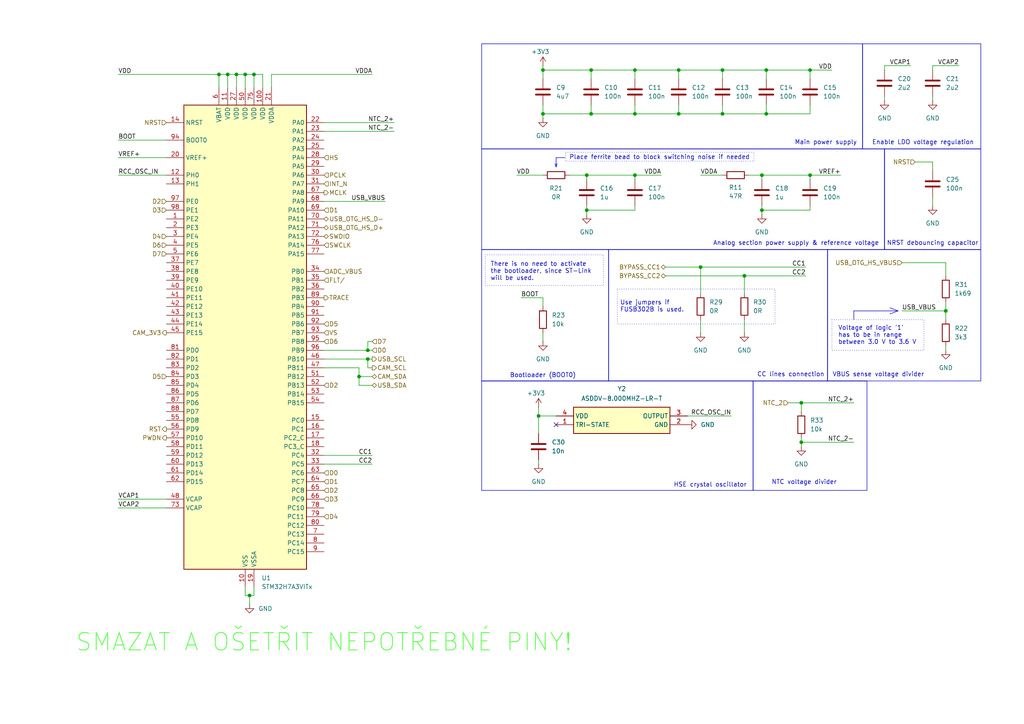
<source format=kicad_sch>
(kicad_sch
	(version 20231120)
	(generator "eeschema")
	(generator_version "8.0")
	(uuid "f83ac14a-23f7-41bc-9488-0874b6771d47")
	(paper "A4")
	(lib_symbols
		(symbol "Device:C"
			(pin_numbers hide)
			(pin_names
				(offset 0.254)
			)
			(exclude_from_sim no)
			(in_bom yes)
			(on_board yes)
			(property "Reference" "C"
				(at 0.635 2.54 0)
				(effects
					(font
						(size 1.27 1.27)
					)
					(justify left)
				)
			)
			(property "Value" "C"
				(at 0.635 -2.54 0)
				(effects
					(font
						(size 1.27 1.27)
					)
					(justify left)
				)
			)
			(property "Footprint" ""
				(at 0.9652 -3.81 0)
				(effects
					(font
						(size 1.27 1.27)
					)
					(hide yes)
				)
			)
			(property "Datasheet" "~"
				(at 0 0 0)
				(effects
					(font
						(size 1.27 1.27)
					)
					(hide yes)
				)
			)
			(property "Description" "Unpolarized capacitor"
				(at 0 0 0)
				(effects
					(font
						(size 1.27 1.27)
					)
					(hide yes)
				)
			)
			(property "ki_keywords" "cap capacitor"
				(at 0 0 0)
				(effects
					(font
						(size 1.27 1.27)
					)
					(hide yes)
				)
			)
			(property "ki_fp_filters" "C_*"
				(at 0 0 0)
				(effects
					(font
						(size 1.27 1.27)
					)
					(hide yes)
				)
			)
			(symbol "C_0_1"
				(polyline
					(pts
						(xy -2.032 -0.762) (xy 2.032 -0.762)
					)
					(stroke
						(width 0.508)
						(type default)
					)
					(fill
						(type none)
					)
				)
				(polyline
					(pts
						(xy -2.032 0.762) (xy 2.032 0.762)
					)
					(stroke
						(width 0.508)
						(type default)
					)
					(fill
						(type none)
					)
				)
			)
			(symbol "C_1_1"
				(pin passive line
					(at 0 3.81 270)
					(length 2.794)
					(name "~"
						(effects
							(font
								(size 1.27 1.27)
							)
						)
					)
					(number "1"
						(effects
							(font
								(size 1.27 1.27)
							)
						)
					)
				)
				(pin passive line
					(at 0 -3.81 90)
					(length 2.794)
					(name "~"
						(effects
							(font
								(size 1.27 1.27)
							)
						)
					)
					(number "2"
						(effects
							(font
								(size 1.27 1.27)
							)
						)
					)
				)
			)
		)
		(symbol "Device:R"
			(pin_numbers hide)
			(pin_names
				(offset 0)
			)
			(exclude_from_sim no)
			(in_bom yes)
			(on_board yes)
			(property "Reference" "R"
				(at 2.032 0 90)
				(effects
					(font
						(size 1.27 1.27)
					)
				)
			)
			(property "Value" "R"
				(at 0 0 90)
				(effects
					(font
						(size 1.27 1.27)
					)
				)
			)
			(property "Footprint" ""
				(at -1.778 0 90)
				(effects
					(font
						(size 1.27 1.27)
					)
					(hide yes)
				)
			)
			(property "Datasheet" "~"
				(at 0 0 0)
				(effects
					(font
						(size 1.27 1.27)
					)
					(hide yes)
				)
			)
			(property "Description" "Resistor"
				(at 0 0 0)
				(effects
					(font
						(size 1.27 1.27)
					)
					(hide yes)
				)
			)
			(property "ki_keywords" "R res resistor"
				(at 0 0 0)
				(effects
					(font
						(size 1.27 1.27)
					)
					(hide yes)
				)
			)
			(property "ki_fp_filters" "R_*"
				(at 0 0 0)
				(effects
					(font
						(size 1.27 1.27)
					)
					(hide yes)
				)
			)
			(symbol "R_0_1"
				(rectangle
					(start -1.016 -2.54)
					(end 1.016 2.54)
					(stroke
						(width 0.254)
						(type default)
					)
					(fill
						(type none)
					)
				)
			)
			(symbol "R_1_1"
				(pin passive line
					(at 0 3.81 270)
					(length 1.27)
					(name "~"
						(effects
							(font
								(size 1.27 1.27)
							)
						)
					)
					(number "1"
						(effects
							(font
								(size 1.27 1.27)
							)
						)
					)
				)
				(pin passive line
					(at 0 -3.81 90)
					(length 1.27)
					(name "~"
						(effects
							(font
								(size 1.27 1.27)
							)
						)
					)
					(number "2"
						(effects
							(font
								(size 1.27 1.27)
							)
						)
					)
				)
			)
		)
		(symbol "MCU_ST_STM32H7:STM32H7A3VITx"
			(exclude_from_sim no)
			(in_bom yes)
			(on_board yes)
			(property "Reference" "U"
				(at -17.78 69.85 0)
				(effects
					(font
						(size 1.27 1.27)
					)
					(justify left)
				)
			)
			(property "Value" "STM32H7A3VITx"
				(at 10.16 69.85 0)
				(effects
					(font
						(size 1.27 1.27)
					)
					(justify left)
				)
			)
			(property "Footprint" "Package_QFP:LQFP-100_14x14mm_P0.5mm"
				(at -17.78 -66.04 0)
				(effects
					(font
						(size 1.27 1.27)
					)
					(justify right)
					(hide yes)
				)
			)
			(property "Datasheet" "https://www.st.com/resource/en/datasheet/stm32h7a3vi.pdf"
				(at 0 0 0)
				(effects
					(font
						(size 1.27 1.27)
					)
					(hide yes)
				)
			)
			(property "Description" "STMicroelectronics Arm Cortex-M7 MCU, 2048KB flash, 1184KB RAM, 280 MHz, 1.62-3.6V, 82 GPIO, LQFP100"
				(at 0 0 0)
				(effects
					(font
						(size 1.27 1.27)
					)
					(hide yes)
				)
			)
			(property "ki_keywords" "Arm Cortex-M7 STM32H7 STM32H7A3/7B3"
				(at 0 0 0)
				(effects
					(font
						(size 1.27 1.27)
					)
					(hide yes)
				)
			)
			(property "ki_fp_filters" "LQFP*14x14mm*P0.5mm*"
				(at 0 0 0)
				(effects
					(font
						(size 1.27 1.27)
					)
					(hide yes)
				)
			)
			(symbol "STM32H7A3VITx_0_1"
				(rectangle
					(start -17.78 -66.04)
					(end 17.78 68.58)
					(stroke
						(width 0.254)
						(type default)
					)
					(fill
						(type background)
					)
				)
			)
			(symbol "STM32H7A3VITx_1_1"
				(pin bidirectional line
					(at -22.86 35.56 0)
					(length 5.08)
					(name "PE2"
						(effects
							(font
								(size 1.27 1.27)
							)
						)
					)
					(number "1"
						(effects
							(font
								(size 1.27 1.27)
							)
						)
					)
					(alternate "DEBUG_TRACECLK" bidirectional line)
					(alternate "FMC_A23" bidirectional line)
					(alternate "OCTOSPIM_P1_IO2" bidirectional line)
					(alternate "SAI1_CK1" bidirectional line)
					(alternate "SAI1_MCLK_A" bidirectional line)
					(alternate "SPI4_SCK" bidirectional line)
					(alternate "USART10_RX" bidirectional line)
				)
				(pin power_in line
					(at 0 -71.12 90)
					(length 5.08)
					(name "VSS"
						(effects
							(font
								(size 1.27 1.27)
							)
						)
					)
					(number "10"
						(effects
							(font
								(size 1.27 1.27)
							)
						)
					)
				)
				(pin power_in line
					(at 5.08 73.66 270)
					(length 5.08)
					(name "VDD"
						(effects
							(font
								(size 1.27 1.27)
							)
						)
					)
					(number "100"
						(effects
							(font
								(size 1.27 1.27)
							)
						)
					)
				)
				(pin power_in line
					(at -5.08 73.66 270)
					(length 5.08)
					(name "VDD"
						(effects
							(font
								(size 1.27 1.27)
							)
						)
					)
					(number "11"
						(effects
							(font
								(size 1.27 1.27)
							)
						)
					)
				)
				(pin bidirectional line
					(at -22.86 48.26 0)
					(length 5.08)
					(name "PH0"
						(effects
							(font
								(size 1.27 1.27)
							)
						)
					)
					(number "12"
						(effects
							(font
								(size 1.27 1.27)
							)
						)
					)
					(alternate "RCC_OSC_IN" bidirectional line)
				)
				(pin bidirectional line
					(at -22.86 45.72 0)
					(length 5.08)
					(name "PH1"
						(effects
							(font
								(size 1.27 1.27)
							)
						)
					)
					(number "13"
						(effects
							(font
								(size 1.27 1.27)
							)
						)
					)
					(alternate "RCC_OSC_OUT" bidirectional line)
				)
				(pin input line
					(at -22.86 63.5 0)
					(length 5.08)
					(name "NRST"
						(effects
							(font
								(size 1.27 1.27)
							)
						)
					)
					(number "14"
						(effects
							(font
								(size 1.27 1.27)
							)
						)
					)
				)
				(pin bidirectional line
					(at 22.86 -22.86 180)
					(length 5.08)
					(name "PC0"
						(effects
							(font
								(size 1.27 1.27)
							)
						)
					)
					(number "15"
						(effects
							(font
								(size 1.27 1.27)
							)
						)
					)
					(alternate "ADC1_INP10" bidirectional line)
					(alternate "ADC2_INP10" bidirectional line)
					(alternate "DFSDM1_CKIN0" bidirectional line)
					(alternate "DFSDM1_DATIN4" bidirectional line)
					(alternate "FMC_A25" bidirectional line)
					(alternate "FMC_SDNWE" bidirectional line)
					(alternate "LTDC_G2" bidirectional line)
					(alternate "LTDC_R5" bidirectional line)
					(alternate "SAI2_FS_B" bidirectional line)
					(alternate "USB_OTG_HS_ULPI_STP" bidirectional line)
				)
				(pin bidirectional line
					(at 22.86 -25.4 180)
					(length 5.08)
					(name "PC1"
						(effects
							(font
								(size 1.27 1.27)
							)
						)
					)
					(number "16"
						(effects
							(font
								(size 1.27 1.27)
							)
						)
					)
					(alternate "ADC1_INN10" bidirectional line)
					(alternate "ADC1_INP11" bidirectional line)
					(alternate "ADC2_INN10" bidirectional line)
					(alternate "ADC2_INP11" bidirectional line)
					(alternate "DEBUG_TRACED0" bidirectional line)
					(alternate "DFSDM1_CKIN4" bidirectional line)
					(alternate "DFSDM1_DATIN0" bidirectional line)
					(alternate "I2S2_SDO" bidirectional line)
					(alternate "LTDC_G5" bidirectional line)
					(alternate "MDIOS_MDC" bidirectional line)
					(alternate "OCTOSPIM_P1_IO4" bidirectional line)
					(alternate "PWR_WKUP6" bidirectional line)
					(alternate "RTC_TAMP3" bidirectional line)
					(alternate "SAI1_D1" bidirectional line)
					(alternate "SAI1_SD_A" bidirectional line)
					(alternate "SDMMC2_CK" bidirectional line)
					(alternate "SPI2_MOSI" bidirectional line)
				)
				(pin bidirectional line
					(at 22.86 -27.94 180)
					(length 5.08)
					(name "PC2_C"
						(effects
							(font
								(size 1.27 1.27)
							)
						)
					)
					(number "17"
						(effects
							(font
								(size 1.27 1.27)
							)
						)
					)
					(alternate "ADC2_INN1" bidirectional line)
					(alternate "ADC2_INP0" bidirectional line)
					(alternate "DFSDM1_CKIN1" bidirectional line)
					(alternate "DFSDM1_CKOUT" bidirectional line)
					(alternate "FMC_SDNE0" bidirectional line)
					(alternate "I2S2_SDI" bidirectional line)
					(alternate "OCTOSPIM_P1_IO2" bidirectional line)
					(alternate "OCTOSPIM_P1_IO5" bidirectional line)
					(alternate "PWR_CSTOP" bidirectional line)
					(alternate "SPI2_MISO" bidirectional line)
					(alternate "USB_OTG_HS_ULPI_DIR" bidirectional line)
				)
				(pin bidirectional line
					(at 22.86 -30.48 180)
					(length 5.08)
					(name "PC3_C"
						(effects
							(font
								(size 1.27 1.27)
							)
						)
					)
					(number "18"
						(effects
							(font
								(size 1.27 1.27)
							)
						)
					)
					(alternate "ADC2_INP1" bidirectional line)
					(alternate "DFSDM1_DATIN1" bidirectional line)
					(alternate "FMC_SDCKE0" bidirectional line)
					(alternate "I2S2_SDO" bidirectional line)
					(alternate "OCTOSPIM_P1_IO0" bidirectional line)
					(alternate "OCTOSPIM_P1_IO6" bidirectional line)
					(alternate "PWR_CSLEEP" bidirectional line)
					(alternate "SPI2_MOSI" bidirectional line)
					(alternate "USB_OTG_HS_ULPI_NXT" bidirectional line)
				)
				(pin power_in line
					(at 2.54 -71.12 90)
					(length 5.08)
					(name "VSSA"
						(effects
							(font
								(size 1.27 1.27)
							)
						)
					)
					(number "19"
						(effects
							(font
								(size 1.27 1.27)
							)
						)
					)
				)
				(pin bidirectional line
					(at -22.86 33.02 0)
					(length 5.08)
					(name "PE3"
						(effects
							(font
								(size 1.27 1.27)
							)
						)
					)
					(number "2"
						(effects
							(font
								(size 1.27 1.27)
							)
						)
					)
					(alternate "DEBUG_TRACED0" bidirectional line)
					(alternate "FMC_A19" bidirectional line)
					(alternate "SAI1_SD_B" bidirectional line)
					(alternate "TIM15_BKIN" bidirectional line)
					(alternate "USART10_TX" bidirectional line)
				)
				(pin input line
					(at -22.86 53.34 0)
					(length 5.08)
					(name "VREF+"
						(effects
							(font
								(size 1.27 1.27)
							)
						)
					)
					(number "20"
						(effects
							(font
								(size 1.27 1.27)
							)
						)
					)
					(alternate "VREFBUF_OUT" bidirectional line)
				)
				(pin power_in line
					(at 7.62 73.66 270)
					(length 5.08)
					(name "VDDA"
						(effects
							(font
								(size 1.27 1.27)
							)
						)
					)
					(number "21"
						(effects
							(font
								(size 1.27 1.27)
							)
						)
					)
				)
				(pin bidirectional line
					(at 22.86 63.5 180)
					(length 5.08)
					(name "PA0"
						(effects
							(font
								(size 1.27 1.27)
							)
						)
					)
					(number "22"
						(effects
							(font
								(size 1.27 1.27)
							)
						)
					)
					(alternate "ADC1_INP16" bidirectional line)
					(alternate "I2S6_WS" bidirectional line)
					(alternate "PWR_WKUP1" bidirectional line)
					(alternate "SAI2_SD_B" bidirectional line)
					(alternate "SDMMC2_CMD" bidirectional line)
					(alternate "SPI6_NSS" bidirectional line)
					(alternate "TIM15_BKIN" bidirectional line)
					(alternate "TIM2_CH1" bidirectional line)
					(alternate "TIM2_ETR" bidirectional line)
					(alternate "TIM5_CH1" bidirectional line)
					(alternate "TIM8_ETR" bidirectional line)
					(alternate "UART4_TX" bidirectional line)
					(alternate "USART2_CTS" bidirectional line)
					(alternate "USART2_NSS" bidirectional line)
				)
				(pin bidirectional line
					(at 22.86 60.96 180)
					(length 5.08)
					(name "PA1"
						(effects
							(font
								(size 1.27 1.27)
							)
						)
					)
					(number "23"
						(effects
							(font
								(size 1.27 1.27)
							)
						)
					)
					(alternate "ADC1_INN16" bidirectional line)
					(alternate "ADC1_INP17" bidirectional line)
					(alternate "LPTIM3_OUT" bidirectional line)
					(alternate "LTDC_R2" bidirectional line)
					(alternate "OCTOSPIM_P1_DQS" bidirectional line)
					(alternate "OCTOSPIM_P1_IO3" bidirectional line)
					(alternate "SAI2_MCLK_B" bidirectional line)
					(alternate "TIM15_CH1N" bidirectional line)
					(alternate "TIM2_CH2" bidirectional line)
					(alternate "TIM5_CH2" bidirectional line)
					(alternate "UART4_RX" bidirectional line)
					(alternate "USART2_DE" bidirectional line)
					(alternate "USART2_RTS" bidirectional line)
				)
				(pin bidirectional line
					(at 22.86 58.42 180)
					(length 5.08)
					(name "PA2"
						(effects
							(font
								(size 1.27 1.27)
							)
						)
					)
					(number "24"
						(effects
							(font
								(size 1.27 1.27)
							)
						)
					)
					(alternate "ADC1_INP14" bidirectional line)
					(alternate "DFSDM2_CKIN1" bidirectional line)
					(alternate "LTDC_R1" bidirectional line)
					(alternate "MDIOS_MDIO" bidirectional line)
					(alternate "PWR_WKUP2" bidirectional line)
					(alternate "SAI2_SCK_B" bidirectional line)
					(alternate "TIM15_CH1" bidirectional line)
					(alternate "TIM2_CH3" bidirectional line)
					(alternate "TIM5_CH3" bidirectional line)
					(alternate "USART2_TX" bidirectional line)
				)
				(pin bidirectional line
					(at 22.86 55.88 180)
					(length 5.08)
					(name "PA3"
						(effects
							(font
								(size 1.27 1.27)
							)
						)
					)
					(number "25"
						(effects
							(font
								(size 1.27 1.27)
							)
						)
					)
					(alternate "ADC1_INP15" bidirectional line)
					(alternate "I2S6_MCK" bidirectional line)
					(alternate "LTDC_B2" bidirectional line)
					(alternate "LTDC_B5" bidirectional line)
					(alternate "OCTOSPIM_P1_CLK" bidirectional line)
					(alternate "TIM15_CH2" bidirectional line)
					(alternate "TIM2_CH4" bidirectional line)
					(alternate "TIM5_CH4" bidirectional line)
					(alternate "USART2_RX" bidirectional line)
					(alternate "USB_OTG_HS_ULPI_D0" bidirectional line)
				)
				(pin passive line
					(at 0 -71.12 90)
					(length 5.08) hide
					(name "VSS"
						(effects
							(font
								(size 1.27 1.27)
							)
						)
					)
					(number "26"
						(effects
							(font
								(size 1.27 1.27)
							)
						)
					)
				)
				(pin power_in line
					(at -2.54 73.66 270)
					(length 5.08)
					(name "VDD"
						(effects
							(font
								(size 1.27 1.27)
							)
						)
					)
					(number "27"
						(effects
							(font
								(size 1.27 1.27)
							)
						)
					)
				)
				(pin bidirectional line
					(at 22.86 53.34 180)
					(length 5.08)
					(name "PA4"
						(effects
							(font
								(size 1.27 1.27)
							)
						)
					)
					(number "28"
						(effects
							(font
								(size 1.27 1.27)
							)
						)
					)
					(alternate "ADC1_INP18" bidirectional line)
					(alternate "DAC1_OUT1" bidirectional line)
					(alternate "DCMI_HSYNC" bidirectional line)
					(alternate "I2S1_WS" bidirectional line)
					(alternate "I2S3_WS" bidirectional line)
					(alternate "I2S6_WS" bidirectional line)
					(alternate "LTDC_VSYNC" bidirectional line)
					(alternate "PSSI_DE" bidirectional line)
					(alternate "SPI1_NSS" bidirectional line)
					(alternate "SPI3_NSS" bidirectional line)
					(alternate "SPI6_NSS" bidirectional line)
					(alternate "TIM5_ETR" bidirectional line)
					(alternate "USART2_CK" bidirectional line)
				)
				(pin bidirectional line
					(at 22.86 50.8 180)
					(length 5.08)
					(name "PA5"
						(effects
							(font
								(size 1.27 1.27)
							)
						)
					)
					(number "29"
						(effects
							(font
								(size 1.27 1.27)
							)
						)
					)
					(alternate "ADC1_INN18" bidirectional line)
					(alternate "ADC1_INP19" bidirectional line)
					(alternate "DAC1_OUT2" bidirectional line)
					(alternate "I2S1_CK" bidirectional line)
					(alternate "I2S6_CK" bidirectional line)
					(alternate "LTDC_R4" bidirectional line)
					(alternate "PSSI_D14" bidirectional line)
					(alternate "PWR_NDSTOP2" bidirectional line)
					(alternate "SPI1_SCK" bidirectional line)
					(alternate "SPI6_SCK" bidirectional line)
					(alternate "TIM2_CH1" bidirectional line)
					(alternate "TIM2_ETR" bidirectional line)
					(alternate "TIM8_CH1N" bidirectional line)
					(alternate "USB_OTG_HS_ULPI_CK" bidirectional line)
				)
				(pin bidirectional line
					(at -22.86 30.48 0)
					(length 5.08)
					(name "PE4"
						(effects
							(font
								(size 1.27 1.27)
							)
						)
					)
					(number "3"
						(effects
							(font
								(size 1.27 1.27)
							)
						)
					)
					(alternate "DCMI_D4" bidirectional line)
					(alternate "DEBUG_TRACED1" bidirectional line)
					(alternate "DFSDM1_DATIN3" bidirectional line)
					(alternate "FMC_A20" bidirectional line)
					(alternate "LTDC_B0" bidirectional line)
					(alternate "PSSI_D4" bidirectional line)
					(alternate "SAI1_D2" bidirectional line)
					(alternate "SAI1_FS_A" bidirectional line)
					(alternate "SPI4_NSS" bidirectional line)
					(alternate "TIM15_CH1N" bidirectional line)
				)
				(pin bidirectional line
					(at 22.86 48.26 180)
					(length 5.08)
					(name "PA6"
						(effects
							(font
								(size 1.27 1.27)
							)
						)
					)
					(number "30"
						(effects
							(font
								(size 1.27 1.27)
							)
						)
					)
					(alternate "ADC1_INP3" bidirectional line)
					(alternate "ADC2_INP3" bidirectional line)
					(alternate "DAC2_OUT1" bidirectional line)
					(alternate "DCMI_PIXCLK" bidirectional line)
					(alternate "I2S1_SDI" bidirectional line)
					(alternate "I2S6_SDI" bidirectional line)
					(alternate "LTDC_G2" bidirectional line)
					(alternate "MDIOS_MDC" bidirectional line)
					(alternate "OCTOSPIM_P1_IO3" bidirectional line)
					(alternate "PSSI_PDCK" bidirectional line)
					(alternate "SPI1_MISO" bidirectional line)
					(alternate "SPI6_MISO" bidirectional line)
					(alternate "TIM13_CH1" bidirectional line)
					(alternate "TIM1_BKIN" bidirectional line)
					(alternate "TIM1_BKIN_COMP1" bidirectional line)
					(alternate "TIM1_BKIN_COMP2" bidirectional line)
					(alternate "TIM3_CH1" bidirectional line)
					(alternate "TIM8_BKIN" bidirectional line)
					(alternate "TIM8_BKIN_COMP1" bidirectional line)
					(alternate "TIM8_BKIN_COMP2" bidirectional line)
				)
				(pin bidirectional line
					(at 22.86 45.72 180)
					(length 5.08)
					(name "PA7"
						(effects
							(font
								(size 1.27 1.27)
							)
						)
					)
					(number "31"
						(effects
							(font
								(size 1.27 1.27)
							)
						)
					)
					(alternate "ADC1_INN3" bidirectional line)
					(alternate "ADC1_INP7" bidirectional line)
					(alternate "ADC2_INN3" bidirectional line)
					(alternate "ADC2_INP7" bidirectional line)
					(alternate "DFSDM2_DATIN1" bidirectional line)
					(alternate "FMC_SDNWE" bidirectional line)
					(alternate "I2S1_SDO" bidirectional line)
					(alternate "I2S6_SDO" bidirectional line)
					(alternate "LTDC_VSYNC" bidirectional line)
					(alternate "OCTOSPIM_P1_IO2" bidirectional line)
					(alternate "OPAMP1_VINM" bidirectional line)
					(alternate "SPI1_MOSI" bidirectional line)
					(alternate "SPI6_MOSI" bidirectional line)
					(alternate "TIM14_CH1" bidirectional line)
					(alternate "TIM1_CH1N" bidirectional line)
					(alternate "TIM3_CH2" bidirectional line)
					(alternate "TIM8_CH1N" bidirectional line)
				)
				(pin bidirectional line
					(at 22.86 -33.02 180)
					(length 5.08)
					(name "PC4"
						(effects
							(font
								(size 1.27 1.27)
							)
						)
					)
					(number "32"
						(effects
							(font
								(size 1.27 1.27)
							)
						)
					)
					(alternate "ADC1_INP4" bidirectional line)
					(alternate "ADC2_INP4" bidirectional line)
					(alternate "COMP1_INM" bidirectional line)
					(alternate "DFSDM1_CKIN2" bidirectional line)
					(alternate "FMC_SDNE0" bidirectional line)
					(alternate "I2S1_MCK" bidirectional line)
					(alternate "LTDC_R7" bidirectional line)
					(alternate "OPAMP1_VOUT" bidirectional line)
					(alternate "SPDIFRX_IN2" bidirectional line)
				)
				(pin bidirectional line
					(at 22.86 -35.56 180)
					(length 5.08)
					(name "PC5"
						(effects
							(font
								(size 1.27 1.27)
							)
						)
					)
					(number "33"
						(effects
							(font
								(size 1.27 1.27)
							)
						)
					)
					(alternate "ADC1_INN4" bidirectional line)
					(alternate "ADC1_INP8" bidirectional line)
					(alternate "ADC2_INN4" bidirectional line)
					(alternate "ADC2_INP8" bidirectional line)
					(alternate "COMP1_OUT" bidirectional line)
					(alternate "DFSDM1_DATIN2" bidirectional line)
					(alternate "FMC_SDCKE0" bidirectional line)
					(alternate "LTDC_DE" bidirectional line)
					(alternate "OCTOSPIM_P1_DQS" bidirectional line)
					(alternate "OPAMP1_VINM" bidirectional line)
					(alternate "PSSI_D15" bidirectional line)
					(alternate "SAI1_D3" bidirectional line)
					(alternate "SPDIFRX_IN3" bidirectional line)
				)
				(pin bidirectional line
					(at 22.86 20.32 180)
					(length 5.08)
					(name "PB0"
						(effects
							(font
								(size 1.27 1.27)
							)
						)
					)
					(number "34"
						(effects
							(font
								(size 1.27 1.27)
							)
						)
					)
					(alternate "ADC1_INN5" bidirectional line)
					(alternate "ADC1_INP9" bidirectional line)
					(alternate "ADC2_INN5" bidirectional line)
					(alternate "ADC2_INP9" bidirectional line)
					(alternate "COMP1_INP" bidirectional line)
					(alternate "DFSDM1_CKOUT" bidirectional line)
					(alternate "DFSDM2_CKOUT" bidirectional line)
					(alternate "LTDC_G1" bidirectional line)
					(alternate "LTDC_R3" bidirectional line)
					(alternate "OCTOSPIM_P1_IO1" bidirectional line)
					(alternate "OPAMP1_VINP" bidirectional line)
					(alternate "TIM1_CH2N" bidirectional line)
					(alternate "TIM3_CH3" bidirectional line)
					(alternate "TIM8_CH2N" bidirectional line)
					(alternate "UART4_CTS" bidirectional line)
					(alternate "USB_OTG_HS_ULPI_D1" bidirectional line)
				)
				(pin bidirectional line
					(at 22.86 17.78 180)
					(length 5.08)
					(name "PB1"
						(effects
							(font
								(size 1.27 1.27)
							)
						)
					)
					(number "35"
						(effects
							(font
								(size 1.27 1.27)
							)
						)
					)
					(alternate "ADC1_INP5" bidirectional line)
					(alternate "ADC2_INP5" bidirectional line)
					(alternate "COMP1_INM" bidirectional line)
					(alternate "DFSDM1_DATIN1" bidirectional line)
					(alternate "LTDC_G0" bidirectional line)
					(alternate "LTDC_R6" bidirectional line)
					(alternate "OCTOSPIM_P1_IO0" bidirectional line)
					(alternate "TIM1_CH3N" bidirectional line)
					(alternate "TIM3_CH4" bidirectional line)
					(alternate "TIM8_CH3N" bidirectional line)
					(alternate "USB_OTG_HS_ULPI_D2" bidirectional line)
				)
				(pin bidirectional line
					(at 22.86 15.24 180)
					(length 5.08)
					(name "PB2"
						(effects
							(font
								(size 1.27 1.27)
							)
						)
					)
					(number "36"
						(effects
							(font
								(size 1.27 1.27)
							)
						)
					)
					(alternate "COMP1_INP" bidirectional line)
					(alternate "DFSDM1_CKIN1" bidirectional line)
					(alternate "I2S3_SDO" bidirectional line)
					(alternate "OCTOSPIM_P1_CLK" bidirectional line)
					(alternate "OCTOSPIM_P1_DQS" bidirectional line)
					(alternate "RTC_OUT_ALARM" bidirectional line)
					(alternate "RTC_OUT_CALIB" bidirectional line)
					(alternate "SAI1_D1" bidirectional line)
					(alternate "SAI1_SD_A" bidirectional line)
					(alternate "SPI3_MOSI" bidirectional line)
				)
				(pin bidirectional line
					(at -22.86 22.86 0)
					(length 5.08)
					(name "PE7"
						(effects
							(font
								(size 1.27 1.27)
							)
						)
					)
					(number "37"
						(effects
							(font
								(size 1.27 1.27)
							)
						)
					)
					(alternate "COMP2_INM" bidirectional line)
					(alternate "DFSDM1_DATIN2" bidirectional line)
					(alternate "FMC_D4" bidirectional line)
					(alternate "FMC_DA4" bidirectional line)
					(alternate "OCTOSPIM_P1_IO4" bidirectional line)
					(alternate "OPAMP2_VOUT" bidirectional line)
					(alternate "TIM1_ETR" bidirectional line)
					(alternate "UART7_RX" bidirectional line)
				)
				(pin bidirectional line
					(at -22.86 20.32 0)
					(length 5.08)
					(name "PE8"
						(effects
							(font
								(size 1.27 1.27)
							)
						)
					)
					(number "38"
						(effects
							(font
								(size 1.27 1.27)
							)
						)
					)
					(alternate "COMP2_OUT" bidirectional line)
					(alternate "DFSDM1_CKIN2" bidirectional line)
					(alternate "FMC_D5" bidirectional line)
					(alternate "FMC_DA5" bidirectional line)
					(alternate "OCTOSPIM_P1_IO5" bidirectional line)
					(alternate "OPAMP2_VINM" bidirectional line)
					(alternate "TIM1_CH1N" bidirectional line)
					(alternate "UART7_TX" bidirectional line)
				)
				(pin bidirectional line
					(at -22.86 17.78 0)
					(length 5.08)
					(name "PE9"
						(effects
							(font
								(size 1.27 1.27)
							)
						)
					)
					(number "39"
						(effects
							(font
								(size 1.27 1.27)
							)
						)
					)
					(alternate "COMP2_INP" bidirectional line)
					(alternate "DAC1_EXTI9" bidirectional line)
					(alternate "DFSDM1_CKOUT" bidirectional line)
					(alternate "FMC_D6" bidirectional line)
					(alternate "FMC_DA6" bidirectional line)
					(alternate "OCTOSPIM_P1_IO6" bidirectional line)
					(alternate "OPAMP2_VINP" bidirectional line)
					(alternate "TIM1_CH1" bidirectional line)
					(alternate "UART7_DE" bidirectional line)
					(alternate "UART7_RTS" bidirectional line)
				)
				(pin bidirectional line
					(at -22.86 27.94 0)
					(length 5.08)
					(name "PE5"
						(effects
							(font
								(size 1.27 1.27)
							)
						)
					)
					(number "4"
						(effects
							(font
								(size 1.27 1.27)
							)
						)
					)
					(alternate "DCMI_D6" bidirectional line)
					(alternate "DEBUG_TRACED2" bidirectional line)
					(alternate "DFSDM1_CKIN3" bidirectional line)
					(alternate "FMC_A21" bidirectional line)
					(alternate "LTDC_G0" bidirectional line)
					(alternate "PSSI_D6" bidirectional line)
					(alternate "SAI1_CK2" bidirectional line)
					(alternate "SAI1_SCK_A" bidirectional line)
					(alternate "SPI4_MISO" bidirectional line)
					(alternate "TIM15_CH1" bidirectional line)
				)
				(pin bidirectional line
					(at -22.86 15.24 0)
					(length 5.08)
					(name "PE10"
						(effects
							(font
								(size 1.27 1.27)
							)
						)
					)
					(number "40"
						(effects
							(font
								(size 1.27 1.27)
							)
						)
					)
					(alternate "COMP2_INM" bidirectional line)
					(alternate "DFSDM1_DATIN4" bidirectional line)
					(alternate "FMC_D7" bidirectional line)
					(alternate "FMC_DA7" bidirectional line)
					(alternate "OCTOSPIM_P1_IO7" bidirectional line)
					(alternate "TIM1_CH2N" bidirectional line)
					(alternate "UART7_CTS" bidirectional line)
				)
				(pin bidirectional line
					(at -22.86 12.7 0)
					(length 5.08)
					(name "PE11"
						(effects
							(font
								(size 1.27 1.27)
							)
						)
					)
					(number "41"
						(effects
							(font
								(size 1.27 1.27)
							)
						)
					)
					(alternate "ADC1_EXTI11" bidirectional line)
					(alternate "ADC2_EXTI11" bidirectional line)
					(alternate "COMP2_INP" bidirectional line)
					(alternate "DFSDM1_CKIN4" bidirectional line)
					(alternate "FMC_D8" bidirectional line)
					(alternate "FMC_DA8" bidirectional line)
					(alternate "LTDC_G3" bidirectional line)
					(alternate "OCTOSPIM_P1_NCS" bidirectional line)
					(alternate "SAI2_SD_B" bidirectional line)
					(alternate "SPI4_NSS" bidirectional line)
					(alternate "TIM1_CH2" bidirectional line)
				)
				(pin bidirectional line
					(at -22.86 10.16 0)
					(length 5.08)
					(name "PE12"
						(effects
							(font
								(size 1.27 1.27)
							)
						)
					)
					(number "42"
						(effects
							(font
								(size 1.27 1.27)
							)
						)
					)
					(alternate "COMP1_OUT" bidirectional line)
					(alternate "DFSDM1_DATIN5" bidirectional line)
					(alternate "FMC_D9" bidirectional line)
					(alternate "FMC_DA9" bidirectional line)
					(alternate "LTDC_B4" bidirectional line)
					(alternate "SAI2_SCK_B" bidirectional line)
					(alternate "SPI4_SCK" bidirectional line)
					(alternate "TIM1_CH3N" bidirectional line)
				)
				(pin bidirectional line
					(at -22.86 7.62 0)
					(length 5.08)
					(name "PE13"
						(effects
							(font
								(size 1.27 1.27)
							)
						)
					)
					(number "43"
						(effects
							(font
								(size 1.27 1.27)
							)
						)
					)
					(alternate "COMP2_OUT" bidirectional line)
					(alternate "DFSDM1_CKIN5" bidirectional line)
					(alternate "FMC_D10" bidirectional line)
					(alternate "FMC_DA10" bidirectional line)
					(alternate "LTDC_DE" bidirectional line)
					(alternate "SAI2_FS_B" bidirectional line)
					(alternate "SPI4_MISO" bidirectional line)
					(alternate "TIM1_CH3" bidirectional line)
				)
				(pin bidirectional line
					(at -22.86 5.08 0)
					(length 5.08)
					(name "PE14"
						(effects
							(font
								(size 1.27 1.27)
							)
						)
					)
					(number "44"
						(effects
							(font
								(size 1.27 1.27)
							)
						)
					)
					(alternate "FMC_D11" bidirectional line)
					(alternate "FMC_DA11" bidirectional line)
					(alternate "LTDC_CLK" bidirectional line)
					(alternate "SAI2_MCLK_B" bidirectional line)
					(alternate "SPI4_MOSI" bidirectional line)
					(alternate "TIM1_CH4" bidirectional line)
				)
				(pin bidirectional line
					(at -22.86 2.54 0)
					(length 5.08)
					(name "PE15"
						(effects
							(font
								(size 1.27 1.27)
							)
						)
					)
					(number "45"
						(effects
							(font
								(size 1.27 1.27)
							)
						)
					)
					(alternate "ADC1_EXTI15" bidirectional line)
					(alternate "ADC2_EXTI15" bidirectional line)
					(alternate "FMC_D12" bidirectional line)
					(alternate "FMC_DA12" bidirectional line)
					(alternate "LTDC_R7" bidirectional line)
					(alternate "TIM1_BKIN" bidirectional line)
					(alternate "TIM1_BKIN_COMP1" bidirectional line)
					(alternate "TIM1_BKIN_COMP2" bidirectional line)
					(alternate "USART10_CK" bidirectional line)
				)
				(pin bidirectional line
					(at 22.86 -5.08 180)
					(length 5.08)
					(name "PB10"
						(effects
							(font
								(size 1.27 1.27)
							)
						)
					)
					(number "46"
						(effects
							(font
								(size 1.27 1.27)
							)
						)
					)
					(alternate "DFSDM1_DATIN7" bidirectional line)
					(alternate "I2C2_SCL" bidirectional line)
					(alternate "I2S2_CK" bidirectional line)
					(alternate "LPTIM2_IN1" bidirectional line)
					(alternate "LTDC_G4" bidirectional line)
					(alternate "OCTOSPIM_P1_NCS" bidirectional line)
					(alternate "SPI2_SCK" bidirectional line)
					(alternate "TIM2_CH3" bidirectional line)
					(alternate "USART3_TX" bidirectional line)
					(alternate "USB_OTG_HS_ULPI_D3" bidirectional line)
				)
				(pin bidirectional line
					(at 22.86 -7.62 180)
					(length 5.08)
					(name "PB11"
						(effects
							(font
								(size 1.27 1.27)
							)
						)
					)
					(number "47"
						(effects
							(font
								(size 1.27 1.27)
							)
						)
					)
					(alternate "ADC1_EXTI11" bidirectional line)
					(alternate "ADC2_EXTI11" bidirectional line)
					(alternate "DFSDM1_CKIN7" bidirectional line)
					(alternate "I2C2_SDA" bidirectional line)
					(alternate "LPTIM2_ETR" bidirectional line)
					(alternate "LTDC_G5" bidirectional line)
					(alternate "TIM2_CH4" bidirectional line)
					(alternate "USART3_RX" bidirectional line)
					(alternate "USB_OTG_HS_ULPI_D4" bidirectional line)
				)
				(pin power_out line
					(at -22.86 -45.72 0)
					(length 5.08)
					(name "VCAP"
						(effects
							(font
								(size 1.27 1.27)
							)
						)
					)
					(number "48"
						(effects
							(font
								(size 1.27 1.27)
							)
						)
					)
				)
				(pin passive line
					(at 0 -71.12 90)
					(length 5.08) hide
					(name "VSS"
						(effects
							(font
								(size 1.27 1.27)
							)
						)
					)
					(number "49"
						(effects
							(font
								(size 1.27 1.27)
							)
						)
					)
				)
				(pin bidirectional line
					(at -22.86 25.4 0)
					(length 5.08)
					(name "PE6"
						(effects
							(font
								(size 1.27 1.27)
							)
						)
					)
					(number "5"
						(effects
							(font
								(size 1.27 1.27)
							)
						)
					)
					(alternate "DCMI_D7" bidirectional line)
					(alternate "DEBUG_TRACED3" bidirectional line)
					(alternate "FMC_A22" bidirectional line)
					(alternate "LTDC_G1" bidirectional line)
					(alternate "PSSI_D7" bidirectional line)
					(alternate "SAI1_D1" bidirectional line)
					(alternate "SAI1_SD_A" bidirectional line)
					(alternate "SAI2_MCLK_B" bidirectional line)
					(alternate "SPI4_MOSI" bidirectional line)
					(alternate "TIM15_CH2" bidirectional line)
					(alternate "TIM1_BKIN2" bidirectional line)
					(alternate "TIM1_BKIN2_COMP1" bidirectional line)
					(alternate "TIM1_BKIN2_COMP2" bidirectional line)
				)
				(pin power_in line
					(at 0 73.66 270)
					(length 5.08)
					(name "VDD"
						(effects
							(font
								(size 1.27 1.27)
							)
						)
					)
					(number "50"
						(effects
							(font
								(size 1.27 1.27)
							)
						)
					)
				)
				(pin bidirectional line
					(at 22.86 -10.16 180)
					(length 5.08)
					(name "PB12"
						(effects
							(font
								(size 1.27 1.27)
							)
						)
					)
					(number "51"
						(effects
							(font
								(size 1.27 1.27)
							)
						)
					)
					(alternate "DFSDM1_DATIN1" bidirectional line)
					(alternate "DFSDM2_DATIN1" bidirectional line)
					(alternate "FDCAN2_RX" bidirectional line)
					(alternate "I2C2_SMBA" bidirectional line)
					(alternate "I2S2_WS" bidirectional line)
					(alternate "OCTOSPIM_P1_NCLK" bidirectional line)
					(alternate "SPI2_NSS" bidirectional line)
					(alternate "TIM1_BKIN" bidirectional line)
					(alternate "TIM1_BKIN_COMP1" bidirectional line)
					(alternate "TIM1_BKIN_COMP2" bidirectional line)
					(alternate "UART5_RX" bidirectional line)
					(alternate "USART3_CK" bidirectional line)
					(alternate "USB_OTG_HS_ULPI_D5" bidirectional line)
				)
				(pin bidirectional line
					(at 22.86 -12.7 180)
					(length 5.08)
					(name "PB13"
						(effects
							(font
								(size 1.27 1.27)
							)
						)
					)
					(number "52"
						(effects
							(font
								(size 1.27 1.27)
							)
						)
					)
					(alternate "DCMI_D2" bidirectional line)
					(alternate "DFSDM1_CKIN1" bidirectional line)
					(alternate "DFSDM2_CKIN1" bidirectional line)
					(alternate "FDCAN2_TX" bidirectional line)
					(alternate "I2S2_CK" bidirectional line)
					(alternate "LPTIM2_OUT" bidirectional line)
					(alternate "PSSI_D2" bidirectional line)
					(alternate "SDMMC1_D0" bidirectional line)
					(alternate "SPI2_SCK" bidirectional line)
					(alternate "TIM1_CH1N" bidirectional line)
					(alternate "UART5_TX" bidirectional line)
					(alternate "USART3_CTS" bidirectional line)
					(alternate "USART3_NSS" bidirectional line)
					(alternate "USB_OTG_HS_ULPI_D6" bidirectional line)
				)
				(pin bidirectional line
					(at 22.86 -15.24 180)
					(length 5.08)
					(name "PB14"
						(effects
							(font
								(size 1.27 1.27)
							)
						)
					)
					(number "53"
						(effects
							(font
								(size 1.27 1.27)
							)
						)
					)
					(alternate "DFSDM1_DATIN2" bidirectional line)
					(alternate "I2S2_SDI" bidirectional line)
					(alternate "LTDC_CLK" bidirectional line)
					(alternate "SDMMC2_D0" bidirectional line)
					(alternate "SPI2_MISO" bidirectional line)
					(alternate "TIM12_CH1" bidirectional line)
					(alternate "TIM1_CH2N" bidirectional line)
					(alternate "TIM8_CH2N" bidirectional line)
					(alternate "UART4_DE" bidirectional line)
					(alternate "UART4_RTS" bidirectional line)
					(alternate "USART1_TX" bidirectional line)
					(alternate "USART3_DE" bidirectional line)
					(alternate "USART3_RTS" bidirectional line)
				)
				(pin bidirectional line
					(at 22.86 -17.78 180)
					(length 5.08)
					(name "PB15"
						(effects
							(font
								(size 1.27 1.27)
							)
						)
					)
					(number "54"
						(effects
							(font
								(size 1.27 1.27)
							)
						)
					)
					(alternate "ADC1_EXTI15" bidirectional line)
					(alternate "ADC2_EXTI15" bidirectional line)
					(alternate "DFSDM1_CKIN2" bidirectional line)
					(alternate "I2S2_SDO" bidirectional line)
					(alternate "LTDC_G7" bidirectional line)
					(alternate "RTC_REFIN" bidirectional line)
					(alternate "SDMMC2_D1" bidirectional line)
					(alternate "SPI2_MOSI" bidirectional line)
					(alternate "TIM12_CH2" bidirectional line)
					(alternate "TIM1_CH3N" bidirectional line)
					(alternate "TIM8_CH3N" bidirectional line)
					(alternate "UART4_CTS" bidirectional line)
					(alternate "USART1_RX" bidirectional line)
				)
				(pin bidirectional line
					(at -22.86 -22.86 0)
					(length 5.08)
					(name "PD8"
						(effects
							(font
								(size 1.27 1.27)
							)
						)
					)
					(number "55"
						(effects
							(font
								(size 1.27 1.27)
							)
						)
					)
					(alternate "DFSDM1_CKIN3" bidirectional line)
					(alternate "FMC_D13" bidirectional line)
					(alternate "FMC_DA13" bidirectional line)
					(alternate "SPDIFRX_IN1" bidirectional line)
					(alternate "USART3_TX" bidirectional line)
				)
				(pin bidirectional line
					(at -22.86 -25.4 0)
					(length 5.08)
					(name "PD9"
						(effects
							(font
								(size 1.27 1.27)
							)
						)
					)
					(number "56"
						(effects
							(font
								(size 1.27 1.27)
							)
						)
					)
					(alternate "DAC1_EXTI9" bidirectional line)
					(alternate "DFSDM1_DATIN3" bidirectional line)
					(alternate "FMC_D14" bidirectional line)
					(alternate "FMC_DA14" bidirectional line)
					(alternate "USART3_RX" bidirectional line)
				)
				(pin bidirectional line
					(at -22.86 -27.94 0)
					(length 5.08)
					(name "PD10"
						(effects
							(font
								(size 1.27 1.27)
							)
						)
					)
					(number "57"
						(effects
							(font
								(size 1.27 1.27)
							)
						)
					)
					(alternate "DFSDM1_CKOUT" bidirectional line)
					(alternate "DFSDM2_CKOUT" bidirectional line)
					(alternate "FMC_D15" bidirectional line)
					(alternate "FMC_DA15" bidirectional line)
					(alternate "LTDC_B3" bidirectional line)
					(alternate "USART3_CK" bidirectional line)
				)
				(pin bidirectional line
					(at -22.86 -30.48 0)
					(length 5.08)
					(name "PD11"
						(effects
							(font
								(size 1.27 1.27)
							)
						)
					)
					(number "58"
						(effects
							(font
								(size 1.27 1.27)
							)
						)
					)
					(alternate "ADC1_EXTI11" bidirectional line)
					(alternate "ADC2_EXTI11" bidirectional line)
					(alternate "FMC_A16" bidirectional line)
					(alternate "FMC_CLE" bidirectional line)
					(alternate "I2C4_SMBA" bidirectional line)
					(alternate "LPTIM2_IN2" bidirectional line)
					(alternate "OCTOSPIM_P1_IO0" bidirectional line)
					(alternate "SAI2_SD_A" bidirectional line)
					(alternate "USART3_CTS" bidirectional line)
					(alternate "USART3_NSS" bidirectional line)
				)
				(pin bidirectional line
					(at -22.86 -33.02 0)
					(length 5.08)
					(name "PD12"
						(effects
							(font
								(size 1.27 1.27)
							)
						)
					)
					(number "59"
						(effects
							(font
								(size 1.27 1.27)
							)
						)
					)
					(alternate "DCMI_D12" bidirectional line)
					(alternate "FMC_A17" bidirectional line)
					(alternate "FMC_ALE" bidirectional line)
					(alternate "I2C4_SCL" bidirectional line)
					(alternate "LPTIM1_IN1" bidirectional line)
					(alternate "LPTIM2_IN1" bidirectional line)
					(alternate "OCTOSPIM_P1_IO1" bidirectional line)
					(alternate "PSSI_D12" bidirectional line)
					(alternate "SAI2_FS_A" bidirectional line)
					(alternate "TIM4_CH1" bidirectional line)
					(alternate "USART3_DE" bidirectional line)
					(alternate "USART3_RTS" bidirectional line)
				)
				(pin power_in line
					(at -7.62 73.66 270)
					(length 5.08)
					(name "VBAT"
						(effects
							(font
								(size 1.27 1.27)
							)
						)
					)
					(number "6"
						(effects
							(font
								(size 1.27 1.27)
							)
						)
					)
				)
				(pin bidirectional line
					(at -22.86 -35.56 0)
					(length 5.08)
					(name "PD13"
						(effects
							(font
								(size 1.27 1.27)
							)
						)
					)
					(number "60"
						(effects
							(font
								(size 1.27 1.27)
							)
						)
					)
					(alternate "DCMI_D13" bidirectional line)
					(alternate "FMC_A18" bidirectional line)
					(alternate "I2C4_SDA" bidirectional line)
					(alternate "LPTIM1_OUT" bidirectional line)
					(alternate "OCTOSPIM_P1_IO3" bidirectional line)
					(alternate "PSSI_D13" bidirectional line)
					(alternate "SAI2_SCK_A" bidirectional line)
					(alternate "TIM4_CH2" bidirectional line)
					(alternate "UART9_DE" bidirectional line)
					(alternate "UART9_RTS" bidirectional line)
				)
				(pin bidirectional line
					(at -22.86 -38.1 0)
					(length 5.08)
					(name "PD14"
						(effects
							(font
								(size 1.27 1.27)
							)
						)
					)
					(number "61"
						(effects
							(font
								(size 1.27 1.27)
							)
						)
					)
					(alternate "FMC_D0" bidirectional line)
					(alternate "FMC_DA0" bidirectional line)
					(alternate "TIM4_CH3" bidirectional line)
					(alternate "UART8_CTS" bidirectional line)
					(alternate "UART9_RX" bidirectional line)
				)
				(pin bidirectional line
					(at -22.86 -40.64 0)
					(length 5.08)
					(name "PD15"
						(effects
							(font
								(size 1.27 1.27)
							)
						)
					)
					(number "62"
						(effects
							(font
								(size 1.27 1.27)
							)
						)
					)
					(alternate "ADC1_EXTI15" bidirectional line)
					(alternate "ADC2_EXTI15" bidirectional line)
					(alternate "FMC_D1" bidirectional line)
					(alternate "FMC_DA1" bidirectional line)
					(alternate "TIM4_CH4" bidirectional line)
					(alternate "UART8_DE" bidirectional line)
					(alternate "UART8_RTS" bidirectional line)
					(alternate "UART9_TX" bidirectional line)
				)
				(pin bidirectional line
					(at 22.86 -38.1 180)
					(length 5.08)
					(name "PC6"
						(effects
							(font
								(size 1.27 1.27)
							)
						)
					)
					(number "63"
						(effects
							(font
								(size 1.27 1.27)
							)
						)
					)
					(alternate "DCMI_D0" bidirectional line)
					(alternate "DFSDM1_CKIN3" bidirectional line)
					(alternate "FMC_NWAIT" bidirectional line)
					(alternate "I2S2_MCK" bidirectional line)
					(alternate "LTDC_HSYNC" bidirectional line)
					(alternate "PSSI_D0" bidirectional line)
					(alternate "SDMMC1_D0DIR" bidirectional line)
					(alternate "SDMMC1_D6" bidirectional line)
					(alternate "SDMMC2_D6" bidirectional line)
					(alternate "SWPMI1_IO" bidirectional line)
					(alternate "TIM3_CH1" bidirectional line)
					(alternate "TIM8_CH1" bidirectional line)
					(alternate "USART6_TX" bidirectional line)
				)
				(pin bidirectional line
					(at 22.86 -40.64 180)
					(length 5.08)
					(name "PC7"
						(effects
							(font
								(size 1.27 1.27)
							)
						)
					)
					(number "64"
						(effects
							(font
								(size 1.27 1.27)
							)
						)
					)
					(alternate "DCMI_D1" bidirectional line)
					(alternate "DEBUG_TRGIO" bidirectional line)
					(alternate "DFSDM1_DATIN3" bidirectional line)
					(alternate "FMC_NE1" bidirectional line)
					(alternate "I2S3_MCK" bidirectional line)
					(alternate "LTDC_G6" bidirectional line)
					(alternate "PSSI_D1" bidirectional line)
					(alternate "SDMMC1_D123DIR" bidirectional line)
					(alternate "SDMMC1_D7" bidirectional line)
					(alternate "SDMMC2_D7" bidirectional line)
					(alternate "SWPMI1_TX" bidirectional line)
					(alternate "TIM3_CH2" bidirectional line)
					(alternate "TIM8_CH2" bidirectional line)
					(alternate "USART6_RX" bidirectional line)
				)
				(pin bidirectional line
					(at 22.86 -43.18 180)
					(length 5.08)
					(name "PC8"
						(effects
							(font
								(size 1.27 1.27)
							)
						)
					)
					(number "65"
						(effects
							(font
								(size 1.27 1.27)
							)
						)
					)
					(alternate "DCMI_D2" bidirectional line)
					(alternate "DEBUG_TRACED1" bidirectional line)
					(alternate "FMC_INT" bidirectional line)
					(alternate "FMC_NCE" bidirectional line)
					(alternate "FMC_NE2" bidirectional line)
					(alternate "PSSI_D2" bidirectional line)
					(alternate "SDMMC1_D0" bidirectional line)
					(alternate "SWPMI1_RX" bidirectional line)
					(alternate "TIM3_CH3" bidirectional line)
					(alternate "TIM8_CH3" bidirectional line)
					(alternate "UART5_DE" bidirectional line)
					(alternate "UART5_RTS" bidirectional line)
					(alternate "USART6_CK" bidirectional line)
				)
				(pin bidirectional line
					(at 22.86 -45.72 180)
					(length 5.08)
					(name "PC9"
						(effects
							(font
								(size 1.27 1.27)
							)
						)
					)
					(number "66"
						(effects
							(font
								(size 1.27 1.27)
							)
						)
					)
					(alternate "DAC1_EXTI9" bidirectional line)
					(alternate "DCMI_D3" bidirectional line)
					(alternate "I2C3_SDA" bidirectional line)
					(alternate "I2S_CKIN" bidirectional line)
					(alternate "LTDC_B2" bidirectional line)
					(alternate "LTDC_G3" bidirectional line)
					(alternate "OCTOSPIM_P1_IO0" bidirectional line)
					(alternate "PSSI_D3" bidirectional line)
					(alternate "RCC_MCO_2" bidirectional line)
					(alternate "SDMMC1_D1" bidirectional line)
					(alternate "SWPMI1_SUSPEND" bidirectional line)
					(alternate "TIM3_CH4" bidirectional line)
					(alternate "TIM8_CH4" bidirectional line)
					(alternate "UART5_CTS" bidirectional line)
				)
				(pin bidirectional line
					(at 22.86 43.18 180)
					(length 5.08)
					(name "PA8"
						(effects
							(font
								(size 1.27 1.27)
							)
						)
					)
					(number "67"
						(effects
							(font
								(size 1.27 1.27)
							)
						)
					)
					(alternate "I2C3_SCL" bidirectional line)
					(alternate "LTDC_B3" bidirectional line)
					(alternate "LTDC_R6" bidirectional line)
					(alternate "RCC_MCO_1" bidirectional line)
					(alternate "TIM1_CH1" bidirectional line)
					(alternate "TIM8_BKIN2" bidirectional line)
					(alternate "TIM8_BKIN2_COMP1" bidirectional line)
					(alternate "TIM8_BKIN2_COMP2" bidirectional line)
					(alternate "UART7_RX" bidirectional line)
					(alternate "USART1_CK" bidirectional line)
					(alternate "USB_OTG_HS_SOF" bidirectional line)
				)
				(pin bidirectional line
					(at 22.86 40.64 180)
					(length 5.08)
					(name "PA9"
						(effects
							(font
								(size 1.27 1.27)
							)
						)
					)
					(number "68"
						(effects
							(font
								(size 1.27 1.27)
							)
						)
					)
					(alternate "DAC1_EXTI9" bidirectional line)
					(alternate "DCMI_D0" bidirectional line)
					(alternate "I2C3_SMBA" bidirectional line)
					(alternate "I2S2_CK" bidirectional line)
					(alternate "LPUART1_TX" bidirectional line)
					(alternate "LTDC_R5" bidirectional line)
					(alternate "PSSI_D0" bidirectional line)
					(alternate "SPI2_SCK" bidirectional line)
					(alternate "TIM1_CH2" bidirectional line)
					(alternate "USART1_TX" bidirectional line)
					(alternate "USB_OTG_HS_VBUS" bidirectional line)
				)
				(pin bidirectional line
					(at 22.86 38.1 180)
					(length 5.08)
					(name "PA10"
						(effects
							(font
								(size 1.27 1.27)
							)
						)
					)
					(number "69"
						(effects
							(font
								(size 1.27 1.27)
							)
						)
					)
					(alternate "DCMI_D1" bidirectional line)
					(alternate "LPUART1_RX" bidirectional line)
					(alternate "LTDC_B1" bidirectional line)
					(alternate "LTDC_B4" bidirectional line)
					(alternate "MDIOS_MDIO" bidirectional line)
					(alternate "PSSI_D1" bidirectional line)
					(alternate "TIM1_CH3" bidirectional line)
					(alternate "USART1_RX" bidirectional line)
					(alternate "USB_OTG_HS_ID" bidirectional line)
				)
				(pin bidirectional line
					(at 22.86 -55.88 180)
					(length 5.08)
					(name "PC13"
						(effects
							(font
								(size 1.27 1.27)
							)
						)
					)
					(number "7"
						(effects
							(font
								(size 1.27 1.27)
							)
						)
					)
					(alternate "PWR_WKUP4" bidirectional line)
					(alternate "RTC_OUT_ALARM" bidirectional line)
					(alternate "RTC_OUT_CALIB" bidirectional line)
					(alternate "RTC_TAMP1" bidirectional line)
					(alternate "RTC_TS" bidirectional line)
				)
				(pin bidirectional line
					(at 22.86 35.56 180)
					(length 5.08)
					(name "PA11"
						(effects
							(font
								(size 1.27 1.27)
							)
						)
					)
					(number "70"
						(effects
							(font
								(size 1.27 1.27)
							)
						)
					)
					(alternate "ADC1_EXTI11" bidirectional line)
					(alternate "ADC2_EXTI11" bidirectional line)
					(alternate "FDCAN1_RX" bidirectional line)
					(alternate "I2S2_WS" bidirectional line)
					(alternate "LPUART1_CTS" bidirectional line)
					(alternate "LTDC_R4" bidirectional line)
					(alternate "SPI2_NSS" bidirectional line)
					(alternate "TIM1_CH4" bidirectional line)
					(alternate "UART4_RX" bidirectional line)
					(alternate "USART1_CTS" bidirectional line)
					(alternate "USART1_NSS" bidirectional line)
					(alternate "USB_OTG_HS_DM" bidirectional line)
				)
				(pin bidirectional line
					(at 22.86 33.02 180)
					(length 5.08)
					(name "PA12"
						(effects
							(font
								(size 1.27 1.27)
							)
						)
					)
					(number "71"
						(effects
							(font
								(size 1.27 1.27)
							)
						)
					)
					(alternate "FDCAN1_TX" bidirectional line)
					(alternate "I2S2_CK" bidirectional line)
					(alternate "LPUART1_DE" bidirectional line)
					(alternate "LPUART1_RTS" bidirectional line)
					(alternate "LTDC_R5" bidirectional line)
					(alternate "SAI2_FS_B" bidirectional line)
					(alternate "SPI2_SCK" bidirectional line)
					(alternate "TIM1_ETR" bidirectional line)
					(alternate "UART4_TX" bidirectional line)
					(alternate "USART1_DE" bidirectional line)
					(alternate "USART1_RTS" bidirectional line)
					(alternate "USB_OTG_HS_DP" bidirectional line)
				)
				(pin bidirectional line
					(at 22.86 30.48 180)
					(length 5.08)
					(name "PA13"
						(effects
							(font
								(size 1.27 1.27)
							)
						)
					)
					(number "72"
						(effects
							(font
								(size 1.27 1.27)
							)
						)
					)
					(alternate "DEBUG_JTMS-SWDIO" bidirectional line)
				)
				(pin power_out line
					(at -22.86 -48.26 0)
					(length 5.08)
					(name "VCAP"
						(effects
							(font
								(size 1.27 1.27)
							)
						)
					)
					(number "73"
						(effects
							(font
								(size 1.27 1.27)
							)
						)
					)
				)
				(pin passive line
					(at 0 -71.12 90)
					(length 5.08) hide
					(name "VSS"
						(effects
							(font
								(size 1.27 1.27)
							)
						)
					)
					(number "74"
						(effects
							(font
								(size 1.27 1.27)
							)
						)
					)
				)
				(pin power_in line
					(at 2.54 73.66 270)
					(length 5.08)
					(name "VDD"
						(effects
							(font
								(size 1.27 1.27)
							)
						)
					)
					(number "75"
						(effects
							(font
								(size 1.27 1.27)
							)
						)
					)
				)
				(pin bidirectional line
					(at 22.86 27.94 180)
					(length 5.08)
					(name "PA14"
						(effects
							(font
								(size 1.27 1.27)
							)
						)
					)
					(number "76"
						(effects
							(font
								(size 1.27 1.27)
							)
						)
					)
					(alternate "DEBUG_JTCK-SWCLK" bidirectional line)
				)
				(pin bidirectional line
					(at 22.86 25.4 180)
					(length 5.08)
					(name "PA15"
						(effects
							(font
								(size 1.27 1.27)
							)
						)
					)
					(number "77"
						(effects
							(font
								(size 1.27 1.27)
							)
						)
					)
					(alternate "ADC1_EXTI15" bidirectional line)
					(alternate "ADC2_EXTI15" bidirectional line)
					(alternate "CEC" bidirectional line)
					(alternate "DEBUG_JTDI" bidirectional line)
					(alternate "I2S1_WS" bidirectional line)
					(alternate "I2S3_WS" bidirectional line)
					(alternate "I2S6_WS" bidirectional line)
					(alternate "LTDC_B6" bidirectional line)
					(alternate "LTDC_R3" bidirectional line)
					(alternate "SPI1_NSS" bidirectional line)
					(alternate "SPI3_NSS" bidirectional line)
					(alternate "SPI6_NSS" bidirectional line)
					(alternate "TIM2_CH1" bidirectional line)
					(alternate "TIM2_ETR" bidirectional line)
					(alternate "UART4_DE" bidirectional line)
					(alternate "UART4_RTS" bidirectional line)
					(alternate "UART7_TX" bidirectional line)
				)
				(pin bidirectional line
					(at 22.86 -48.26 180)
					(length 5.08)
					(name "PC10"
						(effects
							(font
								(size 1.27 1.27)
							)
						)
					)
					(number "78"
						(effects
							(font
								(size 1.27 1.27)
							)
						)
					)
					(alternate "DCMI_D8" bidirectional line)
					(alternate "DFSDM1_CKIN5" bidirectional line)
					(alternate "DFSDM2_CKIN0" bidirectional line)
					(alternate "I2S3_CK" bidirectional line)
					(alternate "LTDC_B1" bidirectional line)
					(alternate "LTDC_R2" bidirectional line)
					(alternate "OCTOSPIM_P1_IO1" bidirectional line)
					(alternate "PSSI_D8" bidirectional line)
					(alternate "SDMMC1_D2" bidirectional line)
					(alternate "SPI3_SCK" bidirectional line)
					(alternate "SWPMI1_RX" bidirectional line)
					(alternate "UART4_TX" bidirectional line)
					(alternate "USART3_TX" bidirectional line)
				)
				(pin bidirectional line
					(at 22.86 -50.8 180)
					(length 5.08)
					(name "PC11"
						(effects
							(font
								(size 1.27 1.27)
							)
						)
					)
					(number "79"
						(effects
							(font
								(size 1.27 1.27)
							)
						)
					)
					(alternate "ADC1_EXTI11" bidirectional line)
					(alternate "ADC2_EXTI11" bidirectional line)
					(alternate "DCMI_D4" bidirectional line)
					(alternate "DFSDM1_DATIN5" bidirectional line)
					(alternate "DFSDM2_DATIN0" bidirectional line)
					(alternate "I2S3_SDI" bidirectional line)
					(alternate "LTDC_B4" bidirectional line)
					(alternate "OCTOSPIM_P1_NCS" bidirectional line)
					(alternate "PSSI_D4" bidirectional line)
					(alternate "SDMMC1_D3" bidirectional line)
					(alternate "SPI3_MISO" bidirectional line)
					(alternate "UART4_RX" bidirectional line)
					(alternate "USART3_RX" bidirectional line)
				)
				(pin bidirectional line
					(at 22.86 -58.42 180)
					(length 5.08)
					(name "PC14"
						(effects
							(font
								(size 1.27 1.27)
							)
						)
					)
					(number "8"
						(effects
							(font
								(size 1.27 1.27)
							)
						)
					)
					(alternate "RCC_OSC32_IN" bidirectional line)
				)
				(pin bidirectional line
					(at 22.86 -53.34 180)
					(length 5.08)
					(name "PC12"
						(effects
							(font
								(size 1.27 1.27)
							)
						)
					)
					(number "80"
						(effects
							(font
								(size 1.27 1.27)
							)
						)
					)
					(alternate "DCMI_D9" bidirectional line)
					(alternate "DEBUG_TRACED3" bidirectional line)
					(alternate "DFSDM2_CKOUT" bidirectional line)
					(alternate "I2S3_SDO" bidirectional line)
					(alternate "I2S6_CK" bidirectional line)
					(alternate "LTDC_R6" bidirectional line)
					(alternate "PSSI_D9" bidirectional line)
					(alternate "SDMMC1_CK" bidirectional line)
					(alternate "SPI3_MOSI" bidirectional line)
					(alternate "SPI6_SCK" bidirectional line)
					(alternate "TIM15_CH1" bidirectional line)
					(alternate "UART5_TX" bidirectional line)
					(alternate "USART3_CK" bidirectional line)
				)
				(pin bidirectional line
					(at -22.86 -2.54 0)
					(length 5.08)
					(name "PD0"
						(effects
							(font
								(size 1.27 1.27)
							)
						)
					)
					(number "81"
						(effects
							(font
								(size 1.27 1.27)
							)
						)
					)
					(alternate "DFSDM1_CKIN6" bidirectional line)
					(alternate "FDCAN1_RX" bidirectional line)
					(alternate "FMC_D2" bidirectional line)
					(alternate "FMC_DA2" bidirectional line)
					(alternate "LTDC_B1" bidirectional line)
					(alternate "UART4_RX" bidirectional line)
					(alternate "UART9_CTS" bidirectional line)
				)
				(pin bidirectional line
					(at -22.86 -5.08 0)
					(length 5.08)
					(name "PD1"
						(effects
							(font
								(size 1.27 1.27)
							)
						)
					)
					(number "82"
						(effects
							(font
								(size 1.27 1.27)
							)
						)
					)
					(alternate "DFSDM1_DATIN6" bidirectional line)
					(alternate "FDCAN1_TX" bidirectional line)
					(alternate "FMC_D3" bidirectional line)
					(alternate "FMC_DA3" bidirectional line)
					(alternate "UART4_TX" bidirectional line)
				)
				(pin bidirectional line
					(at -22.86 -7.62 0)
					(length 5.08)
					(name "PD2"
						(effects
							(font
								(size 1.27 1.27)
							)
						)
					)
					(number "83"
						(effects
							(font
								(size 1.27 1.27)
							)
						)
					)
					(alternate "DCMI_D11" bidirectional line)
					(alternate "DEBUG_TRACED2" bidirectional line)
					(alternate "LTDC_B2" bidirectional line)
					(alternate "LTDC_B7" bidirectional line)
					(alternate "PSSI_D11" bidirectional line)
					(alternate "SDMMC1_CMD" bidirectional line)
					(alternate "TIM15_BKIN" bidirectional line)
					(alternate "TIM3_ETR" bidirectional line)
					(alternate "UART5_RX" bidirectional line)
				)
				(pin bidirectional line
					(at -22.86 -10.16 0)
					(length 5.08)
					(name "PD3"
						(effects
							(font
								(size 1.27 1.27)
							)
						)
					)
					(number "84"
						(effects
							(font
								(size 1.27 1.27)
							)
						)
					)
					(alternate "DCMI_D5" bidirectional line)
					(alternate "DFSDM1_CKOUT" bidirectional line)
					(alternate "FMC_CLK" bidirectional line)
					(alternate "I2S2_CK" bidirectional line)
					(alternate "LTDC_G7" bidirectional line)
					(alternate "PSSI_D5" bidirectional line)
					(alternate "SPI2_SCK" bidirectional line)
					(alternate "USART2_CTS" bidirectional line)
					(alternate "USART2_NSS" bidirectional line)
				)
				(pin bidirectional line
					(at -22.86 -12.7 0)
					(length 5.08)
					(name "PD4"
						(effects
							(font
								(size 1.27 1.27)
							)
						)
					)
					(number "85"
						(effects
							(font
								(size 1.27 1.27)
							)
						)
					)
					(alternate "FMC_NOE" bidirectional line)
					(alternate "OCTOSPIM_P1_IO4" bidirectional line)
					(alternate "USART2_DE" bidirectional line)
					(alternate "USART2_RTS" bidirectional line)
				)
				(pin bidirectional line
					(at -22.86 -15.24 0)
					(length 5.08)
					(name "PD5"
						(effects
							(font
								(size 1.27 1.27)
							)
						)
					)
					(number "86"
						(effects
							(font
								(size 1.27 1.27)
							)
						)
					)
					(alternate "FMC_NWE" bidirectional line)
					(alternate "OCTOSPIM_P1_IO5" bidirectional line)
					(alternate "USART2_TX" bidirectional line)
				)
				(pin bidirectional line
					(at -22.86 -17.78 0)
					(length 5.08)
					(name "PD6"
						(effects
							(font
								(size 1.27 1.27)
							)
						)
					)
					(number "87"
						(effects
							(font
								(size 1.27 1.27)
							)
						)
					)
					(alternate "DCMI_D10" bidirectional line)
					(alternate "DFSDM1_CKIN4" bidirectional line)
					(alternate "DFSDM1_DATIN1" bidirectional line)
					(alternate "FMC_NWAIT" bidirectional line)
					(alternate "I2S3_SDO" bidirectional line)
					(alternate "LTDC_B2" bidirectional line)
					(alternate "OCTOSPIM_P1_IO6" bidirectional line)
					(alternate "PSSI_D10" bidirectional line)
					(alternate "SAI1_D1" bidirectional line)
					(alternate "SAI1_SD_A" bidirectional line)
					(alternate "SDMMC2_CK" bidirectional line)
					(alternate "SPI3_MOSI" bidirectional line)
					(alternate "USART2_RX" bidirectional line)
				)
				(pin bidirectional line
					(at -22.86 -20.32 0)
					(length 5.08)
					(name "PD7"
						(effects
							(font
								(size 1.27 1.27)
							)
						)
					)
					(number "88"
						(effects
							(font
								(size 1.27 1.27)
							)
						)
					)
					(alternate "DFSDM1_CKIN1" bidirectional line)
					(alternate "DFSDM1_DATIN4" bidirectional line)
					(alternate "FMC_NE1" bidirectional line)
					(alternate "I2S1_SDO" bidirectional line)
					(alternate "OCTOSPIM_P1_IO7" bidirectional line)
					(alternate "SDMMC2_CMD" bidirectional line)
					(alternate "SPDIFRX_IN0" bidirectional line)
					(alternate "SPI1_MOSI" bidirectional line)
					(alternate "USART2_CK" bidirectional line)
				)
				(pin bidirectional line
					(at 22.86 12.7 180)
					(length 5.08)
					(name "PB3"
						(effects
							(font
								(size 1.27 1.27)
							)
						)
					)
					(number "89"
						(effects
							(font
								(size 1.27 1.27)
							)
						)
					)
					(alternate "CRS_SYNC" bidirectional line)
					(alternate "DEBUG_JTDO-SWO" bidirectional line)
					(alternate "I2S1_CK" bidirectional line)
					(alternate "I2S3_CK" bidirectional line)
					(alternate "I2S6_CK" bidirectional line)
					(alternate "SDMMC2_D2" bidirectional line)
					(alternate "SPI1_SCK" bidirectional line)
					(alternate "SPI3_SCK" bidirectional line)
					(alternate "SPI6_SCK" bidirectional line)
					(alternate "TIM2_CH2" bidirectional line)
					(alternate "UART7_RX" bidirectional line)
				)
				(pin bidirectional line
					(at 22.86 -60.96 180)
					(length 5.08)
					(name "PC15"
						(effects
							(font
								(size 1.27 1.27)
							)
						)
					)
					(number "9"
						(effects
							(font
								(size 1.27 1.27)
							)
						)
					)
					(alternate "ADC1_EXTI15" bidirectional line)
					(alternate "ADC2_EXTI15" bidirectional line)
					(alternate "RCC_OSC32_OUT" bidirectional line)
				)
				(pin bidirectional line
					(at 22.86 10.16 180)
					(length 5.08)
					(name "PB4"
						(effects
							(font
								(size 1.27 1.27)
							)
						)
					)
					(number "90"
						(effects
							(font
								(size 1.27 1.27)
							)
						)
					)
					(alternate "DEBUG_JTRST" bidirectional line)
					(alternate "I2S1_SDI" bidirectional line)
					(alternate "I2S2_WS" bidirectional line)
					(alternate "I2S3_SDI" bidirectional line)
					(alternate "I2S6_SDI" bidirectional line)
					(alternate "SDMMC2_D3" bidirectional line)
					(alternate "SPI1_MISO" bidirectional line)
					(alternate "SPI2_NSS" bidirectional line)
					(alternate "SPI3_MISO" bidirectional line)
					(alternate "SPI6_MISO" bidirectional line)
					(alternate "TIM16_BKIN" bidirectional line)
					(alternate "TIM3_CH1" bidirectional line)
					(alternate "UART7_TX" bidirectional line)
				)
				(pin bidirectional line
					(at 22.86 7.62 180)
					(length 5.08)
					(name "PB5"
						(effects
							(font
								(size 1.27 1.27)
							)
						)
					)
					(number "91"
						(effects
							(font
								(size 1.27 1.27)
							)
						)
					)
					(alternate "DCMI_D10" bidirectional line)
					(alternate "FDCAN2_RX" bidirectional line)
					(alternate "FMC_SDCKE1" bidirectional line)
					(alternate "I2C1_SMBA" bidirectional line)
					(alternate "I2C4_SMBA" bidirectional line)
					(alternate "I2S1_SDO" bidirectional line)
					(alternate "I2S3_SDO" bidirectional line)
					(alternate "I2S6_SDO" bidirectional line)
					(alternate "LTDC_B5" bidirectional line)
					(alternate "PSSI_D10" bidirectional line)
					(alternate "SPI1_MOSI" bidirectional line)
					(alternate "SPI3_MOSI" bidirectional line)
					(alternate "SPI6_MOSI" bidirectional line)
					(alternate "TIM17_BKIN" bidirectional line)
					(alternate "TIM3_CH2" bidirectional line)
					(alternate "UART5_RX" bidirectional line)
					(alternate "USB_OTG_HS_ULPI_D7" bidirectional line)
				)
				(pin bidirectional line
					(at 22.86 5.08 180)
					(length 5.08)
					(name "PB6"
						(effects
							(font
								(size 1.27 1.27)
							)
						)
					)
					(number "92"
						(effects
							(font
								(size 1.27 1.27)
							)
						)
					)
					(alternate "CEC" bidirectional line)
					(alternate "DCMI_D5" bidirectional line)
					(alternate "DFSDM1_DATIN5" bidirectional line)
					(alternate "FDCAN2_TX" bidirectional line)
					(alternate "FMC_SDNE1" bidirectional line)
					(alternate "I2C1_SCL" bidirectional line)
					(alternate "I2C4_SCL" bidirectional line)
					(alternate "LPUART1_TX" bidirectional line)
					(alternate "OCTOSPIM_P1_NCS" bidirectional line)
					(alternate "PSSI_D5" bidirectional line)
					(alternate "TIM16_CH1N" bidirectional line)
					(alternate "TIM4_CH1" bidirectional line)
					(alternate "UART5_TX" bidirectional line)
					(alternate "USART1_TX" bidirectional line)
				)
				(pin bidirectional line
					(at 22.86 2.54 180)
					(length 5.08)
					(name "PB7"
						(effects
							(font
								(size 1.27 1.27)
							)
						)
					)
					(number "93"
						(effects
							(font
								(size 1.27 1.27)
							)
						)
					)
					(alternate "DCMI_VSYNC" bidirectional line)
					(alternate "DFSDM1_CKIN5" bidirectional line)
					(alternate "FMC_NL" bidirectional line)
					(alternate "I2C1_SDA" bidirectional line)
					(alternate "I2C4_SDA" bidirectional line)
					(alternate "LPUART1_RX" bidirectional line)
					(alternate "PSSI_RDY" bidirectional line)
					(alternate "PWR_PVD_IN" bidirectional line)
					(alternate "TIM17_CH1N" bidirectional line)
					(alternate "TIM4_CH2" bidirectional line)
					(alternate "USART1_RX" bidirectional line)
				)
				(pin input line
					(at -22.86 58.42 0)
					(length 5.08)
					(name "BOOT0"
						(effects
							(font
								(size 1.27 1.27)
							)
						)
					)
					(number "94"
						(effects
							(font
								(size 1.27 1.27)
							)
						)
					)
				)
				(pin bidirectional line
					(at 22.86 0 180)
					(length 5.08)
					(name "PB8"
						(effects
							(font
								(size 1.27 1.27)
							)
						)
					)
					(number "95"
						(effects
							(font
								(size 1.27 1.27)
							)
						)
					)
					(alternate "DCMI_D6" bidirectional line)
					(alternate "DFSDM1_CKIN7" bidirectional line)
					(alternate "FDCAN1_RX" bidirectional line)
					(alternate "I2C1_SCL" bidirectional line)
					(alternate "I2C4_SCL" bidirectional line)
					(alternate "LTDC_B6" bidirectional line)
					(alternate "PSSI_D6" bidirectional line)
					(alternate "SDMMC1_CKIN" bidirectional line)
					(alternate "SDMMC1_D4" bidirectional line)
					(alternate "SDMMC2_D4" bidirectional line)
					(alternate "TIM16_CH1" bidirectional line)
					(alternate "TIM4_CH3" bidirectional line)
					(alternate "UART4_RX" bidirectional line)
				)
				(pin bidirectional line
					(at 22.86 -2.54 180)
					(length 5.08)
					(name "PB9"
						(effects
							(font
								(size 1.27 1.27)
							)
						)
					)
					(number "96"
						(effects
							(font
								(size 1.27 1.27)
							)
						)
					)
					(alternate "DAC1_EXTI9" bidirectional line)
					(alternate "DCMI_D7" bidirectional line)
					(alternate "DFSDM1_DATIN7" bidirectional line)
					(alternate "FDCAN1_TX" bidirectional line)
					(alternate "I2C1_SDA" bidirectional line)
					(alternate "I2C4_SDA" bidirectional line)
					(alternate "I2C4_SMBA" bidirectional line)
					(alternate "I2S2_WS" bidirectional line)
					(alternate "LTDC_B7" bidirectional line)
					(alternate "PSSI_D7" bidirectional line)
					(alternate "SDMMC1_CDIR" bidirectional line)
					(alternate "SDMMC1_D5" bidirectional line)
					(alternate "SDMMC2_D5" bidirectional line)
					(alternate "SPI2_NSS" bidirectional line)
					(alternate "TIM17_CH1" bidirectional line)
					(alternate "TIM4_CH4" bidirectional line)
					(alternate "UART4_TX" bidirectional line)
				)
				(pin bidirectional line
					(at -22.86 40.64 0)
					(length 5.08)
					(name "PE0"
						(effects
							(font
								(size 1.27 1.27)
							)
						)
					)
					(number "97"
						(effects
							(font
								(size 1.27 1.27)
							)
						)
					)
					(alternate "DCMI_D2" bidirectional line)
					(alternate "FMC_NBL0" bidirectional line)
					(alternate "LPTIM1_ETR" bidirectional line)
					(alternate "LPTIM2_ETR" bidirectional line)
					(alternate "LTDC_R0" bidirectional line)
					(alternate "PSSI_D2" bidirectional line)
					(alternate "SAI2_MCLK_A" bidirectional line)
					(alternate "TIM4_ETR" bidirectional line)
					(alternate "UART8_RX" bidirectional line)
				)
				(pin bidirectional line
					(at -22.86 38.1 0)
					(length 5.08)
					(name "PE1"
						(effects
							(font
								(size 1.27 1.27)
							)
						)
					)
					(number "98"
						(effects
							(font
								(size 1.27 1.27)
							)
						)
					)
					(alternate "DCMI_D3" bidirectional line)
					(alternate "FMC_NBL1" bidirectional line)
					(alternate "LPTIM1_IN2" bidirectional line)
					(alternate "LTDC_R6" bidirectional line)
					(alternate "PSSI_D3" bidirectional line)
					(alternate "UART8_TX" bidirectional line)
				)
				(pin passive line
					(at 0 -71.12 90)
					(length 5.08) hide
					(name "VSS"
						(effects
							(font
								(size 1.27 1.27)
							)
						)
					)
					(number "99"
						(effects
							(font
								(size 1.27 1.27)
							)
						)
					)
				)
			)
		)
		(symbol "SamacSys_Parts:ASDDV-8.000MHZ-LR-T"
			(exclude_from_sim no)
			(in_bom yes)
			(on_board yes)
			(property "Reference" "Y2"
				(at 0 -6.35 0)
				(effects
					(font
						(size 1.27 1.27)
					)
				)
			)
			(property "Value" "ASDDV-8.000MHZ-LR-T"
				(at 0 -9.144 0)
				(effects
					(font
						(size 1.27 1.27)
					)
				)
			)
			(property "Footprint" "AbraconASDDV"
				(at 15.24 -93.65 0)
				(effects
					(font
						(size 1.27 1.27)
					)
					(justify left top)
					(hide yes)
				)
			)
			(property "Datasheet" "https://abracon.com/datasheets/ASDDV.pdf"
				(at 15.24 -193.65 0)
				(effects
					(font
						(size 1.27 1.27)
					)
					(justify left top)
					(hide yes)
				)
			)
			(property "Description" "8 MHz XO (Standard) HCMOS, LVCMOS Oscillator 1.6V ~ 3.6V Enable/Disable 4-SMD, No Lead"
				(at 0 8.382 0)
				(effects
					(font
						(size 1.27 1.27)
					)
					(hide yes)
				)
			)
			(property "Height" "0.95"
				(at 15.24 -393.65 0)
				(effects
					(font
						(size 1.27 1.27)
					)
					(justify left top)
					(hide yes)
				)
			)
			(property "Manufacturer_Name" "ABRACON"
				(at 15.24 -493.65 0)
				(effects
					(font
						(size 1.27 1.27)
					)
					(justify left top)
					(hide yes)
				)
			)
			(property "Manufacturer_Part_Number" "ASDDV-8.000MHZ-LR-T"
				(at 15.24 -593.65 0)
				(effects
					(font
						(size 1.27 1.27)
					)
					(justify left top)
					(hide yes)
				)
			)
			(property "Mouser Part Number" "815-ASDDV-800MHZLRT"
				(at 15.24 -693.65 0)
				(effects
					(font
						(size 1.27 1.27)
					)
					(justify left top)
					(hide yes)
				)
			)
			(property "Mouser Price/Stock" "https://www.mouser.co.uk/ProductDetail/ABRACON/ASDDV-8.000MHZ-LR-T?qs=GedFDFLaBXGSA48omDAJ%252BQ%3D%3D"
				(at 15.24 -793.65 0)
				(effects
					(font
						(size 1.27 1.27)
					)
					(justify left top)
					(hide yes)
				)
			)
			(property "Arrow Part Number" "ASDDV-8.000MHZ-LR-T"
				(at 15.24 -893.65 0)
				(effects
					(font
						(size 1.27 1.27)
					)
					(justify left top)
					(hide yes)
				)
			)
			(property "Arrow Price/Stock" "https://www.arrow.com/en/products/asddv-8.000mhz-lr-t/abracon?region=nac"
				(at 15.24 -993.65 0)
				(effects
					(font
						(size 1.27 1.27)
					)
					(justify left top)
					(hide yes)
				)
			)
			(symbol "ASDDV-8.000MHZ-LR-T_1_1"
				(rectangle
					(start -13.97 3.81)
					(end 13.97 -3.81)
					(stroke
						(width 0.254)
						(type default)
					)
					(fill
						(type background)
					)
				)
				(pin passive line
					(at -19.05 -1.27 0)
					(length 5.08)
					(name "TRI-STATE"
						(effects
							(font
								(size 1.27 1.27)
							)
						)
					)
					(number "1"
						(effects
							(font
								(size 1.27 1.27)
							)
						)
					)
				)
				(pin passive line
					(at 19.05 -1.27 180)
					(length 5.08)
					(name "GND"
						(effects
							(font
								(size 1.27 1.27)
							)
						)
					)
					(number "2"
						(effects
							(font
								(size 1.27 1.27)
							)
						)
					)
				)
				(pin passive line
					(at 19.05 1.27 180)
					(length 5.08)
					(name "OUTPUT"
						(effects
							(font
								(size 1.27 1.27)
							)
						)
					)
					(number "3"
						(effects
							(font
								(size 1.27 1.27)
							)
						)
					)
				)
				(pin passive line
					(at -19.05 1.27 0)
					(length 5.08)
					(name "VDD"
						(effects
							(font
								(size 1.27 1.27)
							)
						)
					)
					(number "4"
						(effects
							(font
								(size 1.27 1.27)
							)
						)
					)
				)
			)
		)
		(symbol "power:+3V3"
			(power)
			(pin_numbers hide)
			(pin_names
				(offset 0) hide)
			(exclude_from_sim no)
			(in_bom yes)
			(on_board yes)
			(property "Reference" "#PWR"
				(at 0 -3.81 0)
				(effects
					(font
						(size 1.27 1.27)
					)
					(hide yes)
				)
			)
			(property "Value" "+3V3"
				(at 0 3.556 0)
				(effects
					(font
						(size 1.27 1.27)
					)
				)
			)
			(property "Footprint" ""
				(at 0 0 0)
				(effects
					(font
						(size 1.27 1.27)
					)
					(hide yes)
				)
			)
			(property "Datasheet" ""
				(at 0 0 0)
				(effects
					(font
						(size 1.27 1.27)
					)
					(hide yes)
				)
			)
			(property "Description" "Power symbol creates a global label with name \"+3V3\""
				(at 0 0 0)
				(effects
					(font
						(size 1.27 1.27)
					)
					(hide yes)
				)
			)
			(property "ki_keywords" "global power"
				(at 0 0 0)
				(effects
					(font
						(size 1.27 1.27)
					)
					(hide yes)
				)
			)
			(symbol "+3V3_0_1"
				(polyline
					(pts
						(xy -0.762 1.27) (xy 0 2.54)
					)
					(stroke
						(width 0)
						(type default)
					)
					(fill
						(type none)
					)
				)
				(polyline
					(pts
						(xy 0 0) (xy 0 2.54)
					)
					(stroke
						(width 0)
						(type default)
					)
					(fill
						(type none)
					)
				)
				(polyline
					(pts
						(xy 0 2.54) (xy 0.762 1.27)
					)
					(stroke
						(width 0)
						(type default)
					)
					(fill
						(type none)
					)
				)
			)
			(symbol "+3V3_1_1"
				(pin power_in line
					(at 0 0 90)
					(length 0)
					(name "~"
						(effects
							(font
								(size 1.27 1.27)
							)
						)
					)
					(number "1"
						(effects
							(font
								(size 1.27 1.27)
							)
						)
					)
				)
			)
		)
		(symbol "power:GND"
			(power)
			(pin_numbers hide)
			(pin_names
				(offset 0) hide)
			(exclude_from_sim no)
			(in_bom yes)
			(on_board yes)
			(property "Reference" "#PWR"
				(at 0 -6.35 0)
				(effects
					(font
						(size 1.27 1.27)
					)
					(hide yes)
				)
			)
			(property "Value" "GND"
				(at 0 -3.81 0)
				(effects
					(font
						(size 1.27 1.27)
					)
				)
			)
			(property "Footprint" ""
				(at 0 0 0)
				(effects
					(font
						(size 1.27 1.27)
					)
					(hide yes)
				)
			)
			(property "Datasheet" ""
				(at 0 0 0)
				(effects
					(font
						(size 1.27 1.27)
					)
					(hide yes)
				)
			)
			(property "Description" "Power symbol creates a global label with name \"GND\" , ground"
				(at 0 0 0)
				(effects
					(font
						(size 1.27 1.27)
					)
					(hide yes)
				)
			)
			(property "ki_keywords" "global power"
				(at 0 0 0)
				(effects
					(font
						(size 1.27 1.27)
					)
					(hide yes)
				)
			)
			(symbol "GND_0_1"
				(polyline
					(pts
						(xy 0 0) (xy 0 -1.27) (xy 1.27 -1.27) (xy 0 -2.54) (xy -1.27 -1.27) (xy 0 -1.27)
					)
					(stroke
						(width 0)
						(type default)
					)
					(fill
						(type none)
					)
				)
			)
			(symbol "GND_1_1"
				(pin power_in line
					(at 0 0 270)
					(length 0)
					(name "~"
						(effects
							(font
								(size 1.27 1.27)
							)
						)
					)
					(number "1"
						(effects
							(font
								(size 1.27 1.27)
							)
						)
					)
				)
			)
		)
	)
	(junction
		(at 106.68 101.6)
		(diameter 0)
		(color 0 0 0 0)
		(uuid "1491e9e0-17a6-419d-ae12-92aa0c23a07e")
	)
	(junction
		(at 215.9 80.01)
		(diameter 0)
		(color 0 0 0 0)
		(uuid "1a64168f-2655-47b7-a809-8aa3fcead0e6")
	)
	(junction
		(at 104.14 109.22)
		(diameter 0)
		(color 0 0 0 0)
		(uuid "1d992727-b967-4ebf-8728-34d5aff91cb8")
	)
	(junction
		(at 73.66 21.59)
		(diameter 0)
		(color 0 0 0 0)
		(uuid "33f06ba1-096a-4161-aefb-0898c4f9cdf0")
	)
	(junction
		(at 209.55 33.02)
		(diameter 0)
		(color 0 0 0 0)
		(uuid "3478e75c-48a9-47f9-bba8-27d5d50f8e30")
	)
	(junction
		(at 184.15 50.8)
		(diameter 0)
		(color 0 0 0 0)
		(uuid "4bd7db80-8f37-43dd-9d08-6eaa77c3eaab")
	)
	(junction
		(at 184.15 20.32)
		(diameter 0)
		(color 0 0 0 0)
		(uuid "4f2702d6-b0ad-48d3-866b-bec07818f4a7")
	)
	(junction
		(at 157.48 33.02)
		(diameter 0)
		(color 0 0 0 0)
		(uuid "5747d270-8e66-40dc-a8ff-3b0188062782")
	)
	(junction
		(at 220.98 50.8)
		(diameter 0)
		(color 0 0 0 0)
		(uuid "5e75a95b-eb78-499d-8b08-d593302929bd")
	)
	(junction
		(at 106.68 104.14)
		(diameter 0)
		(color 0 0 0 0)
		(uuid "5f32b2e7-6472-4a18-ab6d-8939be6d1145")
	)
	(junction
		(at 170.18 60.96)
		(diameter 0)
		(color 0 0 0 0)
		(uuid "603422aa-fa58-4dd6-8472-497101dcdaa7")
	)
	(junction
		(at 234.95 20.32)
		(diameter 0)
		(color 0 0 0 0)
		(uuid "6897c269-c89a-496f-942c-257932e47cc6")
	)
	(junction
		(at 203.2 77.47)
		(diameter 0)
		(color 0 0 0 0)
		(uuid "6a16465e-b47e-445a-bf5d-5a3070b8e959")
	)
	(junction
		(at 170.18 50.8)
		(diameter 0)
		(color 0 0 0 0)
		(uuid "706519b7-3825-48c9-9e3f-2df86fe24742")
	)
	(junction
		(at 171.45 33.02)
		(diameter 0)
		(color 0 0 0 0)
		(uuid "7218f0f8-114a-418d-a6e8-feb35616d22c")
	)
	(junction
		(at 232.41 128.27)
		(diameter 0)
		(color 0 0 0 0)
		(uuid "749bdd04-bc6a-47a0-a0f6-6765269a3b6b")
	)
	(junction
		(at 234.95 50.8)
		(diameter 0)
		(color 0 0 0 0)
		(uuid "751b2d14-ed3c-4c44-b9e9-2e28a209270b")
	)
	(junction
		(at 222.25 33.02)
		(diameter 0)
		(color 0 0 0 0)
		(uuid "7576179b-54d5-4df5-8c6c-6ba7ffc89978")
	)
	(junction
		(at 156.21 120.65)
		(diameter 0)
		(color 0 0 0 0)
		(uuid "80ba43fc-1b17-44b2-89a0-3d33d7f7e36a")
	)
	(junction
		(at 66.04 21.59)
		(diameter 0)
		(color 0 0 0 0)
		(uuid "8b88ece3-5211-487b-8233-d7540278bdd9")
	)
	(junction
		(at 196.85 33.02)
		(diameter 0)
		(color 0 0 0 0)
		(uuid "971ad6bc-3ba1-4e09-838e-9f0210085b79")
	)
	(junction
		(at 63.5 21.59)
		(diameter 0)
		(color 0 0 0 0)
		(uuid "9e50d549-dec2-4094-8d8a-17261dfd7bdb")
	)
	(junction
		(at 220.98 60.96)
		(diameter 0)
		(color 0 0 0 0)
		(uuid "a566db83-8982-4de6-b650-8ce46de883dd")
	)
	(junction
		(at 157.48 20.32)
		(diameter 0)
		(color 0 0 0 0)
		(uuid "b3039663-79fa-413f-8178-42525e5eeddb")
	)
	(junction
		(at 222.25 20.32)
		(diameter 0)
		(color 0 0 0 0)
		(uuid "b39e6922-84c4-4c68-b6e8-e009348b48b0")
	)
	(junction
		(at 184.15 33.02)
		(diameter 0)
		(color 0 0 0 0)
		(uuid "b8469a74-ffd9-4fef-9cca-2ebe57a3cd62")
	)
	(junction
		(at 68.58 21.59)
		(diameter 0)
		(color 0 0 0 0)
		(uuid "c317a568-9e4e-4eda-a6c8-141bd4b2b0d0")
	)
	(junction
		(at 196.85 20.32)
		(diameter 0)
		(color 0 0 0 0)
		(uuid "dcee2a93-2c76-4a13-bd3d-7a13ade7f7f1")
	)
	(junction
		(at 209.55 20.32)
		(diameter 0)
		(color 0 0 0 0)
		(uuid "dfff760d-5d62-4cac-a4e4-353b2ba43e12")
	)
	(junction
		(at 274.32 90.17)
		(diameter 0)
		(color 0 0 0 0)
		(uuid "e2a93b52-ba1c-49b8-8281-d99d231b6ec5")
	)
	(junction
		(at 171.45 20.32)
		(diameter 0)
		(color 0 0 0 0)
		(uuid "e8558f1b-605f-42bf-b74b-091243571f58")
	)
	(junction
		(at 71.12 21.59)
		(diameter 0)
		(color 0 0 0 0)
		(uuid "eae6467d-bfe6-4f05-9a0f-6e0043698af1")
	)
	(junction
		(at 232.41 116.84)
		(diameter 0)
		(color 0 0 0 0)
		(uuid "ee07829e-0d0c-4d4c-9330-b831bca61869")
	)
	(junction
		(at 72.39 172.72)
		(diameter 0)
		(color 0 0 0 0)
		(uuid "fd403133-e2e0-4005-b0b1-6454554219f1")
	)
	(no_connect
		(at 161.29 123.19)
		(uuid "c9e31c24-aacc-45fb-970d-b337898ce02d")
	)
	(wire
		(pts
			(xy 184.15 50.8) (xy 191.77 50.8)
		)
		(stroke
			(width 0)
			(type default)
		)
		(uuid "0244a403-7703-4a57-b053-89df649c18c8")
	)
	(wire
		(pts
			(xy 184.15 30.48) (xy 184.15 33.02)
		)
		(stroke
			(width 0)
			(type default)
		)
		(uuid "03d952ec-2732-45ed-8aa0-527641001063")
	)
	(wire
		(pts
			(xy 63.5 21.59) (xy 66.04 21.59)
		)
		(stroke
			(width 0)
			(type default)
		)
		(uuid "05a5da11-a959-44d9-803a-59917daa395b")
	)
	(wire
		(pts
			(xy 232.41 119.38) (xy 232.41 116.84)
		)
		(stroke
			(width 0)
			(type default)
		)
		(uuid "081b83ea-927c-46a5-a47a-608668466ab3")
	)
	(wire
		(pts
			(xy 71.12 21.59) (xy 73.66 21.59)
		)
		(stroke
			(width 0)
			(type default)
		)
		(uuid "08d22184-b7c7-474f-93b3-990f202200b5")
	)
	(wire
		(pts
			(xy 270.51 20.32) (xy 270.51 19.05)
		)
		(stroke
			(width 0)
			(type default)
		)
		(uuid "0ab17bb8-e595-438d-8bd7-46036d236b4b")
	)
	(wire
		(pts
			(xy 209.55 20.32) (xy 222.25 20.32)
		)
		(stroke
			(width 0)
			(type default)
		)
		(uuid "0cac55cf-ea9f-495d-a3cb-3bcba219f821")
	)
	(wire
		(pts
			(xy 199.39 120.65) (xy 212.09 120.65)
		)
		(stroke
			(width 0)
			(type default)
		)
		(uuid "1060e32b-74a4-42d2-a830-dad761eaa0e3")
	)
	(wire
		(pts
			(xy 171.45 20.32) (xy 184.15 20.32)
		)
		(stroke
			(width 0)
			(type default)
		)
		(uuid "1105ddc8-a359-434d-8169-5ce2052b9219")
	)
	(wire
		(pts
			(xy 104.14 109.22) (xy 107.95 109.22)
		)
		(stroke
			(width 0)
			(type default)
		)
		(uuid "1158e312-5a2b-4b3c-a741-8c4b150c8bd0")
	)
	(wire
		(pts
			(xy 78.74 21.59) (xy 107.95 21.59)
		)
		(stroke
			(width 0)
			(type default)
		)
		(uuid "1326d875-731a-434b-9db2-e5009c46a0d7")
	)
	(wire
		(pts
			(xy 71.12 21.59) (xy 71.12 25.4)
		)
		(stroke
			(width 0)
			(type default)
		)
		(uuid "16d077f7-b84d-43b3-abcd-06a7968d415c")
	)
	(wire
		(pts
			(xy 104.14 106.68) (xy 104.14 109.22)
		)
		(stroke
			(width 0)
			(type default)
		)
		(uuid "18f167b3-9bfe-4d44-af35-c958397b05c5")
	)
	(wire
		(pts
			(xy 232.41 116.84) (xy 228.6 116.84)
		)
		(stroke
			(width 0)
			(type default)
		)
		(uuid "194090bf-f13b-4aab-92b9-27908dffc2cf")
	)
	(wire
		(pts
			(xy 73.66 21.59) (xy 73.66 25.4)
		)
		(stroke
			(width 0)
			(type default)
		)
		(uuid "19614f50-3683-4ac0-9c91-8de83493d84e")
	)
	(wire
		(pts
			(xy 106.68 104.14) (xy 93.98 104.14)
		)
		(stroke
			(width 0)
			(type default)
		)
		(uuid "1a57a94b-ae3d-4ff6-9f7b-a5e01892212c")
	)
	(wire
		(pts
			(xy 222.25 33.02) (xy 209.55 33.02)
		)
		(stroke
			(width 0)
			(type default)
		)
		(uuid "1b6bcfe9-af2b-4c6e-bdc0-632ab258363d")
	)
	(wire
		(pts
			(xy 209.55 33.02) (xy 196.85 33.02)
		)
		(stroke
			(width 0)
			(type default)
		)
		(uuid "1c3c81e4-3d96-445b-ba85-2f9cbbe5ac45")
	)
	(wire
		(pts
			(xy 171.45 22.86) (xy 171.45 20.32)
		)
		(stroke
			(width 0)
			(type default)
		)
		(uuid "1c54a752-30a7-4b27-8e59-be48f549adfe")
	)
	(wire
		(pts
			(xy 170.18 50.8) (xy 184.15 50.8)
		)
		(stroke
			(width 0)
			(type default)
		)
		(uuid "1d7c37b1-37b2-42b2-a676-7d142af423f6")
	)
	(wire
		(pts
			(xy 209.55 20.32) (xy 209.55 22.86)
		)
		(stroke
			(width 0)
			(type default)
		)
		(uuid "1dc9f70c-047b-4996-9f09-b6dd02629f3d")
	)
	(wire
		(pts
			(xy 220.98 59.69) (xy 220.98 60.96)
		)
		(stroke
			(width 0)
			(type default)
		)
		(uuid "1ef643fd-c821-49e9-b205-229218c22668")
	)
	(wire
		(pts
			(xy 72.39 172.72) (xy 72.39 175.26)
		)
		(stroke
			(width 0)
			(type default)
		)
		(uuid "1f163b09-0632-4361-9c16-920e8be21055")
	)
	(wire
		(pts
			(xy 73.66 21.59) (xy 76.2 21.59)
		)
		(stroke
			(width 0)
			(type default)
		)
		(uuid "1f48f513-9f96-415e-8142-29a34153a639")
	)
	(wire
		(pts
			(xy 156.21 118.11) (xy 156.21 120.65)
		)
		(stroke
			(width 0)
			(type default)
		)
		(uuid "1fbf5b3f-a4c4-465e-9063-7e77808dbfa9")
	)
	(wire
		(pts
			(xy 106.68 99.06) (xy 106.68 101.6)
		)
		(stroke
			(width 0)
			(type default)
		)
		(uuid "211d0958-46c1-4605-ba0c-c2c72f573cc2")
	)
	(wire
		(pts
			(xy 203.2 50.8) (xy 209.55 50.8)
		)
		(stroke
			(width 0)
			(type default)
		)
		(uuid "26caa6c7-2639-4150-bea1-67af898d2d03")
	)
	(wire
		(pts
			(xy 193.04 80.01) (xy 215.9 80.01)
		)
		(stroke
			(width 0)
			(type default)
		)
		(uuid "294460d9-4699-43a2-ad8c-102984ba99cb")
	)
	(wire
		(pts
			(xy 93.98 38.1) (xy 114.3 38.1)
		)
		(stroke
			(width 0)
			(type default)
		)
		(uuid "2ba9bcaf-540f-4465-b904-abb4a58178c7")
	)
	(wire
		(pts
			(xy 234.95 50.8) (xy 220.98 50.8)
		)
		(stroke
			(width 0)
			(type default)
		)
		(uuid "2cb92ebf-d510-4452-8ca2-d79da2a11664")
	)
	(wire
		(pts
			(xy 196.85 30.48) (xy 196.85 33.02)
		)
		(stroke
			(width 0)
			(type default)
		)
		(uuid "2de5b621-77a1-48ba-b285-1b767bf2e77c")
	)
	(wire
		(pts
			(xy 66.04 21.59) (xy 66.04 25.4)
		)
		(stroke
			(width 0)
			(type default)
		)
		(uuid "2e6bcb3d-20ea-4f6e-888c-5109c63a0ce8")
	)
	(polyline
		(pts
			(xy 260.35 90.17) (xy 247.65 90.17)
		)
		(stroke
			(width 0)
			(type default)
		)
		(uuid "314add99-7c8d-48f1-b6cb-bddd07f9f387")
	)
	(wire
		(pts
			(xy 184.15 20.32) (xy 196.85 20.32)
		)
		(stroke
			(width 0)
			(type default)
		)
		(uuid "34001668-1812-4e0b-a193-a729ff7a55b1")
	)
	(wire
		(pts
			(xy 93.98 101.6) (xy 106.68 101.6)
		)
		(stroke
			(width 0)
			(type default)
		)
		(uuid "356a1f77-a74d-4a10-a980-752dfdf04c19")
	)
	(wire
		(pts
			(xy 149.86 50.8) (xy 157.48 50.8)
		)
		(stroke
			(width 0)
			(type default)
		)
		(uuid "35858107-d859-4e03-bac7-45b5a2ffa75e")
	)
	(polyline
		(pts
			(xy 161.29 48.26) (xy 161.29 46.99)
		)
		(stroke
			(width 0)
			(type default)
		)
		(uuid "37fb8be9-22b4-42c9-87ee-c4734253a031")
	)
	(wire
		(pts
			(xy 184.15 20.32) (xy 184.15 22.86)
		)
		(stroke
			(width 0)
			(type default)
		)
		(uuid "397c8a2f-2421-4fdf-b26b-650fea30ab3f")
	)
	(wire
		(pts
			(xy 157.48 33.02) (xy 157.48 34.29)
		)
		(stroke
			(width 0)
			(type default)
		)
		(uuid "3a3e582e-900a-48ac-86d2-e7e92556d073")
	)
	(wire
		(pts
			(xy 215.9 80.01) (xy 215.9 85.09)
		)
		(stroke
			(width 0)
			(type default)
		)
		(uuid "3be5d42e-f327-4505-a0e4-c3e433cf3c7f")
	)
	(wire
		(pts
			(xy 270.51 29.21) (xy 270.51 27.94)
		)
		(stroke
			(width 0)
			(type default)
		)
		(uuid "3c3898e2-5143-4ba3-8dd4-50d4749d46b3")
	)
	(wire
		(pts
			(xy 234.95 60.96) (xy 220.98 60.96)
		)
		(stroke
			(width 0)
			(type default)
		)
		(uuid "3f16010c-253d-4cf7-8508-129c6d11535b")
	)
	(wire
		(pts
			(xy 34.29 147.32) (xy 48.26 147.32)
		)
		(stroke
			(width 0)
			(type default)
		)
		(uuid "4299bb4d-bbbb-46dc-98f6-c8a42cd4df25")
	)
	(wire
		(pts
			(xy 232.41 127) (xy 232.41 128.27)
		)
		(stroke
			(width 0)
			(type default)
		)
		(uuid "42f360c8-89c6-44f4-88a5-5c746924c63c")
	)
	(wire
		(pts
			(xy 265.43 46.99) (xy 270.51 46.99)
		)
		(stroke
			(width 0)
			(type default)
		)
		(uuid "4417c61c-2f9f-4acd-ab2c-d901107cfd0f")
	)
	(wire
		(pts
			(xy 106.68 101.6) (xy 107.95 101.6)
		)
		(stroke
			(width 0)
			(type default)
		)
		(uuid "45f8e4f6-0fdf-4761-a955-6e1ccb88ca84")
	)
	(wire
		(pts
			(xy 93.98 132.08) (xy 107.95 132.08)
		)
		(stroke
			(width 0)
			(type default)
		)
		(uuid "487062d6-5d32-43d3-99cd-fe166d34725c")
	)
	(wire
		(pts
			(xy 274.32 76.2) (xy 274.32 80.01)
		)
		(stroke
			(width 0)
			(type default)
		)
		(uuid "48fe61b6-fe90-4264-b5dd-f78da8f2b0b2")
	)
	(wire
		(pts
			(xy 107.95 99.06) (xy 106.68 99.06)
		)
		(stroke
			(width 0)
			(type default)
		)
		(uuid "4bd053d6-26ae-4f41-b171-769cc02ce4c4")
	)
	(wire
		(pts
			(xy 73.66 172.72) (xy 72.39 172.72)
		)
		(stroke
			(width 0)
			(type default)
		)
		(uuid "4dcd595b-3258-4702-ac92-994b3dcd788f")
	)
	(wire
		(pts
			(xy 157.48 88.9) (xy 157.48 86.36)
		)
		(stroke
			(width 0)
			(type default)
		)
		(uuid "53e71677-f66f-41ff-9d36-70e4f2698fbb")
	)
	(wire
		(pts
			(xy 93.98 134.62) (xy 107.95 134.62)
		)
		(stroke
			(width 0)
			(type default)
		)
		(uuid "59291f50-962f-4313-8b9e-8989faa6e346")
	)
	(wire
		(pts
			(xy 157.48 33.02) (xy 171.45 33.02)
		)
		(stroke
			(width 0)
			(type default)
		)
		(uuid "59b3d875-ee12-4836-beec-81eeb1743fb3")
	)
	(wire
		(pts
			(xy 171.45 30.48) (xy 171.45 33.02)
		)
		(stroke
			(width 0)
			(type default)
		)
		(uuid "59e31547-f8cd-446e-85b9-59bc4fa2e2d8")
	)
	(wire
		(pts
			(xy 270.51 19.05) (xy 278.13 19.05)
		)
		(stroke
			(width 0)
			(type default)
		)
		(uuid "5c5c5977-2074-4367-9bd0-4825f674189e")
	)
	(wire
		(pts
			(xy 34.29 144.78) (xy 48.26 144.78)
		)
		(stroke
			(width 0)
			(type default)
		)
		(uuid "5f0db404-6c82-4d61-9145-c182a3a2dd95")
	)
	(wire
		(pts
			(xy 34.29 45.72) (xy 48.26 45.72)
		)
		(stroke
			(width 0)
			(type default)
		)
		(uuid "60c515a7-2ba5-45f5-a770-84f46713d3b6")
	)
	(wire
		(pts
			(xy 156.21 133.35) (xy 156.21 134.62)
		)
		(stroke
			(width 0)
			(type default)
		)
		(uuid "62b2af33-5ecc-4bab-b465-a2e71de6bc57")
	)
	(wire
		(pts
			(xy 34.29 40.64) (xy 48.26 40.64)
		)
		(stroke
			(width 0)
			(type default)
		)
		(uuid "6557423c-740e-4f8f-8ec2-c26abf716da1")
	)
	(wire
		(pts
			(xy 157.48 20.32) (xy 157.48 22.86)
		)
		(stroke
			(width 0)
			(type default)
		)
		(uuid "65ceb620-4a00-4bcb-8580-43e14b6cb30f")
	)
	(wire
		(pts
			(xy 34.29 21.59) (xy 63.5 21.59)
		)
		(stroke
			(width 0)
			(type default)
		)
		(uuid "6621afb0-0edb-4306-9506-f9f1cf15fefe")
	)
	(wire
		(pts
			(xy 203.2 92.71) (xy 203.2 96.52)
		)
		(stroke
			(width 0)
			(type default)
		)
		(uuid "66df3f1e-2608-4261-8b9a-1cee6e66f655")
	)
	(wire
		(pts
			(xy 156.21 120.65) (xy 161.29 120.65)
		)
		(stroke
			(width 0)
			(type default)
		)
		(uuid "6fa92438-ea45-4203-bbaf-7d1730e3dda4")
	)
	(wire
		(pts
			(xy 66.04 21.59) (xy 68.58 21.59)
		)
		(stroke
			(width 0)
			(type default)
		)
		(uuid "7123c9a6-c699-4671-b8fa-e16b0d2c66b6")
	)
	(polyline
		(pts
			(xy 247.65 90.17) (xy 247.65 92.71)
		)
		(stroke
			(width 0)
			(type default)
		)
		(uuid "71a46e7e-848b-4d56-bc62-5c6c732cb905")
	)
	(wire
		(pts
			(xy 107.95 111.76) (xy 104.14 111.76)
		)
		(stroke
			(width 0)
			(type default)
		)
		(uuid "7801993d-a908-4763-929b-58113ebe1a4c")
	)
	(wire
		(pts
			(xy 270.51 57.15) (xy 270.51 59.69)
		)
		(stroke
			(width 0)
			(type default)
		)
		(uuid "7c881a9f-9f92-4344-8993-7129e76b333c")
	)
	(wire
		(pts
			(xy 220.98 52.07) (xy 220.98 50.8)
		)
		(stroke
			(width 0)
			(type default)
		)
		(uuid "7ca319e4-84a3-4dec-91b7-273d6f3f4055")
	)
	(wire
		(pts
			(xy 170.18 52.07) (xy 170.18 50.8)
		)
		(stroke
			(width 0)
			(type default)
		)
		(uuid "80825a97-a8ae-427f-9a30-efaa35ae5b72")
	)
	(wire
		(pts
			(xy 71.12 170.18) (xy 71.12 172.72)
		)
		(stroke
			(width 0)
			(type default)
		)
		(uuid "817e2f5e-6857-4660-be6c-fca4f3e26ee1")
	)
	(wire
		(pts
			(xy 222.25 20.32) (xy 234.95 20.32)
		)
		(stroke
			(width 0)
			(type default)
		)
		(uuid "81d42ad8-c887-49d8-bba5-48786f0af393")
	)
	(wire
		(pts
			(xy 234.95 20.32) (xy 241.3 20.32)
		)
		(stroke
			(width 0)
			(type default)
		)
		(uuid "86d93b02-4a76-4311-9b1a-0d51c0fa6349")
	)
	(wire
		(pts
			(xy 165.1 50.8) (xy 170.18 50.8)
		)
		(stroke
			(width 0)
			(type default)
		)
		(uuid "889fea70-8fc1-42f0-b83c-a61eae51c67e")
	)
	(polyline
		(pts
			(xy 161.29 45.72) (xy 163.83 45.72)
		)
		(stroke
			(width 0)
			(type default)
		)
		(uuid "8d800568-e02a-4e67-918d-61d390432709")
	)
	(wire
		(pts
			(xy 157.48 30.48) (xy 157.48 33.02)
		)
		(stroke
			(width 0)
			(type default)
		)
		(uuid "8ee9c238-18b2-4d9f-913c-e9ce6dfdc509")
	)
	(wire
		(pts
			(xy 93.98 35.56) (xy 114.3 35.56)
		)
		(stroke
			(width 0)
			(type default)
		)
		(uuid "903c8af4-c4dd-4e25-a822-f172503edf88")
	)
	(wire
		(pts
			(xy 222.25 20.32) (xy 222.25 22.86)
		)
		(stroke
			(width 0)
			(type default)
		)
		(uuid "911bfab4-4db2-47f4-af33-baca2a9845dc")
	)
	(wire
		(pts
			(xy 157.48 96.52) (xy 157.48 99.06)
		)
		(stroke
			(width 0)
			(type default)
		)
		(uuid "92bdc552-f81f-4dc5-b44a-3f4827593708")
	)
	(polyline
		(pts
			(xy 161.29 46.99) (xy 161.29 45.72)
		)
		(stroke
			(width 0)
			(type default)
		)
		(uuid "959b3013-57f5-42c1-8666-a279044b780a")
	)
	(wire
		(pts
			(xy 104.14 109.22) (xy 104.14 111.76)
		)
		(stroke
			(width 0)
			(type default)
		)
		(uuid "95a1788f-9b2b-4687-9175-19585f7530b9")
	)
	(wire
		(pts
			(xy 78.74 21.59) (xy 78.74 25.4)
		)
		(stroke
			(width 0)
			(type default)
		)
		(uuid "95c62387-dd63-4c4f-a7e3-cddf3568219d")
	)
	(wire
		(pts
			(xy 234.95 52.07) (xy 234.95 50.8)
		)
		(stroke
			(width 0)
			(type default)
		)
		(uuid "9762566c-7e20-4ad2-9444-cbd91c203272")
	)
	(wire
		(pts
			(xy 274.32 100.33) (xy 274.32 101.6)
		)
		(stroke
			(width 0)
			(type default)
		)
		(uuid "99ac28b1-f449-44ee-ba04-7f471dbe8ea2")
	)
	(wire
		(pts
			(xy 72.39 172.72) (xy 71.12 172.72)
		)
		(stroke
			(width 0)
			(type default)
		)
		(uuid "9d2dec00-d8c8-4a17-96e1-2177a1290a24")
	)
	(wire
		(pts
			(xy 104.14 106.68) (xy 93.98 106.68)
		)
		(stroke
			(width 0)
			(type default)
		)
		(uuid "9d4acb37-0e91-43d2-8c0f-3010d6a7f20f")
	)
	(wire
		(pts
			(xy 184.15 50.8) (xy 184.15 52.07)
		)
		(stroke
			(width 0)
			(type default)
		)
		(uuid "a7380486-d68d-4967-bce8-15e69b5ec66e")
	)
	(wire
		(pts
			(xy 106.68 106.68) (xy 106.68 104.14)
		)
		(stroke
			(width 0)
			(type default)
		)
		(uuid "a747693e-8c49-4d29-9d19-f1e349017f34")
	)
	(wire
		(pts
			(xy 234.95 33.02) (xy 222.25 33.02)
		)
		(stroke
			(width 0)
			(type default)
		)
		(uuid "a9caeabf-9b05-4742-a1ad-d9ac941b0465")
	)
	(wire
		(pts
			(xy 63.5 21.59) (xy 63.5 25.4)
		)
		(stroke
			(width 0)
			(type default)
		)
		(uuid "ac5ef0bd-2e87-4582-8dbc-f6a4e1a5ac8f")
	)
	(wire
		(pts
			(xy 274.32 76.2) (xy 261.62 76.2)
		)
		(stroke
			(width 0)
			(type default)
		)
		(uuid "acd2171f-af15-44cb-b6aa-d9f956220f12")
	)
	(wire
		(pts
			(xy 170.18 60.96) (xy 170.18 62.23)
		)
		(stroke
			(width 0)
			(type default)
		)
		(uuid "acfa5818-97b8-477d-95cb-f9061d1de31f")
	)
	(wire
		(pts
			(xy 93.98 58.42) (xy 111.76 58.42)
		)
		(stroke
			(width 0)
			(type default)
		)
		(uuid "b2ca84e4-dd4a-4bd4-9abb-6e09ddd91d91")
	)
	(wire
		(pts
			(xy 234.95 20.32) (xy 234.95 22.86)
		)
		(stroke
			(width 0)
			(type default)
		)
		(uuid "b5c1a8b5-e197-430f-b540-0fbacdc77f1e")
	)
	(wire
		(pts
			(xy 261.62 90.17) (xy 274.32 90.17)
		)
		(stroke
			(width 0)
			(type default)
		)
		(uuid "b5f7e707-efbc-40fa-b2de-ea3a4c6a05b4")
	)
	(wire
		(pts
			(xy 234.95 30.48) (xy 234.95 33.02)
		)
		(stroke
			(width 0)
			(type default)
		)
		(uuid "b618f4a0-5d5d-4479-a7e1-84aa6106c40f")
	)
	(wire
		(pts
			(xy 196.85 33.02) (xy 184.15 33.02)
		)
		(stroke
			(width 0)
			(type default)
		)
		(uuid "b907b92e-4643-45c5-8454-c3d20ee754d2")
	)
	(wire
		(pts
			(xy 68.58 21.59) (xy 68.58 25.4)
		)
		(stroke
			(width 0)
			(type default)
		)
		(uuid "bc48a260-80c4-4d30-9443-f12c772cdf92")
	)
	(wire
		(pts
			(xy 76.2 21.59) (xy 76.2 25.4)
		)
		(stroke
			(width 0)
			(type default)
		)
		(uuid "bdc1b089-49a2-4d0a-a83c-5f0810aaaa3a")
	)
	(wire
		(pts
			(xy 220.98 50.8) (xy 217.17 50.8)
		)
		(stroke
			(width 0)
			(type default)
		)
		(uuid "bfa6be6f-9c21-4bd7-a566-acb51d43cdb4")
	)
	(wire
		(pts
			(xy 156.21 120.65) (xy 156.21 125.73)
		)
		(stroke
			(width 0)
			(type default)
		)
		(uuid "c1094b37-226f-46de-9978-6dcf8734f824")
	)
	(wire
		(pts
			(xy 274.32 87.63) (xy 274.32 90.17)
		)
		(stroke
			(width 0)
			(type default)
		)
		(uuid "c21ef60b-6b84-4d9b-acca-2536fefdfa29")
	)
	(wire
		(pts
			(xy 73.66 170.18) (xy 73.66 172.72)
		)
		(stroke
			(width 0)
			(type default)
		)
		(uuid "c34a0864-f07c-4b6c-92ab-8835ad60303b")
	)
	(wire
		(pts
			(xy 203.2 77.47) (xy 233.68 77.47)
		)
		(stroke
			(width 0)
			(type default)
		)
		(uuid "c829a396-190f-4881-8ad7-1695aba25942")
	)
	(wire
		(pts
			(xy 232.41 128.27) (xy 232.41 129.54)
		)
		(stroke
			(width 0)
			(type default)
		)
		(uuid "cc947374-8580-4003-a805-379532631110")
	)
	(wire
		(pts
			(xy 256.54 20.32) (xy 256.54 19.05)
		)
		(stroke
			(width 0)
			(type default)
		)
		(uuid "cdc3267b-eb59-445d-bc59-c0aab3858b39")
	)
	(wire
		(pts
			(xy 274.32 90.17) (xy 274.32 92.71)
		)
		(stroke
			(width 0)
			(type default)
		)
		(uuid "ce7ea0c6-4567-4099-abcb-1d94129ad3ce")
	)
	(wire
		(pts
			(xy 234.95 50.8) (xy 243.84 50.8)
		)
		(stroke
			(width 0)
			(type default)
		)
		(uuid "cf48a158-a8f9-422e-9a87-4c74ba894e2b")
	)
	(wire
		(pts
			(xy 215.9 80.01) (xy 233.68 80.01)
		)
		(stroke
			(width 0)
			(type default)
		)
		(uuid "cf8cf4cc-ff82-4e27-a299-67b42fe70452")
	)
	(wire
		(pts
			(xy 256.54 19.05) (xy 264.16 19.05)
		)
		(stroke
			(width 0)
			(type default)
		)
		(uuid "d09a9a0d-2f08-4778-9ffb-ff784066bcef")
	)
	(wire
		(pts
			(xy 170.18 59.69) (xy 170.18 60.96)
		)
		(stroke
			(width 0)
			(type default)
		)
		(uuid "d6a23051-acec-4f42-b12a-e5ffb48bf4ed")
	)
	(wire
		(pts
			(xy 107.95 106.68) (xy 106.68 106.68)
		)
		(stroke
			(width 0)
			(type default)
		)
		(uuid "d8e5d28d-7cce-4ff2-abd3-2c9230af90f2")
	)
	(wire
		(pts
			(xy 222.25 30.48) (xy 222.25 33.02)
		)
		(stroke
			(width 0)
			(type default)
		)
		(uuid "da3e8961-3afc-4e9f-a182-fe38f551453b")
	)
	(wire
		(pts
			(xy 184.15 59.69) (xy 184.15 60.96)
		)
		(stroke
			(width 0)
			(type default)
		)
		(uuid "da594642-e5ae-4831-8fb0-f1d4064e513a")
	)
	(wire
		(pts
			(xy 220.98 60.96) (xy 220.98 62.23)
		)
		(stroke
			(width 0)
			(type default)
		)
		(uuid "dd3d2b1c-ad46-4d92-a7dc-c5f12fd00d6d")
	)
	(wire
		(pts
			(xy 34.29 50.8) (xy 48.26 50.8)
		)
		(stroke
			(width 0)
			(type default)
		)
		(uuid "dd569d01-5866-434a-910a-92c2d6c84381")
	)
	(wire
		(pts
			(xy 232.41 116.84) (xy 247.65 116.84)
		)
		(stroke
			(width 0)
			(type default)
		)
		(uuid "e4813f08-73b3-46ba-a1e4-d3bb163b83ee")
	)
	(wire
		(pts
			(xy 171.45 33.02) (xy 184.15 33.02)
		)
		(stroke
			(width 0)
			(type default)
		)
		(uuid "e4f43cc2-467a-44ad-9c3c-fd04e0072a06")
	)
	(wire
		(pts
			(xy 171.45 20.32) (xy 157.48 20.32)
		)
		(stroke
			(width 0)
			(type default)
		)
		(uuid "e8911cb0-afcc-4ac6-b083-ef1d39b059fe")
	)
	(wire
		(pts
			(xy 232.41 128.27) (xy 247.65 128.27)
		)
		(stroke
			(width 0)
			(type default)
		)
		(uuid "ebcaea63-a593-4a68-82cd-7f82a30ee673")
	)
	(wire
		(pts
			(xy 196.85 20.32) (xy 209.55 20.32)
		)
		(stroke
			(width 0)
			(type default)
		)
		(uuid "ecff3848-5d1e-496e-8023-61b4afcda41a")
	)
	(wire
		(pts
			(xy 68.58 21.59) (xy 71.12 21.59)
		)
		(stroke
			(width 0)
			(type default)
		)
		(uuid "ed47d797-58e5-45b3-a3ba-570a43d271b7")
	)
	(wire
		(pts
			(xy 234.95 59.69) (xy 234.95 60.96)
		)
		(stroke
			(width 0)
			(type default)
		)
		(uuid "eddc109d-1ad4-4c79-abd8-3cc73f3bf25d")
	)
	(wire
		(pts
			(xy 215.9 92.71) (xy 215.9 96.52)
		)
		(stroke
			(width 0)
			(type default)
		)
		(uuid "ef462ed2-404f-4a0e-8534-894a2d570548")
	)
	(wire
		(pts
			(xy 256.54 29.21) (xy 256.54 27.94)
		)
		(stroke
			(width 0)
			(type default)
		)
		(uuid "ef57a903-a95a-47ae-9395-a5e12b9d9d3c")
	)
	(wire
		(pts
			(xy 203.2 77.47) (xy 203.2 85.09)
		)
		(stroke
			(width 0)
			(type default)
		)
		(uuid "f024accf-09f1-4477-9706-18cb4af279fc")
	)
	(wire
		(pts
			(xy 107.95 104.14) (xy 106.68 104.14)
		)
		(stroke
			(width 0)
			(type default)
		)
		(uuid "f219ee26-2c73-4fb1-a723-45ae3c9f9397")
	)
	(wire
		(pts
			(xy 193.04 77.47) (xy 203.2 77.47)
		)
		(stroke
			(width 0)
			(type default)
		)
		(uuid "f276e952-2b01-49be-b9bf-3e078e74e555")
	)
	(wire
		(pts
			(xy 270.51 49.53) (xy 270.51 46.99)
		)
		(stroke
			(width 0)
			(type default)
		)
		(uuid "f50600ab-5795-4661-a72e-46f07eb23064")
	)
	(wire
		(pts
			(xy 151.13 86.36) (xy 157.48 86.36)
		)
		(stroke
			(width 0)
			(type default)
		)
		(uuid "f5d21ce2-c97b-4e66-8631-c453e8c8403d")
	)
	(wire
		(pts
			(xy 157.48 19.05) (xy 157.48 20.32)
		)
		(stroke
			(width 0)
			(type default)
		)
		(uuid "fa0030a0-99a9-472d-8d6a-d0b4e611f205")
	)
	(wire
		(pts
			(xy 209.55 30.48) (xy 209.55 33.02)
		)
		(stroke
			(width 0)
			(type default)
		)
		(uuid "fa737746-a934-42f8-910f-fb659545d982")
	)
	(wire
		(pts
			(xy 184.15 60.96) (xy 170.18 60.96)
		)
		(stroke
			(width 0)
			(type default)
		)
		(uuid "fda5b567-2f8b-4677-9583-cdbea2580ffe")
	)
	(wire
		(pts
			(xy 196.85 20.32) (xy 196.85 22.86)
		)
		(stroke
			(width 0)
			(type default)
		)
		(uuid "ff45298f-95f7-4952-9835-5f7ccef0e014")
	)
	(rectangle
		(start 140.716 73.914)
		(end 175.006 82.804)
		(stroke
			(width 0)
			(type dot)
		)
		(fill
			(type none)
		)
		(uuid 0e6a4760-d5db-4846-8ef5-c05ad1a63112)
	)
	(rectangle
		(start 176.53 72.39)
		(end 240.03 110.49)
		(stroke
			(width 0)
			(type default)
		)
		(fill
			(type none)
		)
		(uuid 109ae356-16ef-484d-84de-d36333b708e1)
	)
	(rectangle
		(start 139.7 72.39)
		(end 176.53 110.49)
		(stroke
			(width 0)
			(type default)
		)
		(fill
			(type none)
		)
		(uuid 1eef402a-e3ea-43c4-99e6-99b5da871201)
	)
	(rectangle
		(start 164.084 44.196)
		(end 218.694 46.736)
		(stroke
			(width 0)
			(type dot)
		)
		(fill
			(type none)
		)
		(uuid 2510b696-1b1e-41c5-92ff-2d6c3cfc88e5)
	)
	(rectangle
		(start 139.7 43.18)
		(end 256.54 72.39)
		(stroke
			(width 0)
			(type default)
		)
		(fill
			(type none)
		)
		(uuid 497d213d-a582-44fa-80a0-9086eff99d43)
	)
	(rectangle
		(start 139.7 12.7)
		(end 250.19 43.18)
		(stroke
			(width 0)
			(type default)
		)
		(fill
			(type none)
		)
		(uuid 4ecf99a6-60db-4243-b721-6b02ebe119d6)
	)
	(rectangle
		(start 240.03 72.39)
		(end 284.48 110.49)
		(stroke
			(width 0)
			(type default)
		)
		(fill
			(type none)
		)
		(uuid 5bac4484-2a39-42a7-b442-afe5dcb75e6c)
	)
	(rectangle
		(start 139.7 110.49)
		(end 218.44 142.24)
		(stroke
			(width 0)
			(type default)
		)
		(fill
			(type none)
		)
		(uuid 72bb7f4e-6c9f-467e-bb14-a8e9078fc8cb)
	)
	(rectangle
		(start 218.44 110.49)
		(end 251.46 142.24)
		(stroke
			(width 0)
			(type default)
		)
		(fill
			(type none)
		)
		(uuid 784772e8-ed7d-4cc3-a3a0-ba36609e27e6)
	)
	(rectangle
		(start 256.54 43.18)
		(end 284.48 72.39)
		(stroke
			(width 0)
			(type default)
		)
		(fill
			(type none)
		)
		(uuid babaa6d8-a37f-446d-8d9a-cb0b268fe660)
	)
	(rectangle
		(start 179.07 83.82)
		(end 224.79 93.98)
		(stroke
			(width 0)
			(type dot)
		)
		(fill
			(type none)
		)
		(uuid d20887ab-4e2f-4a1f-967f-27e4b8d05dd0)
	)
	(rectangle
		(start 241.3 92.71)
		(end 267.97 101.6)
		(stroke
			(width 0)
			(type dot)
		)
		(fill
			(type none)
		)
		(uuid f3698698-3e3b-41d2-9acb-19c347e78015)
	)
	(rectangle
		(start 250.19 12.7)
		(end 284.48 43.18)
		(stroke
			(width 0)
			(type default)
		)
		(fill
			(type none)
		)
		(uuid f72e5cd7-e91f-43c9-bd9e-23cfb31bba36)
	)
	(text "CC lines connection"
		(exclude_from_sim no)
		(at 229.362 108.712 0)
		(effects
			(font
				(size 1.27 1.27)
			)
		)
		(uuid "1344bca3-399e-4188-a544-c67bccf7bbdc")
	)
	(text "HSE crystal oscillator"
		(exclude_from_sim no)
		(at 205.994 140.716 0)
		(effects
			(font
				(size 1.27 1.27)
			)
		)
		(uuid "27441428-5022-4aab-8cf4-f4a92859bafe")
	)
	(text "NTC voltage divider"
		(exclude_from_sim no)
		(at 223.774 139.954 0)
		(effects
			(font
				(size 1.27 1.27)
			)
			(justify left)
		)
		(uuid "2e97d618-ab86-4868-90ea-d510a5c9f45d")
	)
	(text "Enable LDO voltage regulation"
		(exclude_from_sim no)
		(at 267.716 41.402 0)
		(effects
			(font
				(size 1.27 1.27)
			)
		)
		(uuid "38fd2934-eff9-4251-83fa-0bd7da7b4dc1")
	)
	(text "NRST debouncing capacitor"
		(exclude_from_sim no)
		(at 270.51 70.612 0)
		(effects
			(font
				(size 1.27 1.27)
			)
		)
		(uuid "53b7c2ee-4851-4b83-98b9-d8e57fbc394b")
	)
	(text "VBUS sense voltage divider"
		(exclude_from_sim no)
		(at 254.762 108.712 0)
		(effects
			(font
				(size 1.27 1.27)
			)
		)
		(uuid "5888afcf-d463-43a6-9928-f34b67d558ce")
	)
	(text "Voltage of logic '1' \nhas to be in range \nbetween 3.0 V to 3.6 V "
		(exclude_from_sim no)
		(at 243.078 97.282 0)
		(effects
			(font
				(size 1.27 1.27)
			)
			(justify left)
		)
		(uuid "66e811a6-c2fe-426c-a92d-57a46de50fbe")
	)
	(text "Analog section power supply & reference voltage"
		(exclude_from_sim no)
		(at 230.886 70.612 0)
		(effects
			(font
				(size 1.27 1.27)
			)
		)
		(uuid "79133344-5503-4380-9a7e-8afa4bd5de31")
	)
	(text "There is no need to activate \nthe bootloader, since ST-Link \nwill be used."
		(exclude_from_sim no)
		(at 142.24 78.74 0)
		(effects
			(font
				(size 1.27 1.27)
			)
			(justify left)
		)
		(uuid "925d3f92-4792-4646-82c6-9d07d863e487")
	)
	(text ">"
		(exclude_from_sim no)
		(at 257.302 90.17 0)
		(effects
			(font
				(size 3.1 3.1)
			)
			(justify left)
		)
		(uuid "b8a44b8b-9741-4175-8ec5-9d1a87db27a5")
	)
	(text "SMAZAT A OŠETŘIT NEPOTŘEBNÉ PINY!"
		(exclude_from_sim no)
		(at 93.98 186.436 0)
		(effects
			(font
				(size 5 5)
				(thickness 0.254)
				(bold yes)
				(color 85 255 69 1)
			)
		)
		(uuid "d170c7a6-2aae-4865-ad76-35b8b07168bb")
	)
	(text "Use jumpers if \nFUSB302B is used."
		(exclude_from_sim no)
		(at 179.832 88.9 0)
		(effects
			(font
				(size 1.27 1.27)
			)
			(justify left)
		)
		(uuid "d65316ef-30af-4dd8-98b2-a79daab68487")
	)
	(text "Place ferrite bead to block switching noise if needed"
		(exclude_from_sim no)
		(at 165.1 45.72 0)
		(effects
			(font
				(size 1.27 1.27)
			)
			(justify left)
		)
		(uuid "e4cfde29-55b6-4474-b87e-cff9ec47f5e5")
	)
	(text "Main power supply"
		(exclude_from_sim no)
		(at 239.522 41.402 0)
		(effects
			(font
				(size 1.27 1.27)
			)
		)
		(uuid "e71f08ca-cf6e-4e51-b998-eee7ae7162f3")
	)
	(text "Bootloader (BOOT0)"
		(exclude_from_sim no)
		(at 157.48 108.966 0)
		(effects
			(font
				(size 1.27 1.27)
			)
		)
		(uuid "ed6c7e9e-9078-48d5-b816-5e6ab3532610")
	)
	(text "V"
		(exclude_from_sim no)
		(at 160.782 48.26 0)
		(effects
			(font
				(size 0.94 0.94)
			)
			(justify left)
		)
		(uuid "f2addbe1-5603-4c41-9f89-c7577d25f6a6")
	)
	(label "CC2"
		(at 233.68 80.01 180)
		(effects
			(font
				(size 1.27 1.27)
			)
			(justify right bottom)
		)
		(uuid "0d2050d3-9cd8-4e61-8299-0140ae41f627")
	)
	(label "VDD"
		(at 149.86 50.8 0)
		(effects
			(font
				(size 1.27 1.27)
			)
			(justify left bottom)
		)
		(uuid "1422dca8-1149-4fe7-a3a5-413fce57f973")
	)
	(label "VCAP1"
		(at 34.29 144.78 0)
		(effects
			(font
				(size 1.27 1.27)
			)
			(justify left bottom)
		)
		(uuid "2ed7c384-d3a3-4ee7-836e-d450d3eab38b")
	)
	(label "VDDA"
		(at 107.95 21.59 180)
		(effects
			(font
				(size 1.27 1.27)
			)
			(justify right bottom)
		)
		(uuid "2f8b3e7d-f3eb-436f-aada-55ce7918f1ca")
	)
	(label "VREF+"
		(at 243.84 50.8 180)
		(effects
			(font
				(size 1.27 1.27)
			)
			(justify right bottom)
		)
		(uuid "421620c0-baf2-41a9-8e4a-a1e136b393ac")
	)
	(label "RCC_OSC_IN"
		(at 212.09 120.65 180)
		(effects
			(font
				(size 1.27 1.27)
			)
			(justify right bottom)
		)
		(uuid "479e1842-9c03-44bf-a22b-3358c8efb0a6")
	)
	(label "VDD"
		(at 34.29 21.59 0)
		(effects
			(font
				(size 1.27 1.27)
			)
			(justify left bottom)
		)
		(uuid "499f2ecc-69a6-4265-9ac9-6f11e2f0210c")
	)
	(label "NTC_2-"
		(at 247.65 128.27 180)
		(effects
			(font
				(size 1.27 1.27)
			)
			(justify right bottom)
		)
		(uuid "6be7566e-9eef-4e94-840a-2449e80a5504")
	)
	(label "VDDA"
		(at 191.77 50.8 180)
		(effects
			(font
				(size 1.27 1.27)
			)
			(justify right bottom)
		)
		(uuid "6e3a132b-4097-44ae-b6e7-0adf7afcbef4")
	)
	(label "VREF+"
		(at 34.29 45.72 0)
		(effects
			(font
				(size 1.27 1.27)
			)
			(justify left bottom)
		)
		(uuid "70129e4f-69d3-4ec0-97de-fbf8a7aed20f")
	)
	(label "VCAP2"
		(at 278.13 19.05 180)
		(effects
			(font
				(size 1.27 1.27)
			)
			(justify right bottom)
		)
		(uuid "722b3f0d-5855-4059-938d-a0880a54b854")
	)
	(label "NTC_2-"
		(at 114.3 38.1 180)
		(effects
			(font
				(size 1.27 1.27)
			)
			(justify right bottom)
		)
		(uuid "72f9c808-0735-4c93-a472-cc11707c4fc3")
	)
	(label "BOOT"
		(at 151.13 86.36 0)
		(effects
			(font
				(size 1.27 1.27)
			)
			(justify left bottom)
		)
		(uuid "790cde8c-e35b-40e9-988a-570de6773ab4")
	)
	(label "VCAP2"
		(at 34.29 147.32 0)
		(effects
			(font
				(size 1.27 1.27)
			)
			(justify left bottom)
		)
		(uuid "79320925-3027-4f6f-81f7-7be2c42edf54")
	)
	(label "RCC_OSC_IN"
		(at 34.29 50.8 0)
		(effects
			(font
				(size 1.27 1.27)
			)
			(justify left bottom)
		)
		(uuid "8a0e68e1-33e5-4c4e-88e8-1ae5bafbbbb7")
	)
	(label "NTC_2+"
		(at 114.3 35.56 180)
		(effects
			(font
				(size 1.27 1.27)
			)
			(justify right bottom)
		)
		(uuid "932c590c-61c7-4369-920b-bb256ac645ef")
	)
	(label "VDD"
		(at 241.3 20.32 180)
		(effects
			(font
				(size 1.27 1.27)
			)
			(justify right bottom)
		)
		(uuid "9d2d3026-0e5e-4ad9-b7fa-b7ed00bc5309")
	)
	(label "CC1"
		(at 107.95 132.08 180)
		(effects
			(font
				(size 1.27 1.27)
			)
			(justify right bottom)
		)
		(uuid "9e49c1ce-5623-4019-acf8-533b93d4a5d3")
	)
	(label "USB_VBUS"
		(at 111.76 58.42 180)
		(effects
			(font
				(size 1.27 1.27)
			)
			(justify right bottom)
		)
		(uuid "a313b1f0-5786-4e57-953f-28d08e8e44ec")
	)
	(label "BOOT"
		(at 34.29 40.64 0)
		(effects
			(font
				(size 1.27 1.27)
			)
			(justify left bottom)
		)
		(uuid "b0e61920-02c1-470f-b2cf-076b3089273b")
	)
	(label "CC1"
		(at 233.68 77.47 180)
		(effects
			(font
				(size 1.27 1.27)
			)
			(justify right bottom)
		)
		(uuid "cf82866e-27d6-4454-b768-4e9e186aa6de")
	)
	(label "VCAP1"
		(at 264.16 19.05 180)
		(effects
			(font
				(size 1.27 1.27)
			)
			(justify right bottom)
		)
		(uuid "d4d42023-32d9-4632-8c84-0df877b13842")
	)
	(label "VDDA"
		(at 203.2 50.8 0)
		(effects
			(font
				(size 1.27 1.27)
			)
			(justify left bottom)
		)
		(uuid "dedf8366-718b-471e-8e16-9983569a5f7b")
	)
	(label "USB_VBUS"
		(at 261.62 90.17 0)
		(effects
			(font
				(size 1.27 1.27)
			)
			(justify left bottom)
		)
		(uuid "e727ab54-029f-4dae-98b3-2590d3a9e1e6")
	)
	(label "NTC_2+"
		(at 247.65 116.84 180)
		(effects
			(font
				(size 1.27 1.27)
			)
			(justify right bottom)
		)
		(uuid "e76f5844-bc83-4312-ac09-c857acc2887d")
	)
	(label "CC2"
		(at 107.95 134.62 180)
		(effects
			(font
				(size 1.27 1.27)
			)
			(justify right bottom)
		)
		(uuid "f0e92eff-74ef-4100-b7f8-71e83824a078")
	)
	(hierarchical_label "D6"
		(shape input)
		(at 93.98 99.06 0)
		(effects
			(font
				(size 1.27 1.27)
			)
			(justify left)
		)
		(uuid "01730ffe-7450-40f2-8a96-04b2d0d52552")
	)
	(hierarchical_label "USB_OTG_HS_D+"
		(shape bidirectional)
		(at 93.98 66.04 0)
		(effects
			(font
				(size 1.27 1.27)
			)
			(justify left)
		)
		(uuid "0b679d56-fdcb-4166-bc49-374e32eb61da")
	)
	(hierarchical_label "FLT{slash}"
		(shape input)
		(at 93.98 81.28 0)
		(effects
			(font
				(size 1.27 1.27)
			)
			(justify left)
		)
		(uuid "1723a74b-9f9d-45e3-915b-6e4bd2ae8ae7")
	)
	(hierarchical_label "D2"
		(shape input)
		(at 48.26 58.42 180)
		(effects
			(font
				(size 1.27 1.27)
			)
			(justify right)
		)
		(uuid "18a1bb09-25f8-4e85-8eec-b8c9f392790b")
	)
	(hierarchical_label "NTC_2"
		(shape input)
		(at 228.6 116.84 180)
		(effects
			(font
				(size 1.27 1.27)
			)
			(justify right)
		)
		(uuid "1ba35b84-e2d3-405f-beb1-44594ab14c8c")
	)
	(hierarchical_label "SWCLK"
		(shape input)
		(at 93.98 71.12 0)
		(effects
			(font
				(size 1.27 1.27)
			)
			(justify left)
		)
		(uuid "2199b492-0ed5-4b45-876d-48f698ed2023")
	)
	(hierarchical_label "D5"
		(shape input)
		(at 93.98 93.98 0)
		(effects
			(font
				(size 1.27 1.27)
			)
			(justify left)
		)
		(uuid "2293b51d-2f66-49fe-84ff-d01faba0ebb0")
	)
	(hierarchical_label "D1"
		(shape input)
		(at 93.98 60.96 0)
		(effects
			(font
				(size 1.27 1.27)
			)
			(justify left)
		)
		(uuid "234eeb4a-ee63-45ab-b22b-490c56f90df2")
	)
	(hierarchical_label "D2"
		(shape input)
		(at 93.98 111.76 0)
		(effects
			(font
				(size 1.27 1.27)
			)
			(justify left)
		)
		(uuid "250acfe3-6ac3-40d6-aade-10ce4d805ba7")
	)
	(hierarchical_label "SWDIO"
		(shape bidirectional)
		(at 93.98 68.58 0)
		(effects
			(font
				(size 1.27 1.27)
			)
			(justify left)
		)
		(uuid "2868f604-0fc9-4416-bd08-44fb9081d472")
	)
	(hierarchical_label "TRACE"
		(shape output)
		(at 93.98 86.36 0)
		(effects
			(font
				(size 1.27 1.27)
			)
			(justify left)
		)
		(uuid "28b0120f-330e-4b2c-b45f-0c1449d475f1")
	)
	(hierarchical_label "CAM_SDA"
		(shape bidirectional)
		(at 107.95 109.22 0)
		(effects
			(font
				(size 1.27 1.27)
			)
			(justify left)
		)
		(uuid "2d891d9d-0982-4a2d-8d8f-c3bfdc27af0d")
	)
	(hierarchical_label "VS"
		(shape input)
		(at 93.98 96.52 0)
		(effects
			(font
				(size 1.27 1.27)
			)
			(justify left)
		)
		(uuid "2e54fff6-39c7-4e34-9ec2-c1ca596b7177")
	)
	(hierarchical_label "CAM_3V3"
		(shape output)
		(at 48.26 96.52 180)
		(effects
			(font
				(size 1.27 1.27)
			)
			(justify right)
		)
		(uuid "2e64554e-1058-437e-b4d8-d4217ac0b43c")
	)
	(hierarchical_label "D6"
		(shape input)
		(at 48.26 71.12 180)
		(effects
			(font
				(size 1.27 1.27)
			)
			(justify right)
		)
		(uuid "30888ebd-9427-4ac9-880b-579300501be5")
	)
	(hierarchical_label "NRST"
		(shape input)
		(at 48.26 35.56 180)
		(effects
			(font
				(size 1.27 1.27)
			)
			(justify right)
		)
		(uuid "52d627cb-d52a-4ea2-8f13-e3a6e8dcfe3f")
	)
	(hierarchical_label "D4"
		(shape input)
		(at 93.98 149.86 0)
		(effects
			(font
				(size 1.27 1.27)
			)
			(justify left)
		)
		(uuid "5c46602a-8414-4b9a-96bf-b971cee4c1a9")
	)
	(hierarchical_label "D7"
		(shape input)
		(at 107.95 99.06 0)
		(effects
			(font
				(size 1.27 1.27)
			)
			(justify left)
		)
		(uuid "689da724-ece2-476e-8afb-5f7fa3bcf754")
	)
	(hierarchical_label "USB_SDA"
		(shape bidirectional)
		(at 107.95 111.76 0)
		(effects
			(font
				(size 1.27 1.27)
			)
			(justify left)
		)
		(uuid "7104f918-0935-44ec-8f58-9198bb9de91b")
	)
	(hierarchical_label "USB_OTG_HS_D-"
		(shape bidirectional)
		(at 93.98 63.5 0)
		(effects
			(font
				(size 1.27 1.27)
			)
			(justify left)
		)
		(uuid "74954827-e4f5-46ca-8e98-cb5cc94d5c9e")
	)
	(hierarchical_label "BYPASS_CC2"
		(shape bidirectional)
		(at 193.04 80.01 180)
		(effects
			(font
				(size 1.27 1.27)
			)
			(justify right)
		)
		(uuid "7dfedfe9-ac65-4737-b6d2-17d75143e232")
	)
	(hierarchical_label "ADC_VBUS"
		(shape input)
		(at 93.98 78.74 0)
		(effects
			(font
				(size 1.27 1.27)
			)
			(justify left)
		)
		(uuid "80d9a838-571f-45ab-8c48-70731c5e69c3")
	)
	(hierarchical_label "MCLK"
		(shape output)
		(at 93.98 55.88 0)
		(effects
			(font
				(size 1.27 1.27)
			)
			(justify left)
		)
		(uuid "81eae3dc-4a9b-4a55-b0fa-24db99bcaea8")
	)
	(hierarchical_label "D2"
		(shape input)
		(at 93.98 142.24 0)
		(effects
			(font
				(size 1.27 1.27)
			)
			(justify left)
		)
		(uuid "837fb612-30d6-473c-b798-6247aa0a75f1")
	)
	(hierarchical_label "D3"
		(shape input)
		(at 48.26 60.96 180)
		(effects
			(font
				(size 1.27 1.27)
			)
			(justify right)
		)
		(uuid "855edeb1-528a-4582-b75a-8c48e9190a4b")
	)
	(hierarchical_label "PCLK"
		(shape input)
		(at 93.98 50.8 0)
		(effects
			(font
				(size 1.27 1.27)
			)
			(justify left)
		)
		(uuid "8f5632bc-a3f1-4a2a-a0a7-a0bf441e6cdb")
	)
	(hierarchical_label "CAM_SCL"
		(shape output)
		(at 107.95 106.68 0)
		(effects
			(font
				(size 1.27 1.27)
			)
			(justify left)
		)
		(uuid "aab74c94-bb73-4d57-ba43-85444c02af79")
	)
	(hierarchical_label "D7"
		(shape input)
		(at 48.26 73.66 180)
		(effects
			(font
				(size 1.27 1.27)
			)
			(justify right)
		)
		(uuid "ae86e770-4115-4024-9864-3795a476bd1c")
	)
	(hierarchical_label "INT_N"
		(shape input)
		(at 93.98 53.34 0)
		(effects
			(font
				(size 1.27 1.27)
			)
			(justify left)
		)
		(uuid "b9037010-07d8-4da1-b3be-4328d6c14d67")
	)
	(hierarchical_label "D0"
		(shape input)
		(at 93.98 137.16 0)
		(effects
			(font
				(size 1.27 1.27)
			)
			(justify left)
		)
		(uuid "ba375942-27b6-4e66-ac84-3cc255cd131f")
	)
	(hierarchical_label "NRST"
		(shape input)
		(at 265.43 46.99 180)
		(effects
			(font
				(size 1.27 1.27)
			)
			(justify right)
		)
		(uuid "bc7b91a5-4dde-4f58-a153-87b2a3a4b365")
	)
	(hierarchical_label "BYPASS_CC1"
		(shape bidirectional)
		(at 193.04 77.47 180)
		(effects
			(font
				(size 1.27 1.27)
			)
			(justify right)
		)
		(uuid "c0f96d59-23e3-4f15-99be-0dfac7e0455a")
	)
	(hierarchical_label "D1"
		(shape input)
		(at 93.98 139.7 0)
		(effects
			(font
				(size 1.27 1.27)
			)
			(justify left)
		)
		(uuid "c3eab87f-5886-4459-aa5a-d2d97626988b")
	)
	(hierarchical_label "HS"
		(shape input)
		(at 93.98 45.72 0)
		(effects
			(font
				(size 1.27 1.27)
			)
			(justify left)
		)
		(uuid "c43b3787-6d96-4ff8-8276-837f31bb3d23")
	)
	(hierarchical_label "USB_OTG_HS_VBUS"
		(shape input)
		(at 261.62 76.2 180)
		(effects
			(font
				(size 1.27 1.27)
			)
			(justify right)
		)
		(uuid "d1f17e78-d57b-4cd1-bd48-bd9340af6bcc")
	)
	(hierarchical_label "RST"
		(shape output)
		(at 48.26 124.46 180)
		(effects
			(font
				(size 1.27 1.27)
			)
			(justify right)
		)
		(uuid "db31f2a2-b58a-40db-8b39-d772980c20c1")
	)
	(hierarchical_label "D5"
		(shape input)
		(at 48.26 109.22 180)
		(effects
			(font
				(size 1.27 1.27)
			)
			(justify right)
		)
		(uuid "e1098eac-0ebc-41aa-9f47-8c3e039f1498")
	)
	(hierarchical_label "D3"
		(shape input)
		(at 93.98 144.78 0)
		(effects
			(font
				(size 1.27 1.27)
			)
			(justify left)
		)
		(uuid "eee67f76-aff5-4444-8fb9-5f20839bf7bb")
	)
	(hierarchical_label "D0"
		(shape input)
		(at 107.95 101.6 0)
		(effects
			(font
				(size 1.27 1.27)
			)
			(justify left)
		)
		(uuid "f3a7edc5-c779-442f-8ea7-4cb7fa905d23")
	)
	(hierarchical_label "D4"
		(shape input)
		(at 48.26 68.58 180)
		(effects
			(font
				(size 1.27 1.27)
			)
			(justify right)
		)
		(uuid "f79bb358-1565-4a54-b106-86d4be00ffd1")
	)
	(hierarchical_label "PWDN"
		(shape output)
		(at 48.26 127 180)
		(effects
			(font
				(size 1.27 1.27)
			)
			(justify right)
		)
		(uuid "fc19d223-2101-4f69-85e1-9f0144652695")
	)
	(hierarchical_label "USB_SCL"
		(shape output)
		(at 107.95 104.14 0)
		(effects
			(font
				(size 1.27 1.27)
			)
			(justify left)
		)
		(uuid "ff6ea237-d4bd-42ba-a04f-d5c424f233e6")
	)
	(symbol
		(lib_id "Device:C")
		(at 234.95 55.88 0)
		(unit 1)
		(exclude_from_sim no)
		(in_bom yes)
		(on_board yes)
		(dnp no)
		(fields_autoplaced yes)
		(uuid "088a463f-aed9-4558-a4bc-0c3267e72791")
		(property "Reference" "C19"
			(at 238.76 54.6099 0)
			(effects
				(font
					(size 1.27 1.27)
				)
				(justify left)
			)
		)
		(property "Value" "100n"
			(at 238.76 57.1499 0)
			(effects
				(font
					(size 1.27 1.27)
				)
				(justify left)
			)
		)
		(property "Footprint" "Capacitor_SMD:C_0402_1005Metric"
			(at 235.9152 59.69 0)
			(effects
				(font
					(size 1.27 1.27)
				)
				(hide yes)
			)
		)
		(property "Datasheet" "~"
			(at 234.95 55.88 0)
			(effects
				(font
					(size 1.27 1.27)
				)
				(hide yes)
			)
		)
		(property "Description" "Unpolarized capacitor"
			(at 234.95 55.88 0)
			(effects
				(font
					(size 1.27 1.27)
				)
				(hide yes)
			)
		)
		(pin "1"
			(uuid "ab115922-35e4-43c3-9b74-fe35ab3d0a49")
		)
		(pin "2"
			(uuid "e2df550c-5858-44f9-b122-a357509128f2")
		)
		(instances
			(project "obvod"
				(path "/e8e834c4-1afb-42f7-b718-3cb720dae1d5/67c85143-d51e-4a89-ab5a-3edcba0d09a9"
					(reference "C19")
					(unit 1)
				)
			)
		)
	)
	(symbol
		(lib_id "power:GND")
		(at 270.51 59.69 0)
		(unit 1)
		(exclude_from_sim no)
		(in_bom yes)
		(on_board yes)
		(dnp no)
		(fields_autoplaced yes)
		(uuid "0ff9055c-5919-434c-b1d8-c96a97c6ecd1")
		(property "Reference" "#PWR047"
			(at 270.51 66.04 0)
			(effects
				(font
					(size 1.27 1.27)
				)
				(hide yes)
			)
		)
		(property "Value" "GND"
			(at 270.51 64.77 0)
			(effects
				(font
					(size 1.27 1.27)
				)
			)
		)
		(property "Footprint" ""
			(at 270.51 59.69 0)
			(effects
				(font
					(size 1.27 1.27)
				)
				(hide yes)
			)
		)
		(property "Datasheet" ""
			(at 270.51 59.69 0)
			(effects
				(font
					(size 1.27 1.27)
				)
				(hide yes)
			)
		)
		(property "Description" "Power symbol creates a global label with name \"GND\" , ground"
			(at 270.51 59.69 0)
			(effects
				(font
					(size 1.27 1.27)
				)
				(hide yes)
			)
		)
		(pin "1"
			(uuid "5c75387e-b39e-422b-99f6-e715397d953a")
		)
		(instances
			(project "obvod"
				(path "/e8e834c4-1afb-42f7-b718-3cb720dae1d5/67c85143-d51e-4a89-ab5a-3edcba0d09a9"
					(reference "#PWR047")
					(unit 1)
				)
			)
		)
	)
	(symbol
		(lib_id "Device:C")
		(at 170.18 55.88 0)
		(unit 1)
		(exclude_from_sim no)
		(in_bom yes)
		(on_board yes)
		(dnp no)
		(fields_autoplaced yes)
		(uuid "1150d6ba-677a-4a4a-93d0-ff2362b92df8")
		(property "Reference" "C16"
			(at 173.99 54.6099 0)
			(effects
				(font
					(size 1.27 1.27)
				)
				(justify left)
			)
		)
		(property "Value" "1u"
			(at 173.99 57.1499 0)
			(effects
				(font
					(size 1.27 1.27)
				)
				(justify left)
			)
		)
		(property "Footprint" "Capacitor_SMD:C_0805_2012Metric"
			(at 171.1452 59.69 0)
			(effects
				(font
					(size 1.27 1.27)
				)
				(hide yes)
			)
		)
		(property "Datasheet" "~"
			(at 170.18 55.88 0)
			(effects
				(font
					(size 1.27 1.27)
				)
				(hide yes)
			)
		)
		(property "Description" "Unpolarized capacitor"
			(at 170.18 55.88 0)
			(effects
				(font
					(size 1.27 1.27)
				)
				(hide yes)
			)
		)
		(pin "1"
			(uuid "1ba92fa8-588d-461b-8220-ffb1f18dd2ac")
		)
		(pin "2"
			(uuid "ff459407-907a-4ef1-8c20-e1b33947152a")
		)
		(instances
			(project "obvod"
				(path "/e8e834c4-1afb-42f7-b718-3cb720dae1d5/67c85143-d51e-4a89-ab5a-3edcba0d09a9"
					(reference "C16")
					(unit 1)
				)
			)
		)
	)
	(symbol
		(lib_id "power:GND")
		(at 274.32 101.6 0)
		(unit 1)
		(exclude_from_sim no)
		(in_bom yes)
		(on_board yes)
		(dnp no)
		(fields_autoplaced yes)
		(uuid "1a1e862c-e29a-4391-b61c-3569dd69811a")
		(property "Reference" "#PWR046"
			(at 274.32 107.95 0)
			(effects
				(font
					(size 1.27 1.27)
				)
				(hide yes)
			)
		)
		(property "Value" "GND"
			(at 274.32 106.68 0)
			(effects
				(font
					(size 1.27 1.27)
				)
			)
		)
		(property "Footprint" ""
			(at 274.32 101.6 0)
			(effects
				(font
					(size 1.27 1.27)
				)
				(hide yes)
			)
		)
		(property "Datasheet" ""
			(at 274.32 101.6 0)
			(effects
				(font
					(size 1.27 1.27)
				)
				(hide yes)
			)
		)
		(property "Description" "Power symbol creates a global label with name \"GND\" , ground"
			(at 274.32 101.6 0)
			(effects
				(font
					(size 1.27 1.27)
				)
				(hide yes)
			)
		)
		(pin "1"
			(uuid "26a00c13-523d-4d33-97ff-c417fc8e6db7")
		)
		(instances
			(project "obvod"
				(path "/e8e834c4-1afb-42f7-b718-3cb720dae1d5/67c85143-d51e-4a89-ab5a-3edcba0d09a9"
					(reference "#PWR046")
					(unit 1)
				)
			)
		)
	)
	(symbol
		(lib_id "power:GND")
		(at 170.18 62.23 0)
		(unit 1)
		(exclude_from_sim no)
		(in_bom yes)
		(on_board yes)
		(dnp no)
		(fields_autoplaced yes)
		(uuid "23b3f1a4-743d-43ea-9179-26f5fe229b73")
		(property "Reference" "#PWR023"
			(at 170.18 68.58 0)
			(effects
				(font
					(size 1.27 1.27)
				)
				(hide yes)
			)
		)
		(property "Value" "GND"
			(at 170.18 67.31 0)
			(effects
				(font
					(size 1.27 1.27)
				)
			)
		)
		(property "Footprint" ""
			(at 170.18 62.23 0)
			(effects
				(font
					(size 1.27 1.27)
				)
				(hide yes)
			)
		)
		(property "Datasheet" ""
			(at 170.18 62.23 0)
			(effects
				(font
					(size 1.27 1.27)
				)
				(hide yes)
			)
		)
		(property "Description" "Power symbol creates a global label with name \"GND\" , ground"
			(at 170.18 62.23 0)
			(effects
				(font
					(size 1.27 1.27)
				)
				(hide yes)
			)
		)
		(pin "1"
			(uuid "d2c9556b-a53e-41c9-990a-b2410fd2d0d7")
		)
		(instances
			(project "obvod"
				(path "/e8e834c4-1afb-42f7-b718-3cb720dae1d5/67c85143-d51e-4a89-ab5a-3edcba0d09a9"
					(reference "#PWR023")
					(unit 1)
				)
			)
		)
	)
	(symbol
		(lib_id "Device:R")
		(at 232.41 123.19 180)
		(unit 1)
		(exclude_from_sim no)
		(in_bom yes)
		(on_board yes)
		(dnp no)
		(fields_autoplaced yes)
		(uuid "25ac6791-fe80-4050-9856-5b39c07a6a3b")
		(property "Reference" "R33"
			(at 234.95 121.9199 0)
			(effects
				(font
					(size 1.27 1.27)
				)
				(justify right)
			)
		)
		(property "Value" "10k"
			(at 234.95 124.4599 0)
			(effects
				(font
					(size 1.27 1.27)
				)
				(justify right)
			)
		)
		(property "Footprint" "Resistor_SMD:R_0402_1005Metric"
			(at 234.188 123.19 90)
			(effects
				(font
					(size 1.27 1.27)
				)
				(hide yes)
			)
		)
		(property "Datasheet" "~"
			(at 232.41 123.19 0)
			(effects
				(font
					(size 1.27 1.27)
				)
				(hide yes)
			)
		)
		(property "Description" "Resistor"
			(at 232.41 123.19 0)
			(effects
				(font
					(size 1.27 1.27)
				)
				(hide yes)
			)
		)
		(pin "2"
			(uuid "61848d27-78b9-4b5c-a724-c4fdf78028b1")
		)
		(pin "1"
			(uuid "829c2564-152e-4caa-bb6e-17086eef048c")
		)
		(instances
			(project "obvod"
				(path "/e8e834c4-1afb-42f7-b718-3cb720dae1d5/67c85143-d51e-4a89-ab5a-3edcba0d09a9"
					(reference "R33")
					(unit 1)
				)
			)
		)
	)
	(symbol
		(lib_id "Device:C")
		(at 270.51 53.34 0)
		(unit 1)
		(exclude_from_sim no)
		(in_bom yes)
		(on_board yes)
		(dnp no)
		(fields_autoplaced yes)
		(uuid "2a5a5a3f-2ae1-4b09-a177-bb9649932a5d")
		(property "Reference" "C25"
			(at 274.32 52.0699 0)
			(effects
				(font
					(size 1.27 1.27)
				)
				(justify left)
			)
		)
		(property "Value" "100n"
			(at 274.32 54.6099 0)
			(effects
				(font
					(size 1.27 1.27)
				)
				(justify left)
			)
		)
		(property "Footprint" "Capacitor_SMD:C_0402_1005Metric"
			(at 271.4752 57.15 0)
			(effects
				(font
					(size 1.27 1.27)
				)
				(hide yes)
			)
		)
		(property "Datasheet" "~"
			(at 270.51 53.34 0)
			(effects
				(font
					(size 1.27 1.27)
				)
				(hide yes)
			)
		)
		(property "Description" "Unpolarized capacitor"
			(at 270.51 53.34 0)
			(effects
				(font
					(size 1.27 1.27)
				)
				(hide yes)
			)
		)
		(pin "1"
			(uuid "304e07ca-2754-4bd5-892a-f5c820280412")
		)
		(pin "2"
			(uuid "62179744-a45e-4ec9-a22b-5d4a1ed6d7d3")
		)
		(instances
			(project "obvod"
				(path "/e8e834c4-1afb-42f7-b718-3cb720dae1d5/67c85143-d51e-4a89-ab5a-3edcba0d09a9"
					(reference "C25")
					(unit 1)
				)
			)
		)
	)
	(symbol
		(lib_id "Device:R")
		(at 161.29 50.8 90)
		(unit 1)
		(exclude_from_sim no)
		(in_bom yes)
		(on_board yes)
		(dnp no)
		(uuid "32724b6e-b04b-4ea9-a026-f8ca15b8a7eb")
		(property "Reference" "R21"
			(at 161.29 54.61 90)
			(effects
				(font
					(size 1.27 1.27)
				)
			)
		)
		(property "Value" "0R"
			(at 161.29 57.15 90)
			(effects
				(font
					(size 1.27 1.27)
				)
			)
		)
		(property "Footprint" "Resistor_SMD:R_0603_1608Metric"
			(at 161.29 52.578 90)
			(effects
				(font
					(size 1.27 1.27)
				)
				(hide yes)
			)
		)
		(property "Datasheet" "~"
			(at 161.29 50.8 0)
			(effects
				(font
					(size 1.27 1.27)
				)
				(hide yes)
			)
		)
		(property "Description" "Resistor"
			(at 161.29 50.8 0)
			(effects
				(font
					(size 1.27 1.27)
				)
				(hide yes)
			)
		)
		(pin "2"
			(uuid "45c6f821-5595-4fd8-92ad-0d4e7a7e9985")
		)
		(pin "1"
			(uuid "5c42c48d-89ae-4db0-b148-131422bf1f3d")
		)
		(instances
			(project "obvod"
				(path "/e8e834c4-1afb-42f7-b718-3cb720dae1d5/67c85143-d51e-4a89-ab5a-3edcba0d09a9"
					(reference "R21")
					(unit 1)
				)
			)
		)
	)
	(symbol
		(lib_id "Device:C")
		(at 184.15 55.88 0)
		(unit 1)
		(exclude_from_sim no)
		(in_bom yes)
		(on_board yes)
		(dnp no)
		(fields_autoplaced yes)
		(uuid "35ebd294-959d-454d-a94d-6a812d403231")
		(property "Reference" "C17"
			(at 187.96 54.6099 0)
			(effects
				(font
					(size 1.27 1.27)
				)
				(justify left)
			)
		)
		(property "Value" "100n"
			(at 187.96 57.1499 0)
			(effects
				(font
					(size 1.27 1.27)
				)
				(justify left)
			)
		)
		(property "Footprint" "Capacitor_SMD:C_0402_1005Metric"
			(at 185.1152 59.69 0)
			(effects
				(font
					(size 1.27 1.27)
				)
				(hide yes)
			)
		)
		(property "Datasheet" "~"
			(at 184.15 55.88 0)
			(effects
				(font
					(size 1.27 1.27)
				)
				(hide yes)
			)
		)
		(property "Description" "Unpolarized capacitor"
			(at 184.15 55.88 0)
			(effects
				(font
					(size 1.27 1.27)
				)
				(hide yes)
			)
		)
		(pin "1"
			(uuid "dc485839-b441-4f8f-a8ef-e13218ad4e35")
		)
		(pin "2"
			(uuid "b0681a5b-970b-48cd-8980-56f46bc3a008")
		)
		(instances
			(project "obvod"
				(path "/e8e834c4-1afb-42f7-b718-3cb720dae1d5/67c85143-d51e-4a89-ab5a-3edcba0d09a9"
					(reference "C17")
					(unit 1)
				)
			)
		)
	)
	(symbol
		(lib_id "Device:C")
		(at 157.48 26.67 0)
		(unit 1)
		(exclude_from_sim no)
		(in_bom yes)
		(on_board yes)
		(dnp no)
		(fields_autoplaced yes)
		(uuid "3992f9f6-a531-4d8e-aac8-b1ce031c7996")
		(property "Reference" "C9"
			(at 161.29 25.3999 0)
			(effects
				(font
					(size 1.27 1.27)
				)
				(justify left)
			)
		)
		(property "Value" "4u7"
			(at 161.29 27.9399 0)
			(effects
				(font
					(size 1.27 1.27)
				)
				(justify left)
			)
		)
		(property "Footprint" "Capacitor_SMD:C_0805_2012Metric"
			(at 158.4452 30.48 0)
			(effects
				(font
					(size 1.27 1.27)
				)
				(hide yes)
			)
		)
		(property "Datasheet" "~"
			(at 157.48 26.67 0)
			(effects
				(font
					(size 1.27 1.27)
				)
				(hide yes)
			)
		)
		(property "Description" "Unpolarized capacitor"
			(at 157.48 26.67 0)
			(effects
				(font
					(size 1.27 1.27)
				)
				(hide yes)
			)
		)
		(pin "1"
			(uuid "5bcd7625-afbb-45ab-90fe-1549fac53c47")
		)
		(pin "2"
			(uuid "ac3182eb-a442-4a37-a244-3d5699d68807")
		)
		(instances
			(project ""
				(path "/e8e834c4-1afb-42f7-b718-3cb720dae1d5/67c85143-d51e-4a89-ab5a-3edcba0d09a9"
					(reference "C9")
					(unit 1)
				)
			)
		)
	)
	(symbol
		(lib_id "power:GND")
		(at 203.2 96.52 0)
		(unit 1)
		(exclude_from_sim no)
		(in_bom yes)
		(on_board yes)
		(dnp no)
		(fields_autoplaced yes)
		(uuid "3cf7f1ec-0d14-4907-a93f-d8652ef22424")
		(property "Reference" "#PWR057"
			(at 203.2 102.87 0)
			(effects
				(font
					(size 1.27 1.27)
				)
				(hide yes)
			)
		)
		(property "Value" "GND"
			(at 203.2 101.6 0)
			(effects
				(font
					(size 1.27 1.27)
				)
			)
		)
		(property "Footprint" ""
			(at 203.2 96.52 0)
			(effects
				(font
					(size 1.27 1.27)
				)
				(hide yes)
			)
		)
		(property "Datasheet" ""
			(at 203.2 96.52 0)
			(effects
				(font
					(size 1.27 1.27)
				)
				(hide yes)
			)
		)
		(property "Description" "Power symbol creates a global label with name \"GND\" , ground"
			(at 203.2 96.52 0)
			(effects
				(font
					(size 1.27 1.27)
				)
				(hide yes)
			)
		)
		(pin "1"
			(uuid "1155788f-1a97-424a-9e74-a6a1ae087bea")
		)
		(instances
			(project "obvod"
				(path "/e8e834c4-1afb-42f7-b718-3cb720dae1d5/67c85143-d51e-4a89-ab5a-3edcba0d09a9"
					(reference "#PWR057")
					(unit 1)
				)
			)
		)
	)
	(symbol
		(lib_id "power:GND")
		(at 256.54 29.21 0)
		(unit 1)
		(exclude_from_sim no)
		(in_bom yes)
		(on_board yes)
		(dnp no)
		(fields_autoplaced yes)
		(uuid "4d8b7989-3cce-4c57-ae3d-b6c700e48027")
		(property "Reference" "#PWR025"
			(at 256.54 35.56 0)
			(effects
				(font
					(size 1.27 1.27)
				)
				(hide yes)
			)
		)
		(property "Value" "GND"
			(at 256.54 34.29 0)
			(effects
				(font
					(size 1.27 1.27)
				)
			)
		)
		(property "Footprint" ""
			(at 256.54 29.21 0)
			(effects
				(font
					(size 1.27 1.27)
				)
				(hide yes)
			)
		)
		(property "Datasheet" ""
			(at 256.54 29.21 0)
			(effects
				(font
					(size 1.27 1.27)
				)
				(hide yes)
			)
		)
		(property "Description" "Power symbol creates a global label with name \"GND\" , ground"
			(at 256.54 29.21 0)
			(effects
				(font
					(size 1.27 1.27)
				)
				(hide yes)
			)
		)
		(pin "1"
			(uuid "cf92174a-a3d1-4e67-aa9a-d6aef0346bf8")
		)
		(instances
			(project "obvod"
				(path "/e8e834c4-1afb-42f7-b718-3cb720dae1d5/67c85143-d51e-4a89-ab5a-3edcba0d09a9"
					(reference "#PWR025")
					(unit 1)
				)
			)
		)
	)
	(symbol
		(lib_id "Device:C")
		(at 220.98 55.88 0)
		(unit 1)
		(exclude_from_sim no)
		(in_bom yes)
		(on_board yes)
		(dnp no)
		(fields_autoplaced yes)
		(uuid "51833b34-72a3-4f56-9cd0-fef44139b812")
		(property "Reference" "C18"
			(at 224.79 54.6099 0)
			(effects
				(font
					(size 1.27 1.27)
				)
				(justify left)
			)
		)
		(property "Value" "1u"
			(at 224.79 57.1499 0)
			(effects
				(font
					(size 1.27 1.27)
				)
				(justify left)
			)
		)
		(property "Footprint" "Capacitor_SMD:C_0805_2012Metric"
			(at 221.9452 59.69 0)
			(effects
				(font
					(size 1.27 1.27)
				)
				(hide yes)
			)
		)
		(property "Datasheet" "~"
			(at 220.98 55.88 0)
			(effects
				(font
					(size 1.27 1.27)
				)
				(hide yes)
			)
		)
		(property "Description" "Unpolarized capacitor"
			(at 220.98 55.88 0)
			(effects
				(font
					(size 1.27 1.27)
				)
				(hide yes)
			)
		)
		(pin "1"
			(uuid "e1f9c994-5e0c-43ec-902f-bd6318ea95fa")
		)
		(pin "2"
			(uuid "82311fb2-b514-4c29-8603-ed7559477d61")
		)
		(instances
			(project "obvod"
				(path "/e8e834c4-1afb-42f7-b718-3cb720dae1d5/67c85143-d51e-4a89-ab5a-3edcba0d09a9"
					(reference "C18")
					(unit 1)
				)
			)
		)
	)
	(symbol
		(lib_id "Device:C")
		(at 156.21 129.54 0)
		(unit 1)
		(exclude_from_sim no)
		(in_bom yes)
		(on_board yes)
		(dnp no)
		(fields_autoplaced yes)
		(uuid "53878f58-e5e3-4329-abf8-1e4b69023a1e")
		(property "Reference" "C30"
			(at 160.02 128.2699 0)
			(effects
				(font
					(size 1.27 1.27)
				)
				(justify left)
			)
		)
		(property "Value" "10n"
			(at 160.02 130.8099 0)
			(effects
				(font
					(size 1.27 1.27)
				)
				(justify left)
			)
		)
		(property "Footprint" "Capacitor_SMD:C_0402_1005Metric"
			(at 157.1752 133.35 0)
			(effects
				(font
					(size 1.27 1.27)
				)
				(hide yes)
			)
		)
		(property "Datasheet" "~"
			(at 156.21 129.54 0)
			(effects
				(font
					(size 1.27 1.27)
				)
				(hide yes)
			)
		)
		(property "Description" "Unpolarized capacitor"
			(at 156.21 129.54 0)
			(effects
				(font
					(size 1.27 1.27)
				)
				(hide yes)
			)
		)
		(pin "2"
			(uuid "0853f155-5e67-4ba5-9718-d1d143cff6bd")
		)
		(pin "1"
			(uuid "7fa39f84-9b38-4458-9526-e74c15d0a706")
		)
		(instances
			(project "obvod"
				(path "/e8e834c4-1afb-42f7-b718-3cb720dae1d5/67c85143-d51e-4a89-ab5a-3edcba0d09a9"
					(reference "C30")
					(unit 1)
				)
			)
		)
	)
	(symbol
		(lib_id "Device:C")
		(at 209.55 26.67 0)
		(unit 1)
		(exclude_from_sim no)
		(in_bom yes)
		(on_board yes)
		(dnp no)
		(fields_autoplaced yes)
		(uuid "547e33af-5ddd-41d2-b795-9273bda171f7")
		(property "Reference" "C13"
			(at 213.36 25.3999 0)
			(effects
				(font
					(size 1.27 1.27)
				)
				(justify left)
			)
		)
		(property "Value" "100n"
			(at 213.36 27.9399 0)
			(effects
				(font
					(size 1.27 1.27)
				)
				(justify left)
			)
		)
		(property "Footprint" "Capacitor_SMD:C_0402_1005Metric"
			(at 210.5152 30.48 0)
			(effects
				(font
					(size 1.27 1.27)
				)
				(hide yes)
			)
		)
		(property "Datasheet" "~"
			(at 209.55 26.67 0)
			(effects
				(font
					(size 1.27 1.27)
				)
				(hide yes)
			)
		)
		(property "Description" "Unpolarized capacitor"
			(at 209.55 26.67 0)
			(effects
				(font
					(size 1.27 1.27)
				)
				(hide yes)
			)
		)
		(pin "1"
			(uuid "720ae3c2-f4f1-4346-a0c3-b5c3b05ac3ae")
		)
		(pin "2"
			(uuid "e26cadcd-78f4-4fb2-bd7f-fdf647d466c0")
		)
		(instances
			(project "obvod"
				(path "/e8e834c4-1afb-42f7-b718-3cb720dae1d5/67c85143-d51e-4a89-ab5a-3edcba0d09a9"
					(reference "C13")
					(unit 1)
				)
			)
		)
	)
	(symbol
		(lib_id "power:GND")
		(at 270.51 29.21 0)
		(unit 1)
		(exclude_from_sim no)
		(in_bom yes)
		(on_board yes)
		(dnp no)
		(fields_autoplaced yes)
		(uuid "5716dd82-7fae-4817-90ba-cf4748fb48bd")
		(property "Reference" "#PWR026"
			(at 270.51 35.56 0)
			(effects
				(font
					(size 1.27 1.27)
				)
				(hide yes)
			)
		)
		(property "Value" "GND"
			(at 270.51 34.29 0)
			(effects
				(font
					(size 1.27 1.27)
				)
			)
		)
		(property "Footprint" ""
			(at 270.51 29.21 0)
			(effects
				(font
					(size 1.27 1.27)
				)
				(hide yes)
			)
		)
		(property "Datasheet" ""
			(at 270.51 29.21 0)
			(effects
				(font
					(size 1.27 1.27)
				)
				(hide yes)
			)
		)
		(property "Description" "Power symbol creates a global label with name \"GND\" , ground"
			(at 270.51 29.21 0)
			(effects
				(font
					(size 1.27 1.27)
				)
				(hide yes)
			)
		)
		(pin "1"
			(uuid "656f3dd5-bdec-4a18-b667-127030393395")
		)
		(instances
			(project "obvod"
				(path "/e8e834c4-1afb-42f7-b718-3cb720dae1d5/67c85143-d51e-4a89-ab5a-3edcba0d09a9"
					(reference "#PWR026")
					(unit 1)
				)
			)
		)
	)
	(symbol
		(lib_id "Device:R")
		(at 213.36 50.8 270)
		(unit 1)
		(exclude_from_sim no)
		(in_bom yes)
		(on_board yes)
		(dnp no)
		(uuid "589615d1-7aa9-4f69-9b76-274c32b420c2")
		(property "Reference" "R11"
			(at 213.36 54.356 90)
			(effects
				(font
					(size 1.27 1.27)
				)
			)
		)
		(property "Value" "47R"
			(at 213.36 56.896 90)
			(effects
				(font
					(size 1.27 1.27)
				)
			)
		)
		(property "Footprint" ""
			(at 213.36 49.022 90)
			(effects
				(font
					(size 1.27 1.27)
				)
				(hide yes)
			)
		)
		(property "Datasheet" "~"
			(at 213.36 50.8 0)
			(effects
				(font
					(size 1.27 1.27)
				)
				(hide yes)
			)
		)
		(property "Description" "Resistor"
			(at 213.36 50.8 0)
			(effects
				(font
					(size 1.27 1.27)
				)
				(hide yes)
			)
		)
		(pin "1"
			(uuid "bf08d218-d808-486b-8f65-f158c434dbc4")
		)
		(pin "2"
			(uuid "4b85e3be-2219-4da7-8d10-716084fc018b")
		)
		(instances
			(project ""
				(path "/e8e834c4-1afb-42f7-b718-3cb720dae1d5/67c85143-d51e-4a89-ab5a-3edcba0d09a9"
					(reference "R11")
					(unit 1)
				)
			)
		)
	)
	(symbol
		(lib_id "power:GND")
		(at 157.48 99.06 0)
		(unit 1)
		(exclude_from_sim no)
		(in_bom yes)
		(on_board yes)
		(dnp no)
		(fields_autoplaced yes)
		(uuid "5df850b7-8814-449b-a3f9-59a26b433909")
		(property "Reference" "#PWR049"
			(at 157.48 105.41 0)
			(effects
				(font
					(size 1.27 1.27)
				)
				(hide yes)
			)
		)
		(property "Value" "GND"
			(at 157.48 104.14 0)
			(effects
				(font
					(size 1.27 1.27)
				)
			)
		)
		(property "Footprint" ""
			(at 157.48 99.06 0)
			(effects
				(font
					(size 1.27 1.27)
				)
				(hide yes)
			)
		)
		(property "Datasheet" ""
			(at 157.48 99.06 0)
			(effects
				(font
					(size 1.27 1.27)
				)
				(hide yes)
			)
		)
		(property "Description" "Power symbol creates a global label with name \"GND\" , ground"
			(at 157.48 99.06 0)
			(effects
				(font
					(size 1.27 1.27)
				)
				(hide yes)
			)
		)
		(pin "1"
			(uuid "0ad6189c-c58b-408c-8b58-bf22faed9dd3")
		)
		(instances
			(project "obvod"
				(path "/e8e834c4-1afb-42f7-b718-3cb720dae1d5/67c85143-d51e-4a89-ab5a-3edcba0d09a9"
					(reference "#PWR049")
					(unit 1)
				)
			)
		)
	)
	(symbol
		(lib_id "Device:C")
		(at 234.95 26.67 0)
		(unit 1)
		(exclude_from_sim no)
		(in_bom yes)
		(on_board yes)
		(dnp no)
		(fields_autoplaced yes)
		(uuid "676af02a-337e-4b1d-bd20-f27475af1a54")
		(property "Reference" "C15"
			(at 238.76 25.3999 0)
			(effects
				(font
					(size 1.27 1.27)
				)
				(justify left)
			)
		)
		(property "Value" "100n"
			(at 238.76 27.9399 0)
			(effects
				(font
					(size 1.27 1.27)
				)
				(justify left)
			)
		)
		(property "Footprint" "Capacitor_SMD:C_0402_1005Metric"
			(at 235.9152 30.48 0)
			(effects
				(font
					(size 1.27 1.27)
				)
				(hide yes)
			)
		)
		(property "Datasheet" "~"
			(at 234.95 26.67 0)
			(effects
				(font
					(size 1.27 1.27)
				)
				(hide yes)
			)
		)
		(property "Description" "Unpolarized capacitor"
			(at 234.95 26.67 0)
			(effects
				(font
					(size 1.27 1.27)
				)
				(hide yes)
			)
		)
		(pin "1"
			(uuid "dbbc02fa-2c4e-4005-bd37-6c217a58d7e3")
		)
		(pin "2"
			(uuid "d705ac61-f69e-4f60-a06a-f0b8080fd754")
		)
		(instances
			(project "obvod"
				(path "/e8e834c4-1afb-42f7-b718-3cb720dae1d5/67c85143-d51e-4a89-ab5a-3edcba0d09a9"
					(reference "C15")
					(unit 1)
				)
			)
		)
	)
	(symbol
		(lib_id "power:+3V3")
		(at 157.48 19.05 0)
		(unit 1)
		(exclude_from_sim no)
		(in_bom yes)
		(on_board yes)
		(dnp no)
		(uuid "71ffc0d5-0abc-4815-8c6b-8e34c09dc580")
		(property "Reference" "#PWR064"
			(at 157.48 22.86 0)
			(effects
				(font
					(size 1.27 1.27)
				)
				(hide yes)
			)
		)
		(property "Value" "+3V3"
			(at 156.718 14.986 0)
			(effects
				(font
					(size 1.27 1.27)
				)
			)
		)
		(property "Footprint" ""
			(at 157.48 19.05 0)
			(effects
				(font
					(size 1.27 1.27)
				)
				(hide yes)
			)
		)
		(property "Datasheet" ""
			(at 157.48 19.05 0)
			(effects
				(font
					(size 1.27 1.27)
				)
				(hide yes)
			)
		)
		(property "Description" "Power symbol creates a global label with name \"+3V3\""
			(at 157.48 19.05 0)
			(effects
				(font
					(size 1.27 1.27)
				)
				(hide yes)
			)
		)
		(pin "1"
			(uuid "b08983e8-10ad-41cd-aa8d-bdd40437f14a")
		)
		(instances
			(project ""
				(path "/e8e834c4-1afb-42f7-b718-3cb720dae1d5/67c85143-d51e-4a89-ab5a-3edcba0d09a9"
					(reference "#PWR064")
					(unit 1)
				)
			)
		)
	)
	(symbol
		(lib_id "Device:R")
		(at 274.32 83.82 0)
		(unit 1)
		(exclude_from_sim no)
		(in_bom yes)
		(on_board yes)
		(dnp no)
		(fields_autoplaced yes)
		(uuid "729a02dd-ef53-41c5-a6f0-4796f6f66504")
		(property "Reference" "R31"
			(at 276.86 82.5499 0)
			(effects
				(font
					(size 1.27 1.27)
				)
				(justify left)
			)
		)
		(property "Value" "1k69"
			(at 276.86 85.0899 0)
			(effects
				(font
					(size 1.27 1.27)
				)
				(justify left)
			)
		)
		(property "Footprint" "Resistor_SMD:R_0402_1005Metric"
			(at 272.542 83.82 90)
			(effects
				(font
					(size 1.27 1.27)
				)
				(hide yes)
			)
		)
		(property "Datasheet" "~"
			(at 274.32 83.82 0)
			(effects
				(font
					(size 1.27 1.27)
				)
				(hide yes)
			)
		)
		(property "Description" "Resistor"
			(at 274.32 83.82 0)
			(effects
				(font
					(size 1.27 1.27)
				)
				(hide yes)
			)
		)
		(pin "1"
			(uuid "8f185acc-ac2d-4296-a77a-aa96153ae0a7")
		)
		(pin "2"
			(uuid "3dffa67c-0ebc-427d-8222-121d6aec140c")
		)
		(instances
			(project "obvod"
				(path "/e8e834c4-1afb-42f7-b718-3cb720dae1d5/67c85143-d51e-4a89-ab5a-3edcba0d09a9"
					(reference "R31")
					(unit 1)
				)
			)
		)
	)
	(symbol
		(lib_id "Device:C")
		(at 222.25 26.67 0)
		(unit 1)
		(exclude_from_sim no)
		(in_bom yes)
		(on_board yes)
		(dnp no)
		(fields_autoplaced yes)
		(uuid "7604d018-8d36-4855-bcf7-6019f8eef32d")
		(property "Reference" "C14"
			(at 226.06 25.3999 0)
			(effects
				(font
					(size 1.27 1.27)
				)
				(justify left)
			)
		)
		(property "Value" "100n"
			(at 226.06 27.9399 0)
			(effects
				(font
					(size 1.27 1.27)
				)
				(justify left)
			)
		)
		(property "Footprint" "Capacitor_SMD:C_0402_1005Metric"
			(at 223.2152 30.48 0)
			(effects
				(font
					(size 1.27 1.27)
				)
				(hide yes)
			)
		)
		(property "Datasheet" "~"
			(at 222.25 26.67 0)
			(effects
				(font
					(size 1.27 1.27)
				)
				(hide yes)
			)
		)
		(property "Description" "Unpolarized capacitor"
			(at 222.25 26.67 0)
			(effects
				(font
					(size 1.27 1.27)
				)
				(hide yes)
			)
		)
		(pin "1"
			(uuid "9a959928-f05d-49f6-9b53-1b77955af382")
		)
		(pin "2"
			(uuid "198a9ada-8371-4793-9faf-00b16b2fcf87")
		)
		(instances
			(project "obvod"
				(path "/e8e834c4-1afb-42f7-b718-3cb720dae1d5/67c85143-d51e-4a89-ab5a-3edcba0d09a9"
					(reference "C14")
					(unit 1)
				)
			)
		)
	)
	(symbol
		(lib_id "power:GND")
		(at 220.98 62.23 0)
		(unit 1)
		(exclude_from_sim no)
		(in_bom yes)
		(on_board yes)
		(dnp no)
		(fields_autoplaced yes)
		(uuid "77fb1f85-a314-44f5-9fcd-462c3f97d766")
		(property "Reference" "#PWR024"
			(at 220.98 68.58 0)
			(effects
				(font
					(size 1.27 1.27)
				)
				(hide yes)
			)
		)
		(property "Value" "GND"
			(at 220.98 67.31 0)
			(effects
				(font
					(size 1.27 1.27)
				)
			)
		)
		(property "Footprint" ""
			(at 220.98 62.23 0)
			(effects
				(font
					(size 1.27 1.27)
				)
				(hide yes)
			)
		)
		(property "Datasheet" ""
			(at 220.98 62.23 0)
			(effects
				(font
					(size 1.27 1.27)
				)
				(hide yes)
			)
		)
		(property "Description" "Power symbol creates a global label with name \"GND\" , ground"
			(at 220.98 62.23 0)
			(effects
				(font
					(size 1.27 1.27)
				)
				(hide yes)
			)
		)
		(pin "1"
			(uuid "92f65644-fe00-4949-b1cc-9fd8979b8146")
		)
		(instances
			(project "obvod"
				(path "/e8e834c4-1afb-42f7-b718-3cb720dae1d5/67c85143-d51e-4a89-ab5a-3edcba0d09a9"
					(reference "#PWR024")
					(unit 1)
				)
			)
		)
	)
	(symbol
		(lib_id "Device:C")
		(at 196.85 26.67 0)
		(unit 1)
		(exclude_from_sim no)
		(in_bom yes)
		(on_board yes)
		(dnp no)
		(fields_autoplaced yes)
		(uuid "86165b9e-88e8-4c25-99bc-8e2c4ec91cfd")
		(property "Reference" "C12"
			(at 200.66 25.3999 0)
			(effects
				(font
					(size 1.27 1.27)
				)
				(justify left)
			)
		)
		(property "Value" "100n"
			(at 200.66 27.9399 0)
			(effects
				(font
					(size 1.27 1.27)
				)
				(justify left)
			)
		)
		(property "Footprint" "Capacitor_SMD:C_0402_1005Metric"
			(at 197.8152 30.48 0)
			(effects
				(font
					(size 1.27 1.27)
				)
				(hide yes)
			)
		)
		(property "Datasheet" "~"
			(at 196.85 26.67 0)
			(effects
				(font
					(size 1.27 1.27)
				)
				(hide yes)
			)
		)
		(property "Description" "Unpolarized capacitor"
			(at 196.85 26.67 0)
			(effects
				(font
					(size 1.27 1.27)
				)
				(hide yes)
			)
		)
		(pin "1"
			(uuid "6c42bd2f-e3a0-4449-b352-c15455d85b3c")
		)
		(pin "2"
			(uuid "0c1e1be4-b916-4691-b386-c9c5240506e3")
		)
		(instances
			(project "obvod"
				(path "/e8e834c4-1afb-42f7-b718-3cb720dae1d5/67c85143-d51e-4a89-ab5a-3edcba0d09a9"
					(reference "C12")
					(unit 1)
				)
			)
		)
	)
	(symbol
		(lib_id "Device:C")
		(at 184.15 26.67 0)
		(unit 1)
		(exclude_from_sim no)
		(in_bom yes)
		(on_board yes)
		(dnp no)
		(fields_autoplaced yes)
		(uuid "9fdb9d6d-0c76-411a-8169-644040fec3a8")
		(property "Reference" "C11"
			(at 187.96 25.3999 0)
			(effects
				(font
					(size 1.27 1.27)
				)
				(justify left)
			)
		)
		(property "Value" "100n"
			(at 187.96 27.9399 0)
			(effects
				(font
					(size 1.27 1.27)
				)
				(justify left)
			)
		)
		(property "Footprint" "Capacitor_SMD:C_0402_1005Metric"
			(at 185.1152 30.48 0)
			(effects
				(font
					(size 1.27 1.27)
				)
				(hide yes)
			)
		)
		(property "Datasheet" "~"
			(at 184.15 26.67 0)
			(effects
				(font
					(size 1.27 1.27)
				)
				(hide yes)
			)
		)
		(property "Description" "Unpolarized capacitor"
			(at 184.15 26.67 0)
			(effects
				(font
					(size 1.27 1.27)
				)
				(hide yes)
			)
		)
		(pin "1"
			(uuid "7139cadc-f295-4ee2-a2fd-9130f54edf55")
		)
		(pin "2"
			(uuid "451748f8-81cc-4f67-8c90-267622a42cbc")
		)
		(instances
			(project "obvod"
				(path "/e8e834c4-1afb-42f7-b718-3cb720dae1d5/67c85143-d51e-4a89-ab5a-3edcba0d09a9"
					(reference "C11")
					(unit 1)
				)
			)
		)
	)
	(symbol
		(lib_id "power:GND")
		(at 156.21 134.62 0)
		(unit 1)
		(exclude_from_sim no)
		(in_bom yes)
		(on_board yes)
		(dnp no)
		(fields_autoplaced yes)
		(uuid "ae5d151a-b18f-4c03-b7d8-2e81f1abcb62")
		(property "Reference" "#PWR045"
			(at 156.21 140.97 0)
			(effects
				(font
					(size 1.27 1.27)
				)
				(hide yes)
			)
		)
		(property "Value" "GND"
			(at 156.21 139.7 0)
			(effects
				(font
					(size 1.27 1.27)
				)
			)
		)
		(property "Footprint" ""
			(at 156.21 134.62 0)
			(effects
				(font
					(size 1.27 1.27)
				)
				(hide yes)
			)
		)
		(property "Datasheet" ""
			(at 156.21 134.62 0)
			(effects
				(font
					(size 1.27 1.27)
				)
				(hide yes)
			)
		)
		(property "Description" "Power symbol creates a global label with name \"GND\" , ground"
			(at 156.21 134.62 0)
			(effects
				(font
					(size 1.27 1.27)
				)
				(hide yes)
			)
		)
		(pin "1"
			(uuid "9a52c51e-3d1b-40e2-855a-8153883c86da")
		)
		(instances
			(project "obvod"
				(path "/e8e834c4-1afb-42f7-b718-3cb720dae1d5/67c85143-d51e-4a89-ab5a-3edcba0d09a9"
					(reference "#PWR045")
					(unit 1)
				)
			)
		)
	)
	(symbol
		(lib_id "Device:R")
		(at 203.2 88.9 0)
		(unit 1)
		(exclude_from_sim no)
		(in_bom yes)
		(on_board yes)
		(dnp no)
		(fields_autoplaced yes)
		(uuid "af708ec6-b17e-4c0e-9b46-d88c57ed82dd")
		(property "Reference" "R29"
			(at 205.74 87.6299 0)
			(effects
				(font
					(size 1.27 1.27)
				)
				(justify left)
			)
		)
		(property "Value" "0R"
			(at 205.74 90.1699 0)
			(effects
				(font
					(size 1.27 1.27)
				)
				(justify left)
			)
		)
		(property "Footprint" "Resistor_SMD:R_0402_1005Metric"
			(at 201.422 88.9 90)
			(effects
				(font
					(size 1.27 1.27)
				)
				(hide yes)
			)
		)
		(property "Datasheet" "~"
			(at 203.2 88.9 0)
			(effects
				(font
					(size 1.27 1.27)
				)
				(hide yes)
			)
		)
		(property "Description" "Resistor"
			(at 203.2 88.9 0)
			(effects
				(font
					(size 1.27 1.27)
				)
				(hide yes)
			)
		)
		(pin "1"
			(uuid "0b13e791-77bb-49f1-8b07-4958d6eb3814")
		)
		(pin "2"
			(uuid "87f2c12b-e75f-4ac8-8113-93ef049aa17d")
		)
		(instances
			(project "obvod"
				(path "/e8e834c4-1afb-42f7-b718-3cb720dae1d5/67c85143-d51e-4a89-ab5a-3edcba0d09a9"
					(reference "R29")
					(unit 1)
				)
			)
		)
	)
	(symbol
		(lib_id "Device:C")
		(at 270.51 24.13 0)
		(unit 1)
		(exclude_from_sim no)
		(in_bom yes)
		(on_board yes)
		(dnp no)
		(fields_autoplaced yes)
		(uuid "b351859d-c6b5-427a-be08-4d196fdac727")
		(property "Reference" "C21"
			(at 274.32 22.8599 0)
			(effects
				(font
					(size 1.27 1.27)
				)
				(justify left)
			)
		)
		(property "Value" "2u2"
			(at 274.32 25.3999 0)
			(effects
				(font
					(size 1.27 1.27)
				)
				(justify left)
			)
		)
		(property "Footprint" "Capacitor_SMD:C_0603_1608Metric"
			(at 271.4752 27.94 0)
			(effects
				(font
					(size 1.27 1.27)
				)
				(hide yes)
			)
		)
		(property "Datasheet" "~"
			(at 270.51 24.13 0)
			(effects
				(font
					(size 1.27 1.27)
				)
				(hide yes)
			)
		)
		(property "Description" "Unpolarized capacitor"
			(at 270.51 24.13 0)
			(effects
				(font
					(size 1.27 1.27)
				)
				(hide yes)
			)
		)
		(pin "2"
			(uuid "f4c9c0de-92ad-4242-8f85-b6cf0bf3f780")
		)
		(pin "1"
			(uuid "d4a81da0-384b-4cc0-9b89-e8cd61182a9e")
		)
		(instances
			(project "obvod"
				(path "/e8e834c4-1afb-42f7-b718-3cb720dae1d5/67c85143-d51e-4a89-ab5a-3edcba0d09a9"
					(reference "C21")
					(unit 1)
				)
			)
		)
	)
	(symbol
		(lib_id "Device:C")
		(at 171.45 26.67 0)
		(unit 1)
		(exclude_from_sim no)
		(in_bom yes)
		(on_board yes)
		(dnp no)
		(fields_autoplaced yes)
		(uuid "ba77a1d1-11fd-4695-854c-240020a8632d")
		(property "Reference" "C10"
			(at 175.26 25.3999 0)
			(effects
				(font
					(size 1.27 1.27)
				)
				(justify left)
			)
		)
		(property "Value" "100n"
			(at 175.26 27.9399 0)
			(effects
				(font
					(size 1.27 1.27)
				)
				(justify left)
			)
		)
		(property "Footprint" "Capacitor_SMD:C_0402_1005Metric"
			(at 172.4152 30.48 0)
			(effects
				(font
					(size 1.27 1.27)
				)
				(hide yes)
			)
		)
		(property "Datasheet" "~"
			(at 171.45 26.67 0)
			(effects
				(font
					(size 1.27 1.27)
				)
				(hide yes)
			)
		)
		(property "Description" "Unpolarized capacitor"
			(at 171.45 26.67 0)
			(effects
				(font
					(size 1.27 1.27)
				)
				(hide yes)
			)
		)
		(pin "1"
			(uuid "0aea2461-49bd-4541-af58-62265b9a9665")
		)
		(pin "2"
			(uuid "58a06ca4-c1c0-4d96-ae2f-1c728f4dfc27")
		)
		(instances
			(project "obvod"
				(path "/e8e834c4-1afb-42f7-b718-3cb720dae1d5/67c85143-d51e-4a89-ab5a-3edcba0d09a9"
					(reference "C10")
					(unit 1)
				)
			)
		)
	)
	(symbol
		(lib_id "Device:R")
		(at 215.9 88.9 0)
		(unit 1)
		(exclude_from_sim no)
		(in_bom yes)
		(on_board yes)
		(dnp no)
		(fields_autoplaced yes)
		(uuid "ce8cfe20-7df6-4aed-8718-b9b4b76d6aa8")
		(property "Reference" "R30"
			(at 218.44 87.6299 0)
			(effects
				(font
					(size 1.27 1.27)
				)
				(justify left)
			)
		)
		(property "Value" "0R"
			(at 218.44 90.1699 0)
			(effects
				(font
					(size 1.27 1.27)
				)
				(justify left)
			)
		)
		(property "Footprint" "Resistor_SMD:R_0402_1005Metric"
			(at 214.122 88.9 90)
			(effects
				(font
					(size 1.27 1.27)
				)
				(hide yes)
			)
		)
		(property "Datasheet" "~"
			(at 215.9 88.9 0)
			(effects
				(font
					(size 1.27 1.27)
				)
				(hide yes)
			)
		)
		(property "Description" "Resistor"
			(at 215.9 88.9 0)
			(effects
				(font
					(size 1.27 1.27)
				)
				(hide yes)
			)
		)
		(pin "1"
			(uuid "4625d378-d4ba-4b6d-8e43-83b3f4e705a6")
		)
		(pin "2"
			(uuid "8c160d61-8e44-42f7-a7b1-4ad382b394a6")
		)
		(instances
			(project "obvod"
				(path "/e8e834c4-1afb-42f7-b718-3cb720dae1d5/67c85143-d51e-4a89-ab5a-3edcba0d09a9"
					(reference "R30")
					(unit 1)
				)
			)
		)
	)
	(symbol
		(lib_id "MCU_ST_STM32H7:STM32H7A3VITx")
		(at 71.12 99.06 0)
		(unit 1)
		(exclude_from_sim no)
		(in_bom yes)
		(on_board yes)
		(dnp no)
		(fields_autoplaced yes)
		(uuid "d7a05986-6a44-44f9-adfc-2856669ff048")
		(property "Reference" "U1"
			(at 75.8541 167.64 0)
			(effects
				(font
					(size 1.27 1.27)
				)
				(justify left)
			)
		)
		(property "Value" "STM32H7A3VITx"
			(at 75.8541 170.18 0)
			(effects
				(font
					(size 1.27 1.27)
				)
				(justify left)
			)
		)
		(property "Footprint" "Package_QFP:LQFP-100_14x14mm_P0.5mm"
			(at 53.34 165.1 0)
			(effects
				(font
					(size 1.27 1.27)
				)
				(justify right)
				(hide yes)
			)
		)
		(property "Datasheet" "https://www.st.com/resource/en/datasheet/stm32h7a3vi.pdf"
			(at 71.12 99.06 0)
			(effects
				(font
					(size 1.27 1.27)
				)
				(hide yes)
			)
		)
		(property "Description" "STMicroelectronics Arm Cortex-M7 MCU, 2048KB flash, 1184KB RAM, 280 MHz, 1.62-3.6V, 82 GPIO, LQFP100"
			(at 71.12 99.06 0)
			(effects
				(font
					(size 1.27 1.27)
				)
				(hide yes)
			)
		)
		(pin "46"
			(uuid "999a15e8-5d67-4aa9-a0ee-ae1837d9f460")
		)
		(pin "1"
			(uuid "252b362a-b545-47e9-9a4f-70af763f171e")
		)
		(pin "11"
			(uuid "a62c34c4-656f-4e25-a2ed-5296d89ffc59")
		)
		(pin "12"
			(uuid "47f6c9ae-238e-417d-85da-888f75c16210")
		)
		(pin "100"
			(uuid "f4612abc-092c-4b32-a9ba-40948f39ac8f")
		)
		(pin "14"
			(uuid "6871c5f6-27a1-4c22-963e-8d55473d6b27")
		)
		(pin "15"
			(uuid "4603c88c-1e49-4002-88e0-b62d3ccb07dd")
		)
		(pin "36"
			(uuid "8dafefe3-4a0f-4a1e-a084-c8a84c5693fd")
		)
		(pin "22"
			(uuid "973cca9b-fc2b-405a-a9ae-e31cbe8a160f")
		)
		(pin "29"
			(uuid "b47b1e58-233e-48e9-8fe5-bcca5f40771f")
		)
		(pin "39"
			(uuid "61c1cf49-369a-49bd-9e4d-015947eecae7")
		)
		(pin "24"
			(uuid "9e8001f8-faf3-4e50-806f-f763bd2614dd")
		)
		(pin "40"
			(uuid "51aad162-133c-47a0-821a-ad45dfda9baa")
		)
		(pin "47"
			(uuid "8d20d2f9-db1a-48e7-8f31-33ad790ec2ff")
		)
		(pin "5"
			(uuid "4da613cd-6d61-4bc9-afc6-e450b27a2a32")
		)
		(pin "4"
			(uuid "f0fcbda3-f34e-40bf-9ce6-660fd52342ca")
		)
		(pin "52"
			(uuid "b4ef6a8e-a3e1-4248-ae76-9a9b4a066af3")
		)
		(pin "54"
			(uuid "dff0bd17-f693-4534-b923-932d5fce3ce8")
		)
		(pin "55"
			(uuid "a08987b9-c909-4937-b002-182f2f2079bd")
		)
		(pin "56"
			(uuid "70695762-9874-4cfb-b581-8bcaf4282845")
		)
		(pin "57"
			(uuid "1e734e4e-7784-49af-b140-da74a5de774f")
		)
		(pin "26"
			(uuid "b83f50fc-9d2a-4386-bc81-ff7f6afb9fde")
		)
		(pin "6"
			(uuid "8b3d0640-43e4-4fd0-8807-2c9667dd5558")
		)
		(pin "33"
			(uuid "52beb1be-ef18-47c2-ada4-3d6a9246dadd")
		)
		(pin "53"
			(uuid "1b6d623c-af5a-4f57-a462-719310e7b06b")
		)
		(pin "60"
			(uuid "cb2b8f0a-bfb8-4893-8573-63fc0dd5970f")
		)
		(pin "13"
			(uuid "7affa1e2-fe20-4344-9408-f939a9fe6c42")
		)
		(pin "17"
			(uuid "2b77665b-42a8-4e3f-bd5b-e5a3645bc917")
		)
		(pin "25"
			(uuid "89d7f54d-d3fd-4f68-ab39-5dad39360664")
		)
		(pin "45"
			(uuid "91f5cb5f-3f84-461b-886d-d8dc6c01eaf1")
		)
		(pin "48"
			(uuid "57b7eda1-bd78-427e-8beb-5c041b309862")
		)
		(pin "2"
			(uuid "95c80ff1-50ea-44db-ad24-2995274f79b9")
		)
		(pin "37"
			(uuid "dd29950a-d91c-471d-9b6a-82f3ebf120ae")
		)
		(pin "19"
			(uuid "3b68d72f-f919-4a69-8887-1202151f2c36")
		)
		(pin "61"
			(uuid "034038e9-939f-4f53-8134-00aa86b1d093")
		)
		(pin "62"
			(uuid "5a8853a1-5d2e-44b9-92d7-774bf2d4a0bd")
		)
		(pin "32"
			(uuid "dbfa9526-fde0-4bad-9200-b79f53a9dd81")
		)
		(pin "30"
			(uuid "16692c97-23c5-4c01-931d-6dbd682e87fa")
		)
		(pin "41"
			(uuid "571cf261-8635-42a0-80ee-6f9150200fc4")
		)
		(pin "50"
			(uuid "c9c335f6-e7f1-4a02-8b84-15d110e974cf")
		)
		(pin "21"
			(uuid "7a7d585d-c6c2-4428-bda3-42b416de122f")
		)
		(pin "35"
			(uuid "015b2a9c-25ce-44f6-83fd-bae9f2f923e9")
		)
		(pin "59"
			(uuid "312a60b6-5e01-478c-a255-5ac337603d92")
		)
		(pin "63"
			(uuid "c28cff6b-5f90-49d7-b3c1-199654ca31bb")
		)
		(pin "27"
			(uuid "2ddb7f59-6ff0-45f6-a9c9-218736d8c417")
		)
		(pin "34"
			(uuid "5f60c44f-bd38-4ce4-b7e4-b3ce103b1bb2")
		)
		(pin "64"
			(uuid "4b4b8b5c-df75-4855-a78f-4c8bc3cf512c")
		)
		(pin "65"
			(uuid "0c0c5a80-87ce-4f0a-9546-6b39a225d26e")
		)
		(pin "66"
			(uuid "13493c68-9a7f-439a-9e98-b74ca2154423")
		)
		(pin "3"
			(uuid "3b902f51-aee3-4a60-bad5-3cd8e2e4752a")
		)
		(pin "18"
			(uuid "2e0112a9-fc5b-4727-8603-e327aa81c4e3")
		)
		(pin "31"
			(uuid "29cc47ce-e45b-4655-9959-faea6612a1ca")
		)
		(pin "20"
			(uuid "d4e024f1-e207-4a7e-b212-55a51a83b97a")
		)
		(pin "42"
			(uuid "98193743-7359-4e39-b00f-12b38f2e5498")
		)
		(pin "23"
			(uuid "5956e664-d92c-45f0-98a8-90306d00cb92")
		)
		(pin "44"
			(uuid "d2c1bfa8-7596-442c-baf8-14bb26067821")
		)
		(pin "49"
			(uuid "39822f34-6248-452b-bd6b-e3a5ce0811b7")
		)
		(pin "58"
			(uuid "9a32f24b-5d44-4bdd-9b81-9557a3757522")
		)
		(pin "51"
			(uuid "8a8cf7aa-5034-486b-8ec6-1ae943d28244")
		)
		(pin "28"
			(uuid "2da9bb18-676c-463d-863d-84cefffa1bde")
		)
		(pin "16"
			(uuid "61973bf6-4f3d-4469-85c5-8f6cc4489bd2")
		)
		(pin "38"
			(uuid "c53cf9ff-ac60-4208-aac6-e0f4f5856201")
		)
		(pin "10"
			(uuid "28d2a6c5-b311-49c3-8613-d62e1a2df229")
		)
		(pin "43"
			(uuid "1feea48f-5e9b-44bc-85ba-feee0f5e8c70")
		)
		(pin "93"
			(uuid "1b94db39-ab8d-4cd2-a5e6-f6271f342616")
		)
		(pin "73"
			(uuid "8dfd1cd1-3b9f-4def-9f16-d60582f4ee16")
		)
		(pin "94"
			(uuid "54d8c665-8a3e-4201-b448-639676e5eed1")
		)
		(pin "89"
			(uuid "543c00f4-4f78-4cba-889c-9edef42a8bcb")
		)
		(pin "99"
			(uuid "204169db-40f3-4c06-9aa6-1428aa063b05")
		)
		(pin "68"
			(uuid "c620555e-004c-48be-8d0e-59579232a616")
		)
		(pin "80"
			(uuid "a39273ba-7e11-4c01-bc08-d502dda05071")
		)
		(pin "82"
			(uuid "9b5aae3e-e555-4af5-9e0c-2246ce6c71cf")
		)
		(pin "71"
			(uuid "af193e49-bc3f-41dd-b561-e11d31690eab")
		)
		(pin "67"
			(uuid "21424198-28a2-4f06-8a8b-8f2a9817d653")
		)
		(pin "75"
			(uuid "484ade61-5f96-4da0-9088-1c35ff26659a")
		)
		(pin "79"
			(uuid "42fa5c89-7f33-489a-99c0-b2d3a505d9c6")
		)
		(pin "8"
			(uuid "e7af3d70-4744-4cb1-a758-6c0db0b4097f")
		)
		(pin "84"
			(uuid "2068a021-0381-47f8-88f2-6f15bf1ac1c8")
		)
		(pin "85"
			(uuid "353a9f12-63db-47ee-913c-069ae3bb27a3")
		)
		(pin "87"
			(uuid "a286a575-580a-42e5-9080-5e9dae789dcc")
		)
		(pin "95"
			(uuid "f04d002e-e512-48b1-adc1-54ff4356db11")
		)
		(pin "96"
			(uuid "39c92101-9a04-4cd9-90c5-d1fca6bb95f8")
		)
		(pin "69"
			(uuid "1bd0052a-204d-4839-985b-f47404392aa3")
		)
		(pin "77"
			(uuid "c9fcd0f9-f90d-4d14-91be-240e3bc979d7")
		)
		(pin "70"
			(uuid "f8ff95e5-f667-4ee0-ae45-aab1f16455f1")
		)
		(pin "81"
			(uuid "b832719a-f00b-4674-bf9c-e8c46faea8f9")
		)
		(pin "76"
			(uuid "0273c37a-9887-45a8-8771-b6785159b3ac")
		)
		(pin "86"
			(uuid "c8dfef91-644d-4033-a893-31d4b6f67876")
		)
		(pin "9"
			(uuid "86a86c79-6015-4a06-a16e-921d292fe1ad")
		)
		(pin "91"
			(uuid "aa423436-d7b1-48c0-a3bb-1b15c70c7bcc")
		)
		(pin "97"
			(uuid "23d6cd96-825f-4ac1-80ac-d4b465c0f370")
		)
		(pin "98"
			(uuid "5f2e1788-b695-4018-b908-42b29bf74f01")
		)
		(pin "72"
			(uuid "69800e45-f10a-4790-aa36-940b0dbc59fa")
		)
		(pin "74"
			(uuid "af08811f-a7d6-4e57-adfb-03ec1a174446")
		)
		(pin "78"
			(uuid "a82ec739-e831-4383-9beb-4509ca36152a")
		)
		(pin "83"
			(uuid "22cb7e03-c0aa-4530-a9cf-58df3601db50")
		)
		(pin "88"
			(uuid "7d210ae7-2fd3-4c8f-8ff6-767398fadb46")
		)
		(pin "7"
			(uuid "6a39b2f5-8004-4f82-a446-897a79f79f6c")
		)
		(pin "90"
			(uuid "3d7f268e-e14b-44c7-a060-2713913d1383")
		)
		(pin "92"
			(uuid "8bf963db-a999-4e05-a0d8-0f0fec08dab8")
		)
		(instances
			(project "obvod"
				(path "/e8e834c4-1afb-42f7-b718-3cb720dae1d5/67c85143-d51e-4a89-ab5a-3edcba0d09a9"
					(reference "U1")
					(unit 1)
				)
			)
		)
	)
	(symbol
		(lib_id "power:+3V3")
		(at 156.21 118.11 0)
		(unit 1)
		(exclude_from_sim no)
		(in_bom yes)
		(on_board yes)
		(dnp no)
		(uuid "e062e806-836c-49c5-ab9b-36dcc4db6c0e")
		(property "Reference" "#PWR066"
			(at 156.21 121.92 0)
			(effects
				(font
					(size 1.27 1.27)
				)
				(hide yes)
			)
		)
		(property "Value" "+3V3"
			(at 155.448 114.046 0)
			(effects
				(font
					(size 1.27 1.27)
				)
			)
		)
		(property "Footprint" ""
			(at 156.21 118.11 0)
			(effects
				(font
					(size 1.27 1.27)
				)
				(hide yes)
			)
		)
		(property "Datasheet" ""
			(at 156.21 118.11 0)
			(effects
				(font
					(size 1.27 1.27)
				)
				(hide yes)
			)
		)
		(property "Description" "Power symbol creates a global label with name \"+3V3\""
			(at 156.21 118.11 0)
			(effects
				(font
					(size 1.27 1.27)
				)
				(hide yes)
			)
		)
		(pin "1"
			(uuid "cd059ce4-0384-4783-8362-dea3441c8a1b")
		)
		(instances
			(project "obvod"
				(path "/e8e834c4-1afb-42f7-b718-3cb720dae1d5/67c85143-d51e-4a89-ab5a-3edcba0d09a9"
					(reference "#PWR066")
					(unit 1)
				)
			)
		)
	)
	(symbol
		(lib_id "power:GND")
		(at 215.9 96.52 0)
		(unit 1)
		(exclude_from_sim no)
		(in_bom yes)
		(on_board yes)
		(dnp no)
		(fields_autoplaced yes)
		(uuid "e0dfeb33-ad25-47af-8997-b7acee445468")
		(property "Reference" "#PWR058"
			(at 215.9 102.87 0)
			(effects
				(font
					(size 1.27 1.27)
				)
				(hide yes)
			)
		)
		(property "Value" "GND"
			(at 215.9 101.6 0)
			(effects
				(font
					(size 1.27 1.27)
				)
			)
		)
		(property "Footprint" ""
			(at 215.9 96.52 0)
			(effects
				(font
					(size 1.27 1.27)
				)
				(hide yes)
			)
		)
		(property "Datasheet" ""
			(at 215.9 96.52 0)
			(effects
				(font
					(size 1.27 1.27)
				)
				(hide yes)
			)
		)
		(property "Description" "Power symbol creates a global label with name \"GND\" , ground"
			(at 215.9 96.52 0)
			(effects
				(font
					(size 1.27 1.27)
				)
				(hide yes)
			)
		)
		(pin "1"
			(uuid "dd01b7ae-03d0-4f81-82b3-c14ea83612d9")
		)
		(instances
			(project "obvod"
				(path "/e8e834c4-1afb-42f7-b718-3cb720dae1d5/67c85143-d51e-4a89-ab5a-3edcba0d09a9"
					(reference "#PWR058")
					(unit 1)
				)
			)
		)
	)
	(symbol
		(lib_id "Device:R")
		(at 157.48 92.71 180)
		(unit 1)
		(exclude_from_sim no)
		(in_bom yes)
		(on_board yes)
		(dnp no)
		(fields_autoplaced yes)
		(uuid "e14ffc77-68be-4d06-b55d-150d0ae71498")
		(property "Reference" "R23"
			(at 160.02 91.4399 0)
			(effects
				(font
					(size 1.27 1.27)
				)
				(justify right)
			)
		)
		(property "Value" "10k"
			(at 160.02 93.9799 0)
			(effects
				(font
					(size 1.27 1.27)
				)
				(justify right)
			)
		)
		(property "Footprint" "Resistor_SMD:R_0402_1005Metric"
			(at 159.258 92.71 90)
			(effects
				(font
					(size 1.27 1.27)
				)
				(hide yes)
			)
		)
		(property "Datasheet" "~"
			(at 157.48 92.71 0)
			(effects
				(font
					(size 1.27 1.27)
				)
				(hide yes)
			)
		)
		(property "Description" "Resistor"
			(at 157.48 92.71 0)
			(effects
				(font
					(size 1.27 1.27)
				)
				(hide yes)
			)
		)
		(pin "2"
			(uuid "2124cd7f-8016-4ac7-b725-9141ff2afebb")
		)
		(pin "1"
			(uuid "0a2ba02a-e7cc-47c1-aaee-d1222d4739dd")
		)
		(instances
			(project "obvod"
				(path "/e8e834c4-1afb-42f7-b718-3cb720dae1d5/67c85143-d51e-4a89-ab5a-3edcba0d09a9"
					(reference "R23")
					(unit 1)
				)
			)
		)
	)
	(symbol
		(lib_id "power:GND")
		(at 199.39 123.19 90)
		(unit 1)
		(exclude_from_sim no)
		(in_bom yes)
		(on_board yes)
		(dnp no)
		(fields_autoplaced yes)
		(uuid "e15a3cbf-6d24-4eb2-958c-b05f061ff520")
		(property "Reference" "#PWR059"
			(at 205.74 123.19 0)
			(effects
				(font
					(size 1.27 1.27)
				)
				(hide yes)
			)
		)
		(property "Value" "GND"
			(at 203.2 123.1899 90)
			(effects
				(font
					(size 1.27 1.27)
				)
				(justify right)
			)
		)
		(property "Footprint" ""
			(at 199.39 123.19 0)
			(effects
				(font
					(size 1.27 1.27)
				)
				(hide yes)
			)
		)
		(property "Datasheet" ""
			(at 199.39 123.19 0)
			(effects
				(font
					(size 1.27 1.27)
				)
				(hide yes)
			)
		)
		(property "Description" "Power symbol creates a global label with name \"GND\" , ground"
			(at 199.39 123.19 0)
			(effects
				(font
					(size 1.27 1.27)
				)
				(hide yes)
			)
		)
		(pin "1"
			(uuid "aa38f0f9-3951-4831-a9e1-0f8eeacd6d32")
		)
		(instances
			(project "obvod"
				(path "/e8e834c4-1afb-42f7-b718-3cb720dae1d5/67c85143-d51e-4a89-ab5a-3edcba0d09a9"
					(reference "#PWR059")
					(unit 1)
				)
			)
		)
	)
	(symbol
		(lib_id "power:GND")
		(at 157.48 34.29 0)
		(unit 1)
		(exclude_from_sim no)
		(in_bom yes)
		(on_board yes)
		(dnp no)
		(fields_autoplaced yes)
		(uuid "ee942f31-175b-4524-9e7c-e3f9c917c9de")
		(property "Reference" "#PWR020"
			(at 157.48 40.64 0)
			(effects
				(font
					(size 1.27 1.27)
				)
				(hide yes)
			)
		)
		(property "Value" "GND"
			(at 157.48 39.37 0)
			(effects
				(font
					(size 1.27 1.27)
				)
			)
		)
		(property "Footprint" ""
			(at 157.48 34.29 0)
			(effects
				(font
					(size 1.27 1.27)
				)
				(hide yes)
			)
		)
		(property "Datasheet" ""
			(at 157.48 34.29 0)
			(effects
				(font
					(size 1.27 1.27)
				)
				(hide yes)
			)
		)
		(property "Description" "Power symbol creates a global label with name \"GND\" , ground"
			(at 157.48 34.29 0)
			(effects
				(font
					(size 1.27 1.27)
				)
				(hide yes)
			)
		)
		(pin "1"
			(uuid "81b7bb77-5ec8-4606-be9d-2c99f5b54cc3")
		)
		(instances
			(project "obvod"
				(path "/e8e834c4-1afb-42f7-b718-3cb720dae1d5/67c85143-d51e-4a89-ab5a-3edcba0d09a9"
					(reference "#PWR020")
					(unit 1)
				)
			)
		)
	)
	(symbol
		(lib_id "Device:R")
		(at 274.32 96.52 0)
		(unit 1)
		(exclude_from_sim no)
		(in_bom yes)
		(on_board yes)
		(dnp no)
		(fields_autoplaced yes)
		(uuid "f0d79cc3-bf9d-4431-b698-a5374810c21a")
		(property "Reference" "R22"
			(at 276.86 95.2499 0)
			(effects
				(font
					(size 1.27 1.27)
				)
				(justify left)
			)
		)
		(property "Value" "3k3"
			(at 276.86 97.7899 0)
			(effects
				(font
					(size 1.27 1.27)
				)
				(justify left)
			)
		)
		(property "Footprint" "Resistor_SMD:R_0402_1005Metric"
			(at 272.542 96.52 90)
			(effects
				(font
					(size 1.27 1.27)
				)
				(hide yes)
			)
		)
		(property "Datasheet" "~"
			(at 274.32 96.52 0)
			(effects
				(font
					(size 1.27 1.27)
				)
				(hide yes)
			)
		)
		(property "Description" "Resistor"
			(at 274.32 96.52 0)
			(effects
				(font
					(size 1.27 1.27)
				)
				(hide yes)
			)
		)
		(pin "1"
			(uuid "8eabe248-7a55-4abb-a7f7-dc87f0ad8251")
		)
		(pin "2"
			(uuid "4132e79f-eb78-4e1e-aa02-debb1e84d4ee")
		)
		(instances
			(project "obvod"
				(path "/e8e834c4-1afb-42f7-b718-3cb720dae1d5/67c85143-d51e-4a89-ab5a-3edcba0d09a9"
					(reference "R22")
					(unit 1)
				)
			)
		)
	)
	(symbol
		(lib_id "power:GND")
		(at 232.41 129.54 0)
		(unit 1)
		(exclude_from_sim no)
		(in_bom yes)
		(on_board yes)
		(dnp no)
		(fields_autoplaced yes)
		(uuid "f5884b5c-b3f2-4814-9601-db0b568b3ed3")
		(property "Reference" "#PWR071"
			(at 232.41 135.89 0)
			(effects
				(font
					(size 1.27 1.27)
				)
				(hide yes)
			)
		)
		(property "Value" "GND"
			(at 232.41 134.62 0)
			(effects
				(font
					(size 1.27 1.27)
				)
			)
		)
		(property "Footprint" ""
			(at 232.41 129.54 0)
			(effects
				(font
					(size 1.27 1.27)
				)
				(hide yes)
			)
		)
		(property "Datasheet" ""
			(at 232.41 129.54 0)
			(effects
				(font
					(size 1.27 1.27)
				)
				(hide yes)
			)
		)
		(property "Description" "Power symbol creates a global label with name \"GND\" , ground"
			(at 232.41 129.54 0)
			(effects
				(font
					(size 1.27 1.27)
				)
				(hide yes)
			)
		)
		(pin "1"
			(uuid "4306f29c-1e1f-49ec-9102-89c0b7a21065")
		)
		(instances
			(project "obvod"
				(path "/e8e834c4-1afb-42f7-b718-3cb720dae1d5/67c85143-d51e-4a89-ab5a-3edcba0d09a9"
					(reference "#PWR071")
					(unit 1)
				)
			)
		)
	)
	(symbol
		(lib_id "power:GND")
		(at 72.39 175.26 0)
		(unit 1)
		(exclude_from_sim no)
		(in_bom yes)
		(on_board yes)
		(dnp no)
		(uuid "f64758f3-07e5-469e-a875-4cedb3ee41ed")
		(property "Reference" "#PWR019"
			(at 72.39 181.61 0)
			(effects
				(font
					(size 1.27 1.27)
				)
				(hide yes)
			)
		)
		(property "Value" "GND"
			(at 74.93 176.5299 0)
			(effects
				(font
					(size 1.27 1.27)
				)
				(justify left)
			)
		)
		(property "Footprint" ""
			(at 72.39 175.26 0)
			(effects
				(font
					(size 1.27 1.27)
				)
				(hide yes)
			)
		)
		(property "Datasheet" ""
			(at 72.39 175.26 0)
			(effects
				(font
					(size 1.27 1.27)
				)
				(hide yes)
			)
		)
		(property "Description" "Power symbol creates a global label with name \"GND\" , ground"
			(at 72.39 175.26 0)
			(effects
				(font
					(size 1.27 1.27)
				)
				(hide yes)
			)
		)
		(pin "1"
			(uuid "8550785b-320a-4bf8-aeaf-2610114dcb32")
		)
		(instances
			(project "obvod"
				(path "/e8e834c4-1afb-42f7-b718-3cb720dae1d5/67c85143-d51e-4a89-ab5a-3edcba0d09a9"
					(reference "#PWR019")
					(unit 1)
				)
			)
		)
	)
	(symbol
		(lib_id "SamacSys_Parts:ASDDV-8.000MHZ-LR-T")
		(at 180.34 121.92 0)
		(unit 1)
		(exclude_from_sim no)
		(in_bom yes)
		(on_board yes)
		(dnp no)
		(uuid "f6792849-2086-4f9c-87ca-4993e9a8cf41")
		(property "Reference" "Y2"
			(at 180.34 112.776 0)
			(effects
				(font
					(size 1.27 1.27)
				)
			)
		)
		(property "Value" "ASDDV-8.000MHZ-LR-T"
			(at 180.34 115.57 0)
			(effects
				(font
					(size 1.27 1.27)
				)
			)
		)
		(property "Footprint" "AbraconASDDV"
			(at 195.58 215.57 0)
			(effects
				(font
					(size 1.27 1.27)
				)
				(justify left top)
				(hide yes)
			)
		)
		(property "Datasheet" "https://abracon.com/datasheets/ASDDV.pdf"
			(at 195.58 315.57 0)
			(effects
				(font
					(size 1.27 1.27)
				)
				(justify left top)
				(hide yes)
			)
		)
		(property "Description" "8 MHz XO (Standard) HCMOS, LVCMOS Oscillator 1.6V ~ 3.6V Enable/Disable 4-SMD, No Lead"
			(at 180.34 113.538 0)
			(effects
				(font
					(size 1.27 1.27)
				)
				(hide yes)
			)
		)
		(property "Height" "0.95"
			(at 195.58 515.57 0)
			(effects
				(font
					(size 1.27 1.27)
				)
				(justify left top)
				(hide yes)
			)
		)
		(property "Manufacturer_Name" "ABRACON"
			(at 195.58 615.57 0)
			(effects
				(font
					(size 1.27 1.27)
				)
				(justify left top)
				(hide yes)
			)
		)
		(property "Manufacturer_Part_Number" "ASDDV-8.000MHZ-LR-T"
			(at 195.58 715.57 0)
			(effects
				(font
					(size 1.27 1.27)
				)
				(justify left top)
				(hide yes)
			)
		)
		(property "Mouser Part Number" "815-ASDDV-800MHZLRT"
			(at 195.58 815.57 0)
			(effects
				(font
					(size 1.27 1.27)
				)
				(justify left top)
				(hide yes)
			)
		)
		(property "Mouser Price/Stock" "https://www.mouser.co.uk/ProductDetail/ABRACON/ASDDV-8.000MHZ-LR-T?qs=GedFDFLaBXGSA48omDAJ%252BQ%3D%3D"
			(at 195.58 915.57 0)
			(effects
				(font
					(size 1.27 1.27)
				)
				(justify left top)
				(hide yes)
			)
		)
		(property "Arrow Part Number" "ASDDV-8.000MHZ-LR-T"
			(at 195.58 1015.57 0)
			(effects
				(font
					(size 1.27 1.27)
				)
				(justify left top)
				(hide yes)
			)
		)
		(property "Arrow Price/Stock" "https://www.arrow.com/en/products/asddv-8.000mhz-lr-t/abracon?region=nac"
			(at 195.58 1115.57 0)
			(effects
				(font
					(size 1.27 1.27)
				)
				(justify left top)
				(hide yes)
			)
		)
		(pin "2"
			(uuid "f68c8583-b24b-4f33-b957-2a874ea156e6")
		)
		(pin "1"
			(uuid "47ebe954-292e-476e-b0d5-7253a34c5ce5")
		)
		(pin "4"
			(uuid "0c004991-fe6d-4bd9-b632-ab48b77c60ce")
		)
		(pin "3"
			(uuid "7147d236-a9fb-454f-9382-9741199fd5f6")
		)
		(instances
			(project ""
				(path "/e8e834c4-1afb-42f7-b718-3cb720dae1d5/67c85143-d51e-4a89-ab5a-3edcba0d09a9"
					(reference "Y2")
					(unit 1)
				)
			)
		)
	)
	(symbol
		(lib_id "Device:C")
		(at 256.54 24.13 0)
		(unit 1)
		(exclude_from_sim no)
		(in_bom yes)
		(on_board yes)
		(dnp no)
		(fields_autoplaced yes)
		(uuid "fe43f266-e495-4d85-92ee-62410b074a97")
		(property "Reference" "C20"
			(at 260.35 22.8599 0)
			(effects
				(font
					(size 1.27 1.27)
				)
				(justify left)
			)
		)
		(property "Value" "2u2"
			(at 260.35 25.3999 0)
			(effects
				(font
					(size 1.27 1.27)
				)
				(justify left)
			)
		)
		(property "Footprint" "Capacitor_SMD:C_0603_1608Metric"
			(at 257.5052 27.94 0)
			(effects
				(font
					(size 1.27 1.27)
				)
				(hide yes)
			)
		)
		(property "Datasheet" "~"
			(at 256.54 24.13 0)
			(effects
				(font
					(size 1.27 1.27)
				)
				(hide yes)
			)
		)
		(property "Description" "Unpolarized capacitor"
			(at 256.54 24.13 0)
			(effects
				(font
					(size 1.27 1.27)
				)
				(hide yes)
			)
		)
		(pin "2"
			(uuid "3b83114d-4396-431d-b77d-1264531783bf")
		)
		(pin "1"
			(uuid "47abf8ee-34ef-4946-8724-6ff931f5df5d")
		)
		(instances
			(project ""
				(path "/e8e834c4-1afb-42f7-b718-3cb720dae1d5/67c85143-d51e-4a89-ab5a-3edcba0d09a9"
					(reference "C20")
					(unit 1)
				)
			)
		)
	)
)

</source>
